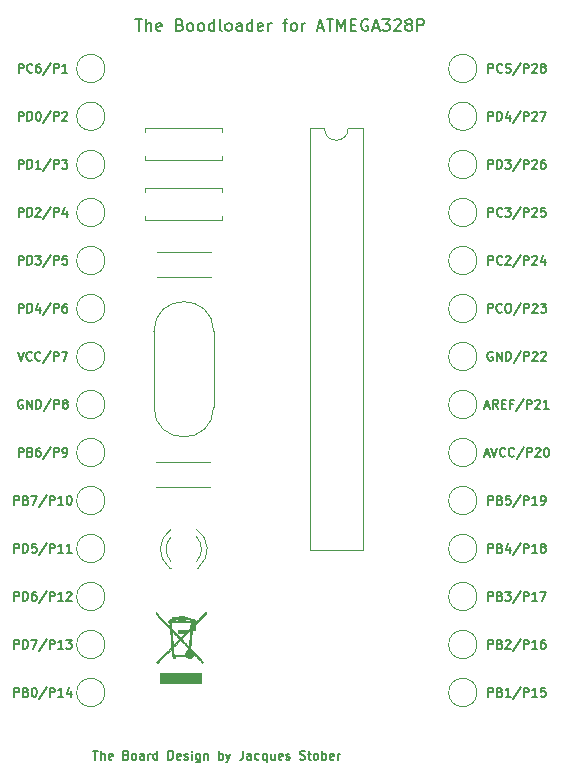
<source format=gbr>
%TF.GenerationSoftware,KiCad,Pcbnew,7.0.7*%
%TF.CreationDate,2024-09-24T12:43:05+02:00*%
%TF.ProjectId,ATMEGA Programmer,41544d45-4741-4205-9072-6f6772616d6d,rev?*%
%TF.SameCoordinates,Original*%
%TF.FileFunction,Legend,Top*%
%TF.FilePolarity,Positive*%
%FSLAX46Y46*%
G04 Gerber Fmt 4.6, Leading zero omitted, Abs format (unit mm)*
G04 Created by KiCad (PCBNEW 7.0.7) date 2024-09-24 12:43:05*
%MOMM*%
%LPD*%
G01*
G04 APERTURE LIST*
%ADD10C,0.150000*%
%ADD11C,0.200000*%
%ADD12C,0.120000*%
%ADD13C,0.010000*%
G04 APERTURE END LIST*
D10*
X135050112Y-121810414D02*
X135478684Y-121810414D01*
X135264398Y-122560414D02*
X135264398Y-121810414D01*
X135728684Y-122560414D02*
X135728684Y-121810414D01*
X136050113Y-122560414D02*
X136050113Y-122167557D01*
X136050113Y-122167557D02*
X136014398Y-122096128D01*
X136014398Y-122096128D02*
X135942970Y-122060414D01*
X135942970Y-122060414D02*
X135835827Y-122060414D01*
X135835827Y-122060414D02*
X135764398Y-122096128D01*
X135764398Y-122096128D02*
X135728684Y-122131842D01*
X136692969Y-122524700D02*
X136621541Y-122560414D01*
X136621541Y-122560414D02*
X136478684Y-122560414D01*
X136478684Y-122560414D02*
X136407255Y-122524700D01*
X136407255Y-122524700D02*
X136371541Y-122453271D01*
X136371541Y-122453271D02*
X136371541Y-122167557D01*
X136371541Y-122167557D02*
X136407255Y-122096128D01*
X136407255Y-122096128D02*
X136478684Y-122060414D01*
X136478684Y-122060414D02*
X136621541Y-122060414D01*
X136621541Y-122060414D02*
X136692969Y-122096128D01*
X136692969Y-122096128D02*
X136728684Y-122167557D01*
X136728684Y-122167557D02*
X136728684Y-122238985D01*
X136728684Y-122238985D02*
X136371541Y-122310414D01*
X137871541Y-122167557D02*
X137978684Y-122203271D01*
X137978684Y-122203271D02*
X138014398Y-122238985D01*
X138014398Y-122238985D02*
X138050112Y-122310414D01*
X138050112Y-122310414D02*
X138050112Y-122417557D01*
X138050112Y-122417557D02*
X138014398Y-122488985D01*
X138014398Y-122488985D02*
X137978684Y-122524700D01*
X137978684Y-122524700D02*
X137907255Y-122560414D01*
X137907255Y-122560414D02*
X137621541Y-122560414D01*
X137621541Y-122560414D02*
X137621541Y-121810414D01*
X137621541Y-121810414D02*
X137871541Y-121810414D01*
X137871541Y-121810414D02*
X137942970Y-121846128D01*
X137942970Y-121846128D02*
X137978684Y-121881842D01*
X137978684Y-121881842D02*
X138014398Y-121953271D01*
X138014398Y-121953271D02*
X138014398Y-122024700D01*
X138014398Y-122024700D02*
X137978684Y-122096128D01*
X137978684Y-122096128D02*
X137942970Y-122131842D01*
X137942970Y-122131842D02*
X137871541Y-122167557D01*
X137871541Y-122167557D02*
X137621541Y-122167557D01*
X138478684Y-122560414D02*
X138407255Y-122524700D01*
X138407255Y-122524700D02*
X138371541Y-122488985D01*
X138371541Y-122488985D02*
X138335827Y-122417557D01*
X138335827Y-122417557D02*
X138335827Y-122203271D01*
X138335827Y-122203271D02*
X138371541Y-122131842D01*
X138371541Y-122131842D02*
X138407255Y-122096128D01*
X138407255Y-122096128D02*
X138478684Y-122060414D01*
X138478684Y-122060414D02*
X138585827Y-122060414D01*
X138585827Y-122060414D02*
X138657255Y-122096128D01*
X138657255Y-122096128D02*
X138692970Y-122131842D01*
X138692970Y-122131842D02*
X138728684Y-122203271D01*
X138728684Y-122203271D02*
X138728684Y-122417557D01*
X138728684Y-122417557D02*
X138692970Y-122488985D01*
X138692970Y-122488985D02*
X138657255Y-122524700D01*
X138657255Y-122524700D02*
X138585827Y-122560414D01*
X138585827Y-122560414D02*
X138478684Y-122560414D01*
X139371541Y-122560414D02*
X139371541Y-122167557D01*
X139371541Y-122167557D02*
X139335826Y-122096128D01*
X139335826Y-122096128D02*
X139264398Y-122060414D01*
X139264398Y-122060414D02*
X139121541Y-122060414D01*
X139121541Y-122060414D02*
X139050112Y-122096128D01*
X139371541Y-122524700D02*
X139300112Y-122560414D01*
X139300112Y-122560414D02*
X139121541Y-122560414D01*
X139121541Y-122560414D02*
X139050112Y-122524700D01*
X139050112Y-122524700D02*
X139014398Y-122453271D01*
X139014398Y-122453271D02*
X139014398Y-122381842D01*
X139014398Y-122381842D02*
X139050112Y-122310414D01*
X139050112Y-122310414D02*
X139121541Y-122274700D01*
X139121541Y-122274700D02*
X139300112Y-122274700D01*
X139300112Y-122274700D02*
X139371541Y-122238985D01*
X139728683Y-122560414D02*
X139728683Y-122060414D01*
X139728683Y-122203271D02*
X139764397Y-122131842D01*
X139764397Y-122131842D02*
X139800112Y-122096128D01*
X139800112Y-122096128D02*
X139871540Y-122060414D01*
X139871540Y-122060414D02*
X139942969Y-122060414D01*
X140514398Y-122560414D02*
X140514398Y-121810414D01*
X140514398Y-122524700D02*
X140442969Y-122560414D01*
X140442969Y-122560414D02*
X140300112Y-122560414D01*
X140300112Y-122560414D02*
X140228683Y-122524700D01*
X140228683Y-122524700D02*
X140192969Y-122488985D01*
X140192969Y-122488985D02*
X140157255Y-122417557D01*
X140157255Y-122417557D02*
X140157255Y-122203271D01*
X140157255Y-122203271D02*
X140192969Y-122131842D01*
X140192969Y-122131842D02*
X140228683Y-122096128D01*
X140228683Y-122096128D02*
X140300112Y-122060414D01*
X140300112Y-122060414D02*
X140442969Y-122060414D01*
X140442969Y-122060414D02*
X140514398Y-122096128D01*
X141442969Y-122560414D02*
X141442969Y-121810414D01*
X141442969Y-121810414D02*
X141621540Y-121810414D01*
X141621540Y-121810414D02*
X141728683Y-121846128D01*
X141728683Y-121846128D02*
X141800112Y-121917557D01*
X141800112Y-121917557D02*
X141835826Y-121988985D01*
X141835826Y-121988985D02*
X141871540Y-122131842D01*
X141871540Y-122131842D02*
X141871540Y-122238985D01*
X141871540Y-122238985D02*
X141835826Y-122381842D01*
X141835826Y-122381842D02*
X141800112Y-122453271D01*
X141800112Y-122453271D02*
X141728683Y-122524700D01*
X141728683Y-122524700D02*
X141621540Y-122560414D01*
X141621540Y-122560414D02*
X141442969Y-122560414D01*
X142478683Y-122524700D02*
X142407255Y-122560414D01*
X142407255Y-122560414D02*
X142264398Y-122560414D01*
X142264398Y-122560414D02*
X142192969Y-122524700D01*
X142192969Y-122524700D02*
X142157255Y-122453271D01*
X142157255Y-122453271D02*
X142157255Y-122167557D01*
X142157255Y-122167557D02*
X142192969Y-122096128D01*
X142192969Y-122096128D02*
X142264398Y-122060414D01*
X142264398Y-122060414D02*
X142407255Y-122060414D01*
X142407255Y-122060414D02*
X142478683Y-122096128D01*
X142478683Y-122096128D02*
X142514398Y-122167557D01*
X142514398Y-122167557D02*
X142514398Y-122238985D01*
X142514398Y-122238985D02*
X142157255Y-122310414D01*
X142800112Y-122524700D02*
X142871540Y-122560414D01*
X142871540Y-122560414D02*
X143014397Y-122560414D01*
X143014397Y-122560414D02*
X143085826Y-122524700D01*
X143085826Y-122524700D02*
X143121540Y-122453271D01*
X143121540Y-122453271D02*
X143121540Y-122417557D01*
X143121540Y-122417557D02*
X143085826Y-122346128D01*
X143085826Y-122346128D02*
X143014397Y-122310414D01*
X143014397Y-122310414D02*
X142907255Y-122310414D01*
X142907255Y-122310414D02*
X142835826Y-122274700D01*
X142835826Y-122274700D02*
X142800112Y-122203271D01*
X142800112Y-122203271D02*
X142800112Y-122167557D01*
X142800112Y-122167557D02*
X142835826Y-122096128D01*
X142835826Y-122096128D02*
X142907255Y-122060414D01*
X142907255Y-122060414D02*
X143014397Y-122060414D01*
X143014397Y-122060414D02*
X143085826Y-122096128D01*
X143442969Y-122560414D02*
X143442969Y-122060414D01*
X143442969Y-121810414D02*
X143407255Y-121846128D01*
X143407255Y-121846128D02*
X143442969Y-121881842D01*
X143442969Y-121881842D02*
X143478683Y-121846128D01*
X143478683Y-121846128D02*
X143442969Y-121810414D01*
X143442969Y-121810414D02*
X143442969Y-121881842D01*
X144121541Y-122060414D02*
X144121541Y-122667557D01*
X144121541Y-122667557D02*
X144085826Y-122738985D01*
X144085826Y-122738985D02*
X144050112Y-122774700D01*
X144050112Y-122774700D02*
X143978683Y-122810414D01*
X143978683Y-122810414D02*
X143871541Y-122810414D01*
X143871541Y-122810414D02*
X143800112Y-122774700D01*
X144121541Y-122524700D02*
X144050112Y-122560414D01*
X144050112Y-122560414D02*
X143907255Y-122560414D01*
X143907255Y-122560414D02*
X143835826Y-122524700D01*
X143835826Y-122524700D02*
X143800112Y-122488985D01*
X143800112Y-122488985D02*
X143764398Y-122417557D01*
X143764398Y-122417557D02*
X143764398Y-122203271D01*
X143764398Y-122203271D02*
X143800112Y-122131842D01*
X143800112Y-122131842D02*
X143835826Y-122096128D01*
X143835826Y-122096128D02*
X143907255Y-122060414D01*
X143907255Y-122060414D02*
X144050112Y-122060414D01*
X144050112Y-122060414D02*
X144121541Y-122096128D01*
X144478683Y-122060414D02*
X144478683Y-122560414D01*
X144478683Y-122131842D02*
X144514397Y-122096128D01*
X144514397Y-122096128D02*
X144585826Y-122060414D01*
X144585826Y-122060414D02*
X144692969Y-122060414D01*
X144692969Y-122060414D02*
X144764397Y-122096128D01*
X144764397Y-122096128D02*
X144800112Y-122167557D01*
X144800112Y-122167557D02*
X144800112Y-122560414D01*
X145728683Y-122560414D02*
X145728683Y-121810414D01*
X145728683Y-122096128D02*
X145800112Y-122060414D01*
X145800112Y-122060414D02*
X145942969Y-122060414D01*
X145942969Y-122060414D02*
X146014397Y-122096128D01*
X146014397Y-122096128D02*
X146050112Y-122131842D01*
X146050112Y-122131842D02*
X146085826Y-122203271D01*
X146085826Y-122203271D02*
X146085826Y-122417557D01*
X146085826Y-122417557D02*
X146050112Y-122488985D01*
X146050112Y-122488985D02*
X146014397Y-122524700D01*
X146014397Y-122524700D02*
X145942969Y-122560414D01*
X145942969Y-122560414D02*
X145800112Y-122560414D01*
X145800112Y-122560414D02*
X145728683Y-122524700D01*
X146335825Y-122060414D02*
X146514397Y-122560414D01*
X146692968Y-122060414D02*
X146514397Y-122560414D01*
X146514397Y-122560414D02*
X146442968Y-122738985D01*
X146442968Y-122738985D02*
X146407254Y-122774700D01*
X146407254Y-122774700D02*
X146335825Y-122810414D01*
X147764398Y-121810414D02*
X147764398Y-122346128D01*
X147764398Y-122346128D02*
X147728683Y-122453271D01*
X147728683Y-122453271D02*
X147657255Y-122524700D01*
X147657255Y-122524700D02*
X147550112Y-122560414D01*
X147550112Y-122560414D02*
X147478683Y-122560414D01*
X148442970Y-122560414D02*
X148442970Y-122167557D01*
X148442970Y-122167557D02*
X148407255Y-122096128D01*
X148407255Y-122096128D02*
X148335827Y-122060414D01*
X148335827Y-122060414D02*
X148192970Y-122060414D01*
X148192970Y-122060414D02*
X148121541Y-122096128D01*
X148442970Y-122524700D02*
X148371541Y-122560414D01*
X148371541Y-122560414D02*
X148192970Y-122560414D01*
X148192970Y-122560414D02*
X148121541Y-122524700D01*
X148121541Y-122524700D02*
X148085827Y-122453271D01*
X148085827Y-122453271D02*
X148085827Y-122381842D01*
X148085827Y-122381842D02*
X148121541Y-122310414D01*
X148121541Y-122310414D02*
X148192970Y-122274700D01*
X148192970Y-122274700D02*
X148371541Y-122274700D01*
X148371541Y-122274700D02*
X148442970Y-122238985D01*
X149121541Y-122524700D02*
X149050112Y-122560414D01*
X149050112Y-122560414D02*
X148907255Y-122560414D01*
X148907255Y-122560414D02*
X148835826Y-122524700D01*
X148835826Y-122524700D02*
X148800112Y-122488985D01*
X148800112Y-122488985D02*
X148764398Y-122417557D01*
X148764398Y-122417557D02*
X148764398Y-122203271D01*
X148764398Y-122203271D02*
X148800112Y-122131842D01*
X148800112Y-122131842D02*
X148835826Y-122096128D01*
X148835826Y-122096128D02*
X148907255Y-122060414D01*
X148907255Y-122060414D02*
X149050112Y-122060414D01*
X149050112Y-122060414D02*
X149121541Y-122096128D01*
X149764398Y-122060414D02*
X149764398Y-122810414D01*
X149764398Y-122524700D02*
X149692969Y-122560414D01*
X149692969Y-122560414D02*
X149550112Y-122560414D01*
X149550112Y-122560414D02*
X149478683Y-122524700D01*
X149478683Y-122524700D02*
X149442969Y-122488985D01*
X149442969Y-122488985D02*
X149407255Y-122417557D01*
X149407255Y-122417557D02*
X149407255Y-122203271D01*
X149407255Y-122203271D02*
X149442969Y-122131842D01*
X149442969Y-122131842D02*
X149478683Y-122096128D01*
X149478683Y-122096128D02*
X149550112Y-122060414D01*
X149550112Y-122060414D02*
X149692969Y-122060414D01*
X149692969Y-122060414D02*
X149764398Y-122096128D01*
X150442969Y-122060414D02*
X150442969Y-122560414D01*
X150121540Y-122060414D02*
X150121540Y-122453271D01*
X150121540Y-122453271D02*
X150157254Y-122524700D01*
X150157254Y-122524700D02*
X150228683Y-122560414D01*
X150228683Y-122560414D02*
X150335826Y-122560414D01*
X150335826Y-122560414D02*
X150407254Y-122524700D01*
X150407254Y-122524700D02*
X150442969Y-122488985D01*
X151085825Y-122524700D02*
X151014397Y-122560414D01*
X151014397Y-122560414D02*
X150871540Y-122560414D01*
X150871540Y-122560414D02*
X150800111Y-122524700D01*
X150800111Y-122524700D02*
X150764397Y-122453271D01*
X150764397Y-122453271D02*
X150764397Y-122167557D01*
X150764397Y-122167557D02*
X150800111Y-122096128D01*
X150800111Y-122096128D02*
X150871540Y-122060414D01*
X150871540Y-122060414D02*
X151014397Y-122060414D01*
X151014397Y-122060414D02*
X151085825Y-122096128D01*
X151085825Y-122096128D02*
X151121540Y-122167557D01*
X151121540Y-122167557D02*
X151121540Y-122238985D01*
X151121540Y-122238985D02*
X150764397Y-122310414D01*
X151407254Y-122524700D02*
X151478682Y-122560414D01*
X151478682Y-122560414D02*
X151621539Y-122560414D01*
X151621539Y-122560414D02*
X151692968Y-122524700D01*
X151692968Y-122524700D02*
X151728682Y-122453271D01*
X151728682Y-122453271D02*
X151728682Y-122417557D01*
X151728682Y-122417557D02*
X151692968Y-122346128D01*
X151692968Y-122346128D02*
X151621539Y-122310414D01*
X151621539Y-122310414D02*
X151514397Y-122310414D01*
X151514397Y-122310414D02*
X151442968Y-122274700D01*
X151442968Y-122274700D02*
X151407254Y-122203271D01*
X151407254Y-122203271D02*
X151407254Y-122167557D01*
X151407254Y-122167557D02*
X151442968Y-122096128D01*
X151442968Y-122096128D02*
X151514397Y-122060414D01*
X151514397Y-122060414D02*
X151621539Y-122060414D01*
X151621539Y-122060414D02*
X151692968Y-122096128D01*
X152585826Y-122524700D02*
X152692969Y-122560414D01*
X152692969Y-122560414D02*
X152871540Y-122560414D01*
X152871540Y-122560414D02*
X152942969Y-122524700D01*
X152942969Y-122524700D02*
X152978683Y-122488985D01*
X152978683Y-122488985D02*
X153014397Y-122417557D01*
X153014397Y-122417557D02*
X153014397Y-122346128D01*
X153014397Y-122346128D02*
X152978683Y-122274700D01*
X152978683Y-122274700D02*
X152942969Y-122238985D01*
X152942969Y-122238985D02*
X152871540Y-122203271D01*
X152871540Y-122203271D02*
X152728683Y-122167557D01*
X152728683Y-122167557D02*
X152657254Y-122131842D01*
X152657254Y-122131842D02*
X152621540Y-122096128D01*
X152621540Y-122096128D02*
X152585826Y-122024700D01*
X152585826Y-122024700D02*
X152585826Y-121953271D01*
X152585826Y-121953271D02*
X152621540Y-121881842D01*
X152621540Y-121881842D02*
X152657254Y-121846128D01*
X152657254Y-121846128D02*
X152728683Y-121810414D01*
X152728683Y-121810414D02*
X152907254Y-121810414D01*
X152907254Y-121810414D02*
X153014397Y-121846128D01*
X153228683Y-122060414D02*
X153514397Y-122060414D01*
X153335826Y-121810414D02*
X153335826Y-122453271D01*
X153335826Y-122453271D02*
X153371540Y-122524700D01*
X153371540Y-122524700D02*
X153442969Y-122560414D01*
X153442969Y-122560414D02*
X153514397Y-122560414D01*
X153871540Y-122560414D02*
X153800111Y-122524700D01*
X153800111Y-122524700D02*
X153764397Y-122488985D01*
X153764397Y-122488985D02*
X153728683Y-122417557D01*
X153728683Y-122417557D02*
X153728683Y-122203271D01*
X153728683Y-122203271D02*
X153764397Y-122131842D01*
X153764397Y-122131842D02*
X153800111Y-122096128D01*
X153800111Y-122096128D02*
X153871540Y-122060414D01*
X153871540Y-122060414D02*
X153978683Y-122060414D01*
X153978683Y-122060414D02*
X154050111Y-122096128D01*
X154050111Y-122096128D02*
X154085826Y-122131842D01*
X154085826Y-122131842D02*
X154121540Y-122203271D01*
X154121540Y-122203271D02*
X154121540Y-122417557D01*
X154121540Y-122417557D02*
X154085826Y-122488985D01*
X154085826Y-122488985D02*
X154050111Y-122524700D01*
X154050111Y-122524700D02*
X153978683Y-122560414D01*
X153978683Y-122560414D02*
X153871540Y-122560414D01*
X154442968Y-122560414D02*
X154442968Y-121810414D01*
X154442968Y-122096128D02*
X154514397Y-122060414D01*
X154514397Y-122060414D02*
X154657254Y-122060414D01*
X154657254Y-122060414D02*
X154728682Y-122096128D01*
X154728682Y-122096128D02*
X154764397Y-122131842D01*
X154764397Y-122131842D02*
X154800111Y-122203271D01*
X154800111Y-122203271D02*
X154800111Y-122417557D01*
X154800111Y-122417557D02*
X154764397Y-122488985D01*
X154764397Y-122488985D02*
X154728682Y-122524700D01*
X154728682Y-122524700D02*
X154657254Y-122560414D01*
X154657254Y-122560414D02*
X154514397Y-122560414D01*
X154514397Y-122560414D02*
X154442968Y-122524700D01*
X155407253Y-122524700D02*
X155335825Y-122560414D01*
X155335825Y-122560414D02*
X155192968Y-122560414D01*
X155192968Y-122560414D02*
X155121539Y-122524700D01*
X155121539Y-122524700D02*
X155085825Y-122453271D01*
X155085825Y-122453271D02*
X155085825Y-122167557D01*
X155085825Y-122167557D02*
X155121539Y-122096128D01*
X155121539Y-122096128D02*
X155192968Y-122060414D01*
X155192968Y-122060414D02*
X155335825Y-122060414D01*
X155335825Y-122060414D02*
X155407253Y-122096128D01*
X155407253Y-122096128D02*
X155442968Y-122167557D01*
X155442968Y-122167557D02*
X155442968Y-122238985D01*
X155442968Y-122238985D02*
X155085825Y-122310414D01*
X155764396Y-122560414D02*
X155764396Y-122060414D01*
X155764396Y-122203271D02*
X155800110Y-122131842D01*
X155800110Y-122131842D02*
X155835825Y-122096128D01*
X155835825Y-122096128D02*
X155907253Y-122060414D01*
X155907253Y-122060414D02*
X155978682Y-122060414D01*
D11*
X138650816Y-59874219D02*
X139222244Y-59874219D01*
X138936530Y-60874219D02*
X138936530Y-59874219D01*
X139555578Y-60874219D02*
X139555578Y-59874219D01*
X139984149Y-60874219D02*
X139984149Y-60350409D01*
X139984149Y-60350409D02*
X139936530Y-60255171D01*
X139936530Y-60255171D02*
X139841292Y-60207552D01*
X139841292Y-60207552D02*
X139698435Y-60207552D01*
X139698435Y-60207552D02*
X139603197Y-60255171D01*
X139603197Y-60255171D02*
X139555578Y-60302790D01*
X140841292Y-60826600D02*
X140746054Y-60874219D01*
X140746054Y-60874219D02*
X140555578Y-60874219D01*
X140555578Y-60874219D02*
X140460340Y-60826600D01*
X140460340Y-60826600D02*
X140412721Y-60731361D01*
X140412721Y-60731361D02*
X140412721Y-60350409D01*
X140412721Y-60350409D02*
X140460340Y-60255171D01*
X140460340Y-60255171D02*
X140555578Y-60207552D01*
X140555578Y-60207552D02*
X140746054Y-60207552D01*
X140746054Y-60207552D02*
X140841292Y-60255171D01*
X140841292Y-60255171D02*
X140888911Y-60350409D01*
X140888911Y-60350409D02*
X140888911Y-60445647D01*
X140888911Y-60445647D02*
X140412721Y-60540885D01*
X142412721Y-60350409D02*
X142555578Y-60398028D01*
X142555578Y-60398028D02*
X142603197Y-60445647D01*
X142603197Y-60445647D02*
X142650816Y-60540885D01*
X142650816Y-60540885D02*
X142650816Y-60683742D01*
X142650816Y-60683742D02*
X142603197Y-60778980D01*
X142603197Y-60778980D02*
X142555578Y-60826600D01*
X142555578Y-60826600D02*
X142460340Y-60874219D01*
X142460340Y-60874219D02*
X142079388Y-60874219D01*
X142079388Y-60874219D02*
X142079388Y-59874219D01*
X142079388Y-59874219D02*
X142412721Y-59874219D01*
X142412721Y-59874219D02*
X142507959Y-59921838D01*
X142507959Y-59921838D02*
X142555578Y-59969457D01*
X142555578Y-59969457D02*
X142603197Y-60064695D01*
X142603197Y-60064695D02*
X142603197Y-60159933D01*
X142603197Y-60159933D02*
X142555578Y-60255171D01*
X142555578Y-60255171D02*
X142507959Y-60302790D01*
X142507959Y-60302790D02*
X142412721Y-60350409D01*
X142412721Y-60350409D02*
X142079388Y-60350409D01*
X143222245Y-60874219D02*
X143127007Y-60826600D01*
X143127007Y-60826600D02*
X143079388Y-60778980D01*
X143079388Y-60778980D02*
X143031769Y-60683742D01*
X143031769Y-60683742D02*
X143031769Y-60398028D01*
X143031769Y-60398028D02*
X143079388Y-60302790D01*
X143079388Y-60302790D02*
X143127007Y-60255171D01*
X143127007Y-60255171D02*
X143222245Y-60207552D01*
X143222245Y-60207552D02*
X143365102Y-60207552D01*
X143365102Y-60207552D02*
X143460340Y-60255171D01*
X143460340Y-60255171D02*
X143507959Y-60302790D01*
X143507959Y-60302790D02*
X143555578Y-60398028D01*
X143555578Y-60398028D02*
X143555578Y-60683742D01*
X143555578Y-60683742D02*
X143507959Y-60778980D01*
X143507959Y-60778980D02*
X143460340Y-60826600D01*
X143460340Y-60826600D02*
X143365102Y-60874219D01*
X143365102Y-60874219D02*
X143222245Y-60874219D01*
X144127007Y-60874219D02*
X144031769Y-60826600D01*
X144031769Y-60826600D02*
X143984150Y-60778980D01*
X143984150Y-60778980D02*
X143936531Y-60683742D01*
X143936531Y-60683742D02*
X143936531Y-60398028D01*
X143936531Y-60398028D02*
X143984150Y-60302790D01*
X143984150Y-60302790D02*
X144031769Y-60255171D01*
X144031769Y-60255171D02*
X144127007Y-60207552D01*
X144127007Y-60207552D02*
X144269864Y-60207552D01*
X144269864Y-60207552D02*
X144365102Y-60255171D01*
X144365102Y-60255171D02*
X144412721Y-60302790D01*
X144412721Y-60302790D02*
X144460340Y-60398028D01*
X144460340Y-60398028D02*
X144460340Y-60683742D01*
X144460340Y-60683742D02*
X144412721Y-60778980D01*
X144412721Y-60778980D02*
X144365102Y-60826600D01*
X144365102Y-60826600D02*
X144269864Y-60874219D01*
X144269864Y-60874219D02*
X144127007Y-60874219D01*
X145317483Y-60874219D02*
X145317483Y-59874219D01*
X145317483Y-60826600D02*
X145222245Y-60874219D01*
X145222245Y-60874219D02*
X145031769Y-60874219D01*
X145031769Y-60874219D02*
X144936531Y-60826600D01*
X144936531Y-60826600D02*
X144888912Y-60778980D01*
X144888912Y-60778980D02*
X144841293Y-60683742D01*
X144841293Y-60683742D02*
X144841293Y-60398028D01*
X144841293Y-60398028D02*
X144888912Y-60302790D01*
X144888912Y-60302790D02*
X144936531Y-60255171D01*
X144936531Y-60255171D02*
X145031769Y-60207552D01*
X145031769Y-60207552D02*
X145222245Y-60207552D01*
X145222245Y-60207552D02*
X145317483Y-60255171D01*
X145936531Y-60874219D02*
X145841293Y-60826600D01*
X145841293Y-60826600D02*
X145793674Y-60731361D01*
X145793674Y-60731361D02*
X145793674Y-59874219D01*
X146460341Y-60874219D02*
X146365103Y-60826600D01*
X146365103Y-60826600D02*
X146317484Y-60778980D01*
X146317484Y-60778980D02*
X146269865Y-60683742D01*
X146269865Y-60683742D02*
X146269865Y-60398028D01*
X146269865Y-60398028D02*
X146317484Y-60302790D01*
X146317484Y-60302790D02*
X146365103Y-60255171D01*
X146365103Y-60255171D02*
X146460341Y-60207552D01*
X146460341Y-60207552D02*
X146603198Y-60207552D01*
X146603198Y-60207552D02*
X146698436Y-60255171D01*
X146698436Y-60255171D02*
X146746055Y-60302790D01*
X146746055Y-60302790D02*
X146793674Y-60398028D01*
X146793674Y-60398028D02*
X146793674Y-60683742D01*
X146793674Y-60683742D02*
X146746055Y-60778980D01*
X146746055Y-60778980D02*
X146698436Y-60826600D01*
X146698436Y-60826600D02*
X146603198Y-60874219D01*
X146603198Y-60874219D02*
X146460341Y-60874219D01*
X147650817Y-60874219D02*
X147650817Y-60350409D01*
X147650817Y-60350409D02*
X147603198Y-60255171D01*
X147603198Y-60255171D02*
X147507960Y-60207552D01*
X147507960Y-60207552D02*
X147317484Y-60207552D01*
X147317484Y-60207552D02*
X147222246Y-60255171D01*
X147650817Y-60826600D02*
X147555579Y-60874219D01*
X147555579Y-60874219D02*
X147317484Y-60874219D01*
X147317484Y-60874219D02*
X147222246Y-60826600D01*
X147222246Y-60826600D02*
X147174627Y-60731361D01*
X147174627Y-60731361D02*
X147174627Y-60636123D01*
X147174627Y-60636123D02*
X147222246Y-60540885D01*
X147222246Y-60540885D02*
X147317484Y-60493266D01*
X147317484Y-60493266D02*
X147555579Y-60493266D01*
X147555579Y-60493266D02*
X147650817Y-60445647D01*
X148555579Y-60874219D02*
X148555579Y-59874219D01*
X148555579Y-60826600D02*
X148460341Y-60874219D01*
X148460341Y-60874219D02*
X148269865Y-60874219D01*
X148269865Y-60874219D02*
X148174627Y-60826600D01*
X148174627Y-60826600D02*
X148127008Y-60778980D01*
X148127008Y-60778980D02*
X148079389Y-60683742D01*
X148079389Y-60683742D02*
X148079389Y-60398028D01*
X148079389Y-60398028D02*
X148127008Y-60302790D01*
X148127008Y-60302790D02*
X148174627Y-60255171D01*
X148174627Y-60255171D02*
X148269865Y-60207552D01*
X148269865Y-60207552D02*
X148460341Y-60207552D01*
X148460341Y-60207552D02*
X148555579Y-60255171D01*
X149412722Y-60826600D02*
X149317484Y-60874219D01*
X149317484Y-60874219D02*
X149127008Y-60874219D01*
X149127008Y-60874219D02*
X149031770Y-60826600D01*
X149031770Y-60826600D02*
X148984151Y-60731361D01*
X148984151Y-60731361D02*
X148984151Y-60350409D01*
X148984151Y-60350409D02*
X149031770Y-60255171D01*
X149031770Y-60255171D02*
X149127008Y-60207552D01*
X149127008Y-60207552D02*
X149317484Y-60207552D01*
X149317484Y-60207552D02*
X149412722Y-60255171D01*
X149412722Y-60255171D02*
X149460341Y-60350409D01*
X149460341Y-60350409D02*
X149460341Y-60445647D01*
X149460341Y-60445647D02*
X148984151Y-60540885D01*
X149888913Y-60874219D02*
X149888913Y-60207552D01*
X149888913Y-60398028D02*
X149936532Y-60302790D01*
X149936532Y-60302790D02*
X149984151Y-60255171D01*
X149984151Y-60255171D02*
X150079389Y-60207552D01*
X150079389Y-60207552D02*
X150174627Y-60207552D01*
X151127009Y-60207552D02*
X151507961Y-60207552D01*
X151269866Y-60874219D02*
X151269866Y-60017076D01*
X151269866Y-60017076D02*
X151317485Y-59921838D01*
X151317485Y-59921838D02*
X151412723Y-59874219D01*
X151412723Y-59874219D02*
X151507961Y-59874219D01*
X151984152Y-60874219D02*
X151888914Y-60826600D01*
X151888914Y-60826600D02*
X151841295Y-60778980D01*
X151841295Y-60778980D02*
X151793676Y-60683742D01*
X151793676Y-60683742D02*
X151793676Y-60398028D01*
X151793676Y-60398028D02*
X151841295Y-60302790D01*
X151841295Y-60302790D02*
X151888914Y-60255171D01*
X151888914Y-60255171D02*
X151984152Y-60207552D01*
X151984152Y-60207552D02*
X152127009Y-60207552D01*
X152127009Y-60207552D02*
X152222247Y-60255171D01*
X152222247Y-60255171D02*
X152269866Y-60302790D01*
X152269866Y-60302790D02*
X152317485Y-60398028D01*
X152317485Y-60398028D02*
X152317485Y-60683742D01*
X152317485Y-60683742D02*
X152269866Y-60778980D01*
X152269866Y-60778980D02*
X152222247Y-60826600D01*
X152222247Y-60826600D02*
X152127009Y-60874219D01*
X152127009Y-60874219D02*
X151984152Y-60874219D01*
X152746057Y-60874219D02*
X152746057Y-60207552D01*
X152746057Y-60398028D02*
X152793676Y-60302790D01*
X152793676Y-60302790D02*
X152841295Y-60255171D01*
X152841295Y-60255171D02*
X152936533Y-60207552D01*
X152936533Y-60207552D02*
X153031771Y-60207552D01*
X154079391Y-60588504D02*
X154555581Y-60588504D01*
X153984153Y-60874219D02*
X154317486Y-59874219D01*
X154317486Y-59874219D02*
X154650819Y-60874219D01*
X154841296Y-59874219D02*
X155412724Y-59874219D01*
X155127010Y-60874219D02*
X155127010Y-59874219D01*
X155746058Y-60874219D02*
X155746058Y-59874219D01*
X155746058Y-59874219D02*
X156079391Y-60588504D01*
X156079391Y-60588504D02*
X156412724Y-59874219D01*
X156412724Y-59874219D02*
X156412724Y-60874219D01*
X156888915Y-60350409D02*
X157222248Y-60350409D01*
X157365105Y-60874219D02*
X156888915Y-60874219D01*
X156888915Y-60874219D02*
X156888915Y-59874219D01*
X156888915Y-59874219D02*
X157365105Y-59874219D01*
X158317486Y-59921838D02*
X158222248Y-59874219D01*
X158222248Y-59874219D02*
X158079391Y-59874219D01*
X158079391Y-59874219D02*
X157936534Y-59921838D01*
X157936534Y-59921838D02*
X157841296Y-60017076D01*
X157841296Y-60017076D02*
X157793677Y-60112314D01*
X157793677Y-60112314D02*
X157746058Y-60302790D01*
X157746058Y-60302790D02*
X157746058Y-60445647D01*
X157746058Y-60445647D02*
X157793677Y-60636123D01*
X157793677Y-60636123D02*
X157841296Y-60731361D01*
X157841296Y-60731361D02*
X157936534Y-60826600D01*
X157936534Y-60826600D02*
X158079391Y-60874219D01*
X158079391Y-60874219D02*
X158174629Y-60874219D01*
X158174629Y-60874219D02*
X158317486Y-60826600D01*
X158317486Y-60826600D02*
X158365105Y-60778980D01*
X158365105Y-60778980D02*
X158365105Y-60445647D01*
X158365105Y-60445647D02*
X158174629Y-60445647D01*
X158746058Y-60588504D02*
X159222248Y-60588504D01*
X158650820Y-60874219D02*
X158984153Y-59874219D01*
X158984153Y-59874219D02*
X159317486Y-60874219D01*
X159555582Y-59874219D02*
X160174629Y-59874219D01*
X160174629Y-59874219D02*
X159841296Y-60255171D01*
X159841296Y-60255171D02*
X159984153Y-60255171D01*
X159984153Y-60255171D02*
X160079391Y-60302790D01*
X160079391Y-60302790D02*
X160127010Y-60350409D01*
X160127010Y-60350409D02*
X160174629Y-60445647D01*
X160174629Y-60445647D02*
X160174629Y-60683742D01*
X160174629Y-60683742D02*
X160127010Y-60778980D01*
X160127010Y-60778980D02*
X160079391Y-60826600D01*
X160079391Y-60826600D02*
X159984153Y-60874219D01*
X159984153Y-60874219D02*
X159698439Y-60874219D01*
X159698439Y-60874219D02*
X159603201Y-60826600D01*
X159603201Y-60826600D02*
X159555582Y-60778980D01*
X160555582Y-59969457D02*
X160603201Y-59921838D01*
X160603201Y-59921838D02*
X160698439Y-59874219D01*
X160698439Y-59874219D02*
X160936534Y-59874219D01*
X160936534Y-59874219D02*
X161031772Y-59921838D01*
X161031772Y-59921838D02*
X161079391Y-59969457D01*
X161079391Y-59969457D02*
X161127010Y-60064695D01*
X161127010Y-60064695D02*
X161127010Y-60159933D01*
X161127010Y-60159933D02*
X161079391Y-60302790D01*
X161079391Y-60302790D02*
X160507963Y-60874219D01*
X160507963Y-60874219D02*
X161127010Y-60874219D01*
X161698439Y-60302790D02*
X161603201Y-60255171D01*
X161603201Y-60255171D02*
X161555582Y-60207552D01*
X161555582Y-60207552D02*
X161507963Y-60112314D01*
X161507963Y-60112314D02*
X161507963Y-60064695D01*
X161507963Y-60064695D02*
X161555582Y-59969457D01*
X161555582Y-59969457D02*
X161603201Y-59921838D01*
X161603201Y-59921838D02*
X161698439Y-59874219D01*
X161698439Y-59874219D02*
X161888915Y-59874219D01*
X161888915Y-59874219D02*
X161984153Y-59921838D01*
X161984153Y-59921838D02*
X162031772Y-59969457D01*
X162031772Y-59969457D02*
X162079391Y-60064695D01*
X162079391Y-60064695D02*
X162079391Y-60112314D01*
X162079391Y-60112314D02*
X162031772Y-60207552D01*
X162031772Y-60207552D02*
X161984153Y-60255171D01*
X161984153Y-60255171D02*
X161888915Y-60302790D01*
X161888915Y-60302790D02*
X161698439Y-60302790D01*
X161698439Y-60302790D02*
X161603201Y-60350409D01*
X161603201Y-60350409D02*
X161555582Y-60398028D01*
X161555582Y-60398028D02*
X161507963Y-60493266D01*
X161507963Y-60493266D02*
X161507963Y-60683742D01*
X161507963Y-60683742D02*
X161555582Y-60778980D01*
X161555582Y-60778980D02*
X161603201Y-60826600D01*
X161603201Y-60826600D02*
X161698439Y-60874219D01*
X161698439Y-60874219D02*
X161888915Y-60874219D01*
X161888915Y-60874219D02*
X161984153Y-60826600D01*
X161984153Y-60826600D02*
X162031772Y-60778980D01*
X162031772Y-60778980D02*
X162079391Y-60683742D01*
X162079391Y-60683742D02*
X162079391Y-60493266D01*
X162079391Y-60493266D02*
X162031772Y-60398028D01*
X162031772Y-60398028D02*
X161984153Y-60350409D01*
X161984153Y-60350409D02*
X161888915Y-60302790D01*
X162507963Y-60874219D02*
X162507963Y-59874219D01*
X162507963Y-59874219D02*
X162888915Y-59874219D01*
X162888915Y-59874219D02*
X162984153Y-59921838D01*
X162984153Y-59921838D02*
X163031772Y-59969457D01*
X163031772Y-59969457D02*
X163079391Y-60064695D01*
X163079391Y-60064695D02*
X163079391Y-60207552D01*
X163079391Y-60207552D02*
X163031772Y-60302790D01*
X163031772Y-60302790D02*
X162984153Y-60350409D01*
X162984153Y-60350409D02*
X162888915Y-60398028D01*
X162888915Y-60398028D02*
X162507963Y-60398028D01*
D10*
X128750427Y-84714164D02*
X128750427Y-83964164D01*
X128750427Y-83964164D02*
X129036141Y-83964164D01*
X129036141Y-83964164D02*
X129107570Y-83999878D01*
X129107570Y-83999878D02*
X129143284Y-84035592D01*
X129143284Y-84035592D02*
X129178998Y-84107021D01*
X129178998Y-84107021D02*
X129178998Y-84214164D01*
X129178998Y-84214164D02*
X129143284Y-84285592D01*
X129143284Y-84285592D02*
X129107570Y-84321307D01*
X129107570Y-84321307D02*
X129036141Y-84357021D01*
X129036141Y-84357021D02*
X128750427Y-84357021D01*
X129500427Y-84714164D02*
X129500427Y-83964164D01*
X129500427Y-83964164D02*
X129678998Y-83964164D01*
X129678998Y-83964164D02*
X129786141Y-83999878D01*
X129786141Y-83999878D02*
X129857570Y-84071307D01*
X129857570Y-84071307D02*
X129893284Y-84142735D01*
X129893284Y-84142735D02*
X129928998Y-84285592D01*
X129928998Y-84285592D02*
X129928998Y-84392735D01*
X129928998Y-84392735D02*
X129893284Y-84535592D01*
X129893284Y-84535592D02*
X129857570Y-84607021D01*
X129857570Y-84607021D02*
X129786141Y-84678450D01*
X129786141Y-84678450D02*
X129678998Y-84714164D01*
X129678998Y-84714164D02*
X129500427Y-84714164D01*
X130571856Y-84214164D02*
X130571856Y-84714164D01*
X130393284Y-83928450D02*
X130214713Y-84464164D01*
X130214713Y-84464164D02*
X130678998Y-84464164D01*
X131500427Y-83928450D02*
X130857570Y-84892735D01*
X131750427Y-84714164D02*
X131750427Y-83964164D01*
X131750427Y-83964164D02*
X132036141Y-83964164D01*
X132036141Y-83964164D02*
X132107570Y-83999878D01*
X132107570Y-83999878D02*
X132143284Y-84035592D01*
X132143284Y-84035592D02*
X132178998Y-84107021D01*
X132178998Y-84107021D02*
X132178998Y-84214164D01*
X132178998Y-84214164D02*
X132143284Y-84285592D01*
X132143284Y-84285592D02*
X132107570Y-84321307D01*
X132107570Y-84321307D02*
X132036141Y-84357021D01*
X132036141Y-84357021D02*
X131750427Y-84357021D01*
X132821856Y-83964164D02*
X132678998Y-83964164D01*
X132678998Y-83964164D02*
X132607570Y-83999878D01*
X132607570Y-83999878D02*
X132571856Y-84035592D01*
X132571856Y-84035592D02*
X132500427Y-84142735D01*
X132500427Y-84142735D02*
X132464713Y-84285592D01*
X132464713Y-84285592D02*
X132464713Y-84571307D01*
X132464713Y-84571307D02*
X132500427Y-84642735D01*
X132500427Y-84642735D02*
X132536141Y-84678450D01*
X132536141Y-84678450D02*
X132607570Y-84714164D01*
X132607570Y-84714164D02*
X132750427Y-84714164D01*
X132750427Y-84714164D02*
X132821856Y-84678450D01*
X132821856Y-84678450D02*
X132857570Y-84642735D01*
X132857570Y-84642735D02*
X132893284Y-84571307D01*
X132893284Y-84571307D02*
X132893284Y-84392735D01*
X132893284Y-84392735D02*
X132857570Y-84321307D01*
X132857570Y-84321307D02*
X132821856Y-84285592D01*
X132821856Y-84285592D02*
X132750427Y-84249878D01*
X132750427Y-84249878D02*
X132607570Y-84249878D01*
X132607570Y-84249878D02*
X132536141Y-84285592D01*
X132536141Y-84285592D02*
X132500427Y-84321307D01*
X132500427Y-84321307D02*
X132464713Y-84392735D01*
X168525285Y-100970164D02*
X168525285Y-100220164D01*
X168525285Y-100220164D02*
X168810999Y-100220164D01*
X168810999Y-100220164D02*
X168882428Y-100255878D01*
X168882428Y-100255878D02*
X168918142Y-100291592D01*
X168918142Y-100291592D02*
X168953856Y-100363021D01*
X168953856Y-100363021D02*
X168953856Y-100470164D01*
X168953856Y-100470164D02*
X168918142Y-100541592D01*
X168918142Y-100541592D02*
X168882428Y-100577307D01*
X168882428Y-100577307D02*
X168810999Y-100613021D01*
X168810999Y-100613021D02*
X168525285Y-100613021D01*
X169525285Y-100577307D02*
X169632428Y-100613021D01*
X169632428Y-100613021D02*
X169668142Y-100648735D01*
X169668142Y-100648735D02*
X169703856Y-100720164D01*
X169703856Y-100720164D02*
X169703856Y-100827307D01*
X169703856Y-100827307D02*
X169668142Y-100898735D01*
X169668142Y-100898735D02*
X169632428Y-100934450D01*
X169632428Y-100934450D02*
X169560999Y-100970164D01*
X169560999Y-100970164D02*
X169275285Y-100970164D01*
X169275285Y-100970164D02*
X169275285Y-100220164D01*
X169275285Y-100220164D02*
X169525285Y-100220164D01*
X169525285Y-100220164D02*
X169596714Y-100255878D01*
X169596714Y-100255878D02*
X169632428Y-100291592D01*
X169632428Y-100291592D02*
X169668142Y-100363021D01*
X169668142Y-100363021D02*
X169668142Y-100434450D01*
X169668142Y-100434450D02*
X169632428Y-100505878D01*
X169632428Y-100505878D02*
X169596714Y-100541592D01*
X169596714Y-100541592D02*
X169525285Y-100577307D01*
X169525285Y-100577307D02*
X169275285Y-100577307D01*
X170382428Y-100220164D02*
X170025285Y-100220164D01*
X170025285Y-100220164D02*
X169989571Y-100577307D01*
X169989571Y-100577307D02*
X170025285Y-100541592D01*
X170025285Y-100541592D02*
X170096714Y-100505878D01*
X170096714Y-100505878D02*
X170275285Y-100505878D01*
X170275285Y-100505878D02*
X170346714Y-100541592D01*
X170346714Y-100541592D02*
X170382428Y-100577307D01*
X170382428Y-100577307D02*
X170418142Y-100648735D01*
X170418142Y-100648735D02*
X170418142Y-100827307D01*
X170418142Y-100827307D02*
X170382428Y-100898735D01*
X170382428Y-100898735D02*
X170346714Y-100934450D01*
X170346714Y-100934450D02*
X170275285Y-100970164D01*
X170275285Y-100970164D02*
X170096714Y-100970164D01*
X170096714Y-100970164D02*
X170025285Y-100934450D01*
X170025285Y-100934450D02*
X169989571Y-100898735D01*
X171275285Y-100184450D02*
X170632428Y-101148735D01*
X171525285Y-100970164D02*
X171525285Y-100220164D01*
X171525285Y-100220164D02*
X171810999Y-100220164D01*
X171810999Y-100220164D02*
X171882428Y-100255878D01*
X171882428Y-100255878D02*
X171918142Y-100291592D01*
X171918142Y-100291592D02*
X171953856Y-100363021D01*
X171953856Y-100363021D02*
X171953856Y-100470164D01*
X171953856Y-100470164D02*
X171918142Y-100541592D01*
X171918142Y-100541592D02*
X171882428Y-100577307D01*
X171882428Y-100577307D02*
X171810999Y-100613021D01*
X171810999Y-100613021D02*
X171525285Y-100613021D01*
X172668142Y-100970164D02*
X172239571Y-100970164D01*
X172453856Y-100970164D02*
X172453856Y-100220164D01*
X172453856Y-100220164D02*
X172382428Y-100327307D01*
X172382428Y-100327307D02*
X172310999Y-100398735D01*
X172310999Y-100398735D02*
X172239571Y-100434450D01*
X173025285Y-100970164D02*
X173168142Y-100970164D01*
X173168142Y-100970164D02*
X173239571Y-100934450D01*
X173239571Y-100934450D02*
X173275285Y-100898735D01*
X173275285Y-100898735D02*
X173346714Y-100791592D01*
X173346714Y-100791592D02*
X173382428Y-100648735D01*
X173382428Y-100648735D02*
X173382428Y-100363021D01*
X173382428Y-100363021D02*
X173346714Y-100291592D01*
X173346714Y-100291592D02*
X173311000Y-100255878D01*
X173311000Y-100255878D02*
X173239571Y-100220164D01*
X173239571Y-100220164D02*
X173096714Y-100220164D01*
X173096714Y-100220164D02*
X173025285Y-100255878D01*
X173025285Y-100255878D02*
X172989571Y-100291592D01*
X172989571Y-100291592D02*
X172953857Y-100363021D01*
X172953857Y-100363021D02*
X172953857Y-100541592D01*
X172953857Y-100541592D02*
X172989571Y-100613021D01*
X172989571Y-100613021D02*
X173025285Y-100648735D01*
X173025285Y-100648735D02*
X173096714Y-100684450D01*
X173096714Y-100684450D02*
X173239571Y-100684450D01*
X173239571Y-100684450D02*
X173311000Y-100648735D01*
X173311000Y-100648735D02*
X173346714Y-100613021D01*
X173346714Y-100613021D02*
X173382428Y-100541592D01*
X168882428Y-88063878D02*
X168811000Y-88028164D01*
X168811000Y-88028164D02*
X168703857Y-88028164D01*
X168703857Y-88028164D02*
X168596714Y-88063878D01*
X168596714Y-88063878D02*
X168525285Y-88135307D01*
X168525285Y-88135307D02*
X168489571Y-88206735D01*
X168489571Y-88206735D02*
X168453857Y-88349592D01*
X168453857Y-88349592D02*
X168453857Y-88456735D01*
X168453857Y-88456735D02*
X168489571Y-88599592D01*
X168489571Y-88599592D02*
X168525285Y-88671021D01*
X168525285Y-88671021D02*
X168596714Y-88742450D01*
X168596714Y-88742450D02*
X168703857Y-88778164D01*
X168703857Y-88778164D02*
X168775285Y-88778164D01*
X168775285Y-88778164D02*
X168882428Y-88742450D01*
X168882428Y-88742450D02*
X168918142Y-88706735D01*
X168918142Y-88706735D02*
X168918142Y-88456735D01*
X168918142Y-88456735D02*
X168775285Y-88456735D01*
X169239571Y-88778164D02*
X169239571Y-88028164D01*
X169239571Y-88028164D02*
X169668142Y-88778164D01*
X169668142Y-88778164D02*
X169668142Y-88028164D01*
X170025285Y-88778164D02*
X170025285Y-88028164D01*
X170025285Y-88028164D02*
X170203856Y-88028164D01*
X170203856Y-88028164D02*
X170310999Y-88063878D01*
X170310999Y-88063878D02*
X170382428Y-88135307D01*
X170382428Y-88135307D02*
X170418142Y-88206735D01*
X170418142Y-88206735D02*
X170453856Y-88349592D01*
X170453856Y-88349592D02*
X170453856Y-88456735D01*
X170453856Y-88456735D02*
X170418142Y-88599592D01*
X170418142Y-88599592D02*
X170382428Y-88671021D01*
X170382428Y-88671021D02*
X170310999Y-88742450D01*
X170310999Y-88742450D02*
X170203856Y-88778164D01*
X170203856Y-88778164D02*
X170025285Y-88778164D01*
X171310999Y-87992450D02*
X170668142Y-88956735D01*
X171560999Y-88778164D02*
X171560999Y-88028164D01*
X171560999Y-88028164D02*
X171846713Y-88028164D01*
X171846713Y-88028164D02*
X171918142Y-88063878D01*
X171918142Y-88063878D02*
X171953856Y-88099592D01*
X171953856Y-88099592D02*
X171989570Y-88171021D01*
X171989570Y-88171021D02*
X171989570Y-88278164D01*
X171989570Y-88278164D02*
X171953856Y-88349592D01*
X171953856Y-88349592D02*
X171918142Y-88385307D01*
X171918142Y-88385307D02*
X171846713Y-88421021D01*
X171846713Y-88421021D02*
X171560999Y-88421021D01*
X172275285Y-88099592D02*
X172310999Y-88063878D01*
X172310999Y-88063878D02*
X172382428Y-88028164D01*
X172382428Y-88028164D02*
X172560999Y-88028164D01*
X172560999Y-88028164D02*
X172632428Y-88063878D01*
X172632428Y-88063878D02*
X172668142Y-88099592D01*
X172668142Y-88099592D02*
X172703856Y-88171021D01*
X172703856Y-88171021D02*
X172703856Y-88242450D01*
X172703856Y-88242450D02*
X172668142Y-88349592D01*
X172668142Y-88349592D02*
X172239570Y-88778164D01*
X172239570Y-88778164D02*
X172703856Y-88778164D01*
X172989571Y-88099592D02*
X173025285Y-88063878D01*
X173025285Y-88063878D02*
X173096714Y-88028164D01*
X173096714Y-88028164D02*
X173275285Y-88028164D01*
X173275285Y-88028164D02*
X173346714Y-88063878D01*
X173346714Y-88063878D02*
X173382428Y-88099592D01*
X173382428Y-88099592D02*
X173418142Y-88171021D01*
X173418142Y-88171021D02*
X173418142Y-88242450D01*
X173418142Y-88242450D02*
X173382428Y-88349592D01*
X173382428Y-88349592D02*
X172953856Y-88778164D01*
X172953856Y-88778164D02*
X173418142Y-88778164D01*
X128750426Y-72522164D02*
X128750426Y-71772164D01*
X128750426Y-71772164D02*
X129036140Y-71772164D01*
X129036140Y-71772164D02*
X129107569Y-71807878D01*
X129107569Y-71807878D02*
X129143283Y-71843592D01*
X129143283Y-71843592D02*
X129178997Y-71915021D01*
X129178997Y-71915021D02*
X129178997Y-72022164D01*
X129178997Y-72022164D02*
X129143283Y-72093592D01*
X129143283Y-72093592D02*
X129107569Y-72129307D01*
X129107569Y-72129307D02*
X129036140Y-72165021D01*
X129036140Y-72165021D02*
X128750426Y-72165021D01*
X129500426Y-72522164D02*
X129500426Y-71772164D01*
X129500426Y-71772164D02*
X129678997Y-71772164D01*
X129678997Y-71772164D02*
X129786140Y-71807878D01*
X129786140Y-71807878D02*
X129857569Y-71879307D01*
X129857569Y-71879307D02*
X129893283Y-71950735D01*
X129893283Y-71950735D02*
X129928997Y-72093592D01*
X129928997Y-72093592D02*
X129928997Y-72200735D01*
X129928997Y-72200735D02*
X129893283Y-72343592D01*
X129893283Y-72343592D02*
X129857569Y-72415021D01*
X129857569Y-72415021D02*
X129786140Y-72486450D01*
X129786140Y-72486450D02*
X129678997Y-72522164D01*
X129678997Y-72522164D02*
X129500426Y-72522164D01*
X130643283Y-72522164D02*
X130214712Y-72522164D01*
X130428997Y-72522164D02*
X130428997Y-71772164D01*
X130428997Y-71772164D02*
X130357569Y-71879307D01*
X130357569Y-71879307D02*
X130286140Y-71950735D01*
X130286140Y-71950735D02*
X130214712Y-71986450D01*
X131500426Y-71736450D02*
X130857569Y-72700735D01*
X131750426Y-72522164D02*
X131750426Y-71772164D01*
X131750426Y-71772164D02*
X132036140Y-71772164D01*
X132036140Y-71772164D02*
X132107569Y-71807878D01*
X132107569Y-71807878D02*
X132143283Y-71843592D01*
X132143283Y-71843592D02*
X132178997Y-71915021D01*
X132178997Y-71915021D02*
X132178997Y-72022164D01*
X132178997Y-72022164D02*
X132143283Y-72093592D01*
X132143283Y-72093592D02*
X132107569Y-72129307D01*
X132107569Y-72129307D02*
X132036140Y-72165021D01*
X132036140Y-72165021D02*
X131750426Y-72165021D01*
X132428997Y-71772164D02*
X132893283Y-71772164D01*
X132893283Y-71772164D02*
X132643283Y-72057878D01*
X132643283Y-72057878D02*
X132750426Y-72057878D01*
X132750426Y-72057878D02*
X132821855Y-72093592D01*
X132821855Y-72093592D02*
X132857569Y-72129307D01*
X132857569Y-72129307D02*
X132893283Y-72200735D01*
X132893283Y-72200735D02*
X132893283Y-72379307D01*
X132893283Y-72379307D02*
X132857569Y-72450735D01*
X132857569Y-72450735D02*
X132821855Y-72486450D01*
X132821855Y-72486450D02*
X132750426Y-72522164D01*
X132750426Y-72522164D02*
X132536140Y-72522164D01*
X132536140Y-72522164D02*
X132464712Y-72486450D01*
X132464712Y-72486450D02*
X132428997Y-72450735D01*
X168203857Y-96691878D02*
X168561000Y-96691878D01*
X168132428Y-96906164D02*
X168382428Y-96156164D01*
X168382428Y-96156164D02*
X168632428Y-96906164D01*
X168775285Y-96156164D02*
X169025285Y-96906164D01*
X169025285Y-96906164D02*
X169275285Y-96156164D01*
X169953856Y-96834735D02*
X169918142Y-96870450D01*
X169918142Y-96870450D02*
X169810999Y-96906164D01*
X169810999Y-96906164D02*
X169739571Y-96906164D01*
X169739571Y-96906164D02*
X169632428Y-96870450D01*
X169632428Y-96870450D02*
X169560999Y-96799021D01*
X169560999Y-96799021D02*
X169525285Y-96727592D01*
X169525285Y-96727592D02*
X169489571Y-96584735D01*
X169489571Y-96584735D02*
X169489571Y-96477592D01*
X169489571Y-96477592D02*
X169525285Y-96334735D01*
X169525285Y-96334735D02*
X169560999Y-96263307D01*
X169560999Y-96263307D02*
X169632428Y-96191878D01*
X169632428Y-96191878D02*
X169739571Y-96156164D01*
X169739571Y-96156164D02*
X169810999Y-96156164D01*
X169810999Y-96156164D02*
X169918142Y-96191878D01*
X169918142Y-96191878D02*
X169953856Y-96227592D01*
X170703856Y-96834735D02*
X170668142Y-96870450D01*
X170668142Y-96870450D02*
X170560999Y-96906164D01*
X170560999Y-96906164D02*
X170489571Y-96906164D01*
X170489571Y-96906164D02*
X170382428Y-96870450D01*
X170382428Y-96870450D02*
X170310999Y-96799021D01*
X170310999Y-96799021D02*
X170275285Y-96727592D01*
X170275285Y-96727592D02*
X170239571Y-96584735D01*
X170239571Y-96584735D02*
X170239571Y-96477592D01*
X170239571Y-96477592D02*
X170275285Y-96334735D01*
X170275285Y-96334735D02*
X170310999Y-96263307D01*
X170310999Y-96263307D02*
X170382428Y-96191878D01*
X170382428Y-96191878D02*
X170489571Y-96156164D01*
X170489571Y-96156164D02*
X170560999Y-96156164D01*
X170560999Y-96156164D02*
X170668142Y-96191878D01*
X170668142Y-96191878D02*
X170703856Y-96227592D01*
X171560999Y-96120450D02*
X170918142Y-97084735D01*
X171810999Y-96906164D02*
X171810999Y-96156164D01*
X171810999Y-96156164D02*
X172096713Y-96156164D01*
X172096713Y-96156164D02*
X172168142Y-96191878D01*
X172168142Y-96191878D02*
X172203856Y-96227592D01*
X172203856Y-96227592D02*
X172239570Y-96299021D01*
X172239570Y-96299021D02*
X172239570Y-96406164D01*
X172239570Y-96406164D02*
X172203856Y-96477592D01*
X172203856Y-96477592D02*
X172168142Y-96513307D01*
X172168142Y-96513307D02*
X172096713Y-96549021D01*
X172096713Y-96549021D02*
X171810999Y-96549021D01*
X172525285Y-96227592D02*
X172560999Y-96191878D01*
X172560999Y-96191878D02*
X172632428Y-96156164D01*
X172632428Y-96156164D02*
X172810999Y-96156164D01*
X172810999Y-96156164D02*
X172882428Y-96191878D01*
X172882428Y-96191878D02*
X172918142Y-96227592D01*
X172918142Y-96227592D02*
X172953856Y-96299021D01*
X172953856Y-96299021D02*
X172953856Y-96370450D01*
X172953856Y-96370450D02*
X172918142Y-96477592D01*
X172918142Y-96477592D02*
X172489570Y-96906164D01*
X172489570Y-96906164D02*
X172953856Y-96906164D01*
X173418142Y-96156164D02*
X173489571Y-96156164D01*
X173489571Y-96156164D02*
X173560999Y-96191878D01*
X173560999Y-96191878D02*
X173596714Y-96227592D01*
X173596714Y-96227592D02*
X173632428Y-96299021D01*
X173632428Y-96299021D02*
X173668142Y-96441878D01*
X173668142Y-96441878D02*
X173668142Y-96620450D01*
X173668142Y-96620450D02*
X173632428Y-96763307D01*
X173632428Y-96763307D02*
X173596714Y-96834735D01*
X173596714Y-96834735D02*
X173560999Y-96870450D01*
X173560999Y-96870450D02*
X173489571Y-96906164D01*
X173489571Y-96906164D02*
X173418142Y-96906164D01*
X173418142Y-96906164D02*
X173346714Y-96870450D01*
X173346714Y-96870450D02*
X173310999Y-96834735D01*
X173310999Y-96834735D02*
X173275285Y-96763307D01*
X173275285Y-96763307D02*
X173239571Y-96620450D01*
X173239571Y-96620450D02*
X173239571Y-96441878D01*
X173239571Y-96441878D02*
X173275285Y-96299021D01*
X173275285Y-96299021D02*
X173310999Y-96227592D01*
X173310999Y-96227592D02*
X173346714Y-96191878D01*
X173346714Y-96191878D02*
X173418142Y-96156164D01*
X168525285Y-80650164D02*
X168525285Y-79900164D01*
X168525285Y-79900164D02*
X168810999Y-79900164D01*
X168810999Y-79900164D02*
X168882428Y-79935878D01*
X168882428Y-79935878D02*
X168918142Y-79971592D01*
X168918142Y-79971592D02*
X168953856Y-80043021D01*
X168953856Y-80043021D02*
X168953856Y-80150164D01*
X168953856Y-80150164D02*
X168918142Y-80221592D01*
X168918142Y-80221592D02*
X168882428Y-80257307D01*
X168882428Y-80257307D02*
X168810999Y-80293021D01*
X168810999Y-80293021D02*
X168525285Y-80293021D01*
X169703856Y-80578735D02*
X169668142Y-80614450D01*
X169668142Y-80614450D02*
X169560999Y-80650164D01*
X169560999Y-80650164D02*
X169489571Y-80650164D01*
X169489571Y-80650164D02*
X169382428Y-80614450D01*
X169382428Y-80614450D02*
X169310999Y-80543021D01*
X169310999Y-80543021D02*
X169275285Y-80471592D01*
X169275285Y-80471592D02*
X169239571Y-80328735D01*
X169239571Y-80328735D02*
X169239571Y-80221592D01*
X169239571Y-80221592D02*
X169275285Y-80078735D01*
X169275285Y-80078735D02*
X169310999Y-80007307D01*
X169310999Y-80007307D02*
X169382428Y-79935878D01*
X169382428Y-79935878D02*
X169489571Y-79900164D01*
X169489571Y-79900164D02*
X169560999Y-79900164D01*
X169560999Y-79900164D02*
X169668142Y-79935878D01*
X169668142Y-79935878D02*
X169703856Y-79971592D01*
X169989571Y-79971592D02*
X170025285Y-79935878D01*
X170025285Y-79935878D02*
X170096714Y-79900164D01*
X170096714Y-79900164D02*
X170275285Y-79900164D01*
X170275285Y-79900164D02*
X170346714Y-79935878D01*
X170346714Y-79935878D02*
X170382428Y-79971592D01*
X170382428Y-79971592D02*
X170418142Y-80043021D01*
X170418142Y-80043021D02*
X170418142Y-80114450D01*
X170418142Y-80114450D02*
X170382428Y-80221592D01*
X170382428Y-80221592D02*
X169953856Y-80650164D01*
X169953856Y-80650164D02*
X170418142Y-80650164D01*
X171275285Y-79864450D02*
X170632428Y-80828735D01*
X171525285Y-80650164D02*
X171525285Y-79900164D01*
X171525285Y-79900164D02*
X171810999Y-79900164D01*
X171810999Y-79900164D02*
X171882428Y-79935878D01*
X171882428Y-79935878D02*
X171918142Y-79971592D01*
X171918142Y-79971592D02*
X171953856Y-80043021D01*
X171953856Y-80043021D02*
X171953856Y-80150164D01*
X171953856Y-80150164D02*
X171918142Y-80221592D01*
X171918142Y-80221592D02*
X171882428Y-80257307D01*
X171882428Y-80257307D02*
X171810999Y-80293021D01*
X171810999Y-80293021D02*
X171525285Y-80293021D01*
X172239571Y-79971592D02*
X172275285Y-79935878D01*
X172275285Y-79935878D02*
X172346714Y-79900164D01*
X172346714Y-79900164D02*
X172525285Y-79900164D01*
X172525285Y-79900164D02*
X172596714Y-79935878D01*
X172596714Y-79935878D02*
X172632428Y-79971592D01*
X172632428Y-79971592D02*
X172668142Y-80043021D01*
X172668142Y-80043021D02*
X172668142Y-80114450D01*
X172668142Y-80114450D02*
X172632428Y-80221592D01*
X172632428Y-80221592D02*
X172203856Y-80650164D01*
X172203856Y-80650164D02*
X172668142Y-80650164D01*
X173311000Y-80150164D02*
X173311000Y-80650164D01*
X173132428Y-79864450D02*
X172953857Y-80400164D01*
X172953857Y-80400164D02*
X173418142Y-80400164D01*
X128393285Y-105034164D02*
X128393285Y-104284164D01*
X128393285Y-104284164D02*
X128678999Y-104284164D01*
X128678999Y-104284164D02*
X128750428Y-104319878D01*
X128750428Y-104319878D02*
X128786142Y-104355592D01*
X128786142Y-104355592D02*
X128821856Y-104427021D01*
X128821856Y-104427021D02*
X128821856Y-104534164D01*
X128821856Y-104534164D02*
X128786142Y-104605592D01*
X128786142Y-104605592D02*
X128750428Y-104641307D01*
X128750428Y-104641307D02*
X128678999Y-104677021D01*
X128678999Y-104677021D02*
X128393285Y-104677021D01*
X129143285Y-105034164D02*
X129143285Y-104284164D01*
X129143285Y-104284164D02*
X129321856Y-104284164D01*
X129321856Y-104284164D02*
X129428999Y-104319878D01*
X129428999Y-104319878D02*
X129500428Y-104391307D01*
X129500428Y-104391307D02*
X129536142Y-104462735D01*
X129536142Y-104462735D02*
X129571856Y-104605592D01*
X129571856Y-104605592D02*
X129571856Y-104712735D01*
X129571856Y-104712735D02*
X129536142Y-104855592D01*
X129536142Y-104855592D02*
X129500428Y-104927021D01*
X129500428Y-104927021D02*
X129428999Y-104998450D01*
X129428999Y-104998450D02*
X129321856Y-105034164D01*
X129321856Y-105034164D02*
X129143285Y-105034164D01*
X130250428Y-104284164D02*
X129893285Y-104284164D01*
X129893285Y-104284164D02*
X129857571Y-104641307D01*
X129857571Y-104641307D02*
X129893285Y-104605592D01*
X129893285Y-104605592D02*
X129964714Y-104569878D01*
X129964714Y-104569878D02*
X130143285Y-104569878D01*
X130143285Y-104569878D02*
X130214714Y-104605592D01*
X130214714Y-104605592D02*
X130250428Y-104641307D01*
X130250428Y-104641307D02*
X130286142Y-104712735D01*
X130286142Y-104712735D02*
X130286142Y-104891307D01*
X130286142Y-104891307D02*
X130250428Y-104962735D01*
X130250428Y-104962735D02*
X130214714Y-104998450D01*
X130214714Y-104998450D02*
X130143285Y-105034164D01*
X130143285Y-105034164D02*
X129964714Y-105034164D01*
X129964714Y-105034164D02*
X129893285Y-104998450D01*
X129893285Y-104998450D02*
X129857571Y-104962735D01*
X131143285Y-104248450D02*
X130500428Y-105212735D01*
X131393285Y-105034164D02*
X131393285Y-104284164D01*
X131393285Y-104284164D02*
X131678999Y-104284164D01*
X131678999Y-104284164D02*
X131750428Y-104319878D01*
X131750428Y-104319878D02*
X131786142Y-104355592D01*
X131786142Y-104355592D02*
X131821856Y-104427021D01*
X131821856Y-104427021D02*
X131821856Y-104534164D01*
X131821856Y-104534164D02*
X131786142Y-104605592D01*
X131786142Y-104605592D02*
X131750428Y-104641307D01*
X131750428Y-104641307D02*
X131678999Y-104677021D01*
X131678999Y-104677021D02*
X131393285Y-104677021D01*
X132536142Y-105034164D02*
X132107571Y-105034164D01*
X132321856Y-105034164D02*
X132321856Y-104284164D01*
X132321856Y-104284164D02*
X132250428Y-104391307D01*
X132250428Y-104391307D02*
X132178999Y-104462735D01*
X132178999Y-104462735D02*
X132107571Y-104498450D01*
X133250428Y-105034164D02*
X132821857Y-105034164D01*
X133036142Y-105034164D02*
X133036142Y-104284164D01*
X133036142Y-104284164D02*
X132964714Y-104391307D01*
X132964714Y-104391307D02*
X132893285Y-104462735D01*
X132893285Y-104462735D02*
X132821857Y-104498450D01*
X168525285Y-64394164D02*
X168525285Y-63644164D01*
X168525285Y-63644164D02*
X168810999Y-63644164D01*
X168810999Y-63644164D02*
X168882428Y-63679878D01*
X168882428Y-63679878D02*
X168918142Y-63715592D01*
X168918142Y-63715592D02*
X168953856Y-63787021D01*
X168953856Y-63787021D02*
X168953856Y-63894164D01*
X168953856Y-63894164D02*
X168918142Y-63965592D01*
X168918142Y-63965592D02*
X168882428Y-64001307D01*
X168882428Y-64001307D02*
X168810999Y-64037021D01*
X168810999Y-64037021D02*
X168525285Y-64037021D01*
X169703856Y-64322735D02*
X169668142Y-64358450D01*
X169668142Y-64358450D02*
X169560999Y-64394164D01*
X169560999Y-64394164D02*
X169489571Y-64394164D01*
X169489571Y-64394164D02*
X169382428Y-64358450D01*
X169382428Y-64358450D02*
X169310999Y-64287021D01*
X169310999Y-64287021D02*
X169275285Y-64215592D01*
X169275285Y-64215592D02*
X169239571Y-64072735D01*
X169239571Y-64072735D02*
X169239571Y-63965592D01*
X169239571Y-63965592D02*
X169275285Y-63822735D01*
X169275285Y-63822735D02*
X169310999Y-63751307D01*
X169310999Y-63751307D02*
X169382428Y-63679878D01*
X169382428Y-63679878D02*
X169489571Y-63644164D01*
X169489571Y-63644164D02*
X169560999Y-63644164D01*
X169560999Y-63644164D02*
X169668142Y-63679878D01*
X169668142Y-63679878D02*
X169703856Y-63715592D01*
X169989571Y-64358450D02*
X170096714Y-64394164D01*
X170096714Y-64394164D02*
X170275285Y-64394164D01*
X170275285Y-64394164D02*
X170346714Y-64358450D01*
X170346714Y-64358450D02*
X170382428Y-64322735D01*
X170382428Y-64322735D02*
X170418142Y-64251307D01*
X170418142Y-64251307D02*
X170418142Y-64179878D01*
X170418142Y-64179878D02*
X170382428Y-64108450D01*
X170382428Y-64108450D02*
X170346714Y-64072735D01*
X170346714Y-64072735D02*
X170275285Y-64037021D01*
X170275285Y-64037021D02*
X170132428Y-64001307D01*
X170132428Y-64001307D02*
X170060999Y-63965592D01*
X170060999Y-63965592D02*
X170025285Y-63929878D01*
X170025285Y-63929878D02*
X169989571Y-63858450D01*
X169989571Y-63858450D02*
X169989571Y-63787021D01*
X169989571Y-63787021D02*
X170025285Y-63715592D01*
X170025285Y-63715592D02*
X170060999Y-63679878D01*
X170060999Y-63679878D02*
X170132428Y-63644164D01*
X170132428Y-63644164D02*
X170310999Y-63644164D01*
X170310999Y-63644164D02*
X170418142Y-63679878D01*
X171275285Y-63608450D02*
X170632428Y-64572735D01*
X171525285Y-64394164D02*
X171525285Y-63644164D01*
X171525285Y-63644164D02*
X171810999Y-63644164D01*
X171810999Y-63644164D02*
X171882428Y-63679878D01*
X171882428Y-63679878D02*
X171918142Y-63715592D01*
X171918142Y-63715592D02*
X171953856Y-63787021D01*
X171953856Y-63787021D02*
X171953856Y-63894164D01*
X171953856Y-63894164D02*
X171918142Y-63965592D01*
X171918142Y-63965592D02*
X171882428Y-64001307D01*
X171882428Y-64001307D02*
X171810999Y-64037021D01*
X171810999Y-64037021D02*
X171525285Y-64037021D01*
X172239571Y-63715592D02*
X172275285Y-63679878D01*
X172275285Y-63679878D02*
X172346714Y-63644164D01*
X172346714Y-63644164D02*
X172525285Y-63644164D01*
X172525285Y-63644164D02*
X172596714Y-63679878D01*
X172596714Y-63679878D02*
X172632428Y-63715592D01*
X172632428Y-63715592D02*
X172668142Y-63787021D01*
X172668142Y-63787021D02*
X172668142Y-63858450D01*
X172668142Y-63858450D02*
X172632428Y-63965592D01*
X172632428Y-63965592D02*
X172203856Y-64394164D01*
X172203856Y-64394164D02*
X172668142Y-64394164D01*
X173096714Y-63965592D02*
X173025285Y-63929878D01*
X173025285Y-63929878D02*
X172989571Y-63894164D01*
X172989571Y-63894164D02*
X172953857Y-63822735D01*
X172953857Y-63822735D02*
X172953857Y-63787021D01*
X172953857Y-63787021D02*
X172989571Y-63715592D01*
X172989571Y-63715592D02*
X173025285Y-63679878D01*
X173025285Y-63679878D02*
X173096714Y-63644164D01*
X173096714Y-63644164D02*
X173239571Y-63644164D01*
X173239571Y-63644164D02*
X173311000Y-63679878D01*
X173311000Y-63679878D02*
X173346714Y-63715592D01*
X173346714Y-63715592D02*
X173382428Y-63787021D01*
X173382428Y-63787021D02*
X173382428Y-63822735D01*
X173382428Y-63822735D02*
X173346714Y-63894164D01*
X173346714Y-63894164D02*
X173311000Y-63929878D01*
X173311000Y-63929878D02*
X173239571Y-63965592D01*
X173239571Y-63965592D02*
X173096714Y-63965592D01*
X173096714Y-63965592D02*
X173025285Y-64001307D01*
X173025285Y-64001307D02*
X172989571Y-64037021D01*
X172989571Y-64037021D02*
X172953857Y-64108450D01*
X172953857Y-64108450D02*
X172953857Y-64251307D01*
X172953857Y-64251307D02*
X172989571Y-64322735D01*
X172989571Y-64322735D02*
X173025285Y-64358450D01*
X173025285Y-64358450D02*
X173096714Y-64394164D01*
X173096714Y-64394164D02*
X173239571Y-64394164D01*
X173239571Y-64394164D02*
X173311000Y-64358450D01*
X173311000Y-64358450D02*
X173346714Y-64322735D01*
X173346714Y-64322735D02*
X173382428Y-64251307D01*
X173382428Y-64251307D02*
X173382428Y-64108450D01*
X173382428Y-64108450D02*
X173346714Y-64037021D01*
X173346714Y-64037021D02*
X173311000Y-64001307D01*
X173311000Y-64001307D02*
X173239571Y-63965592D01*
X128750428Y-68458164D02*
X128750428Y-67708164D01*
X128750428Y-67708164D02*
X129036142Y-67708164D01*
X129036142Y-67708164D02*
X129107571Y-67743878D01*
X129107571Y-67743878D02*
X129143285Y-67779592D01*
X129143285Y-67779592D02*
X129178999Y-67851021D01*
X129178999Y-67851021D02*
X129178999Y-67958164D01*
X129178999Y-67958164D02*
X129143285Y-68029592D01*
X129143285Y-68029592D02*
X129107571Y-68065307D01*
X129107571Y-68065307D02*
X129036142Y-68101021D01*
X129036142Y-68101021D02*
X128750428Y-68101021D01*
X129500428Y-68458164D02*
X129500428Y-67708164D01*
X129500428Y-67708164D02*
X129678999Y-67708164D01*
X129678999Y-67708164D02*
X129786142Y-67743878D01*
X129786142Y-67743878D02*
X129857571Y-67815307D01*
X129857571Y-67815307D02*
X129893285Y-67886735D01*
X129893285Y-67886735D02*
X129928999Y-68029592D01*
X129928999Y-68029592D02*
X129928999Y-68136735D01*
X129928999Y-68136735D02*
X129893285Y-68279592D01*
X129893285Y-68279592D02*
X129857571Y-68351021D01*
X129857571Y-68351021D02*
X129786142Y-68422450D01*
X129786142Y-68422450D02*
X129678999Y-68458164D01*
X129678999Y-68458164D02*
X129500428Y-68458164D01*
X130393285Y-67708164D02*
X130464714Y-67708164D01*
X130464714Y-67708164D02*
X130536142Y-67743878D01*
X130536142Y-67743878D02*
X130571857Y-67779592D01*
X130571857Y-67779592D02*
X130607571Y-67851021D01*
X130607571Y-67851021D02*
X130643285Y-67993878D01*
X130643285Y-67993878D02*
X130643285Y-68172450D01*
X130643285Y-68172450D02*
X130607571Y-68315307D01*
X130607571Y-68315307D02*
X130571857Y-68386735D01*
X130571857Y-68386735D02*
X130536142Y-68422450D01*
X130536142Y-68422450D02*
X130464714Y-68458164D01*
X130464714Y-68458164D02*
X130393285Y-68458164D01*
X130393285Y-68458164D02*
X130321857Y-68422450D01*
X130321857Y-68422450D02*
X130286142Y-68386735D01*
X130286142Y-68386735D02*
X130250428Y-68315307D01*
X130250428Y-68315307D02*
X130214714Y-68172450D01*
X130214714Y-68172450D02*
X130214714Y-67993878D01*
X130214714Y-67993878D02*
X130250428Y-67851021D01*
X130250428Y-67851021D02*
X130286142Y-67779592D01*
X130286142Y-67779592D02*
X130321857Y-67743878D01*
X130321857Y-67743878D02*
X130393285Y-67708164D01*
X131500428Y-67672450D02*
X130857571Y-68636735D01*
X131750428Y-68458164D02*
X131750428Y-67708164D01*
X131750428Y-67708164D02*
X132036142Y-67708164D01*
X132036142Y-67708164D02*
X132107571Y-67743878D01*
X132107571Y-67743878D02*
X132143285Y-67779592D01*
X132143285Y-67779592D02*
X132178999Y-67851021D01*
X132178999Y-67851021D02*
X132178999Y-67958164D01*
X132178999Y-67958164D02*
X132143285Y-68029592D01*
X132143285Y-68029592D02*
X132107571Y-68065307D01*
X132107571Y-68065307D02*
X132036142Y-68101021D01*
X132036142Y-68101021D02*
X131750428Y-68101021D01*
X132464714Y-67779592D02*
X132500428Y-67743878D01*
X132500428Y-67743878D02*
X132571857Y-67708164D01*
X132571857Y-67708164D02*
X132750428Y-67708164D01*
X132750428Y-67708164D02*
X132821857Y-67743878D01*
X132821857Y-67743878D02*
X132857571Y-67779592D01*
X132857571Y-67779592D02*
X132893285Y-67851021D01*
X132893285Y-67851021D02*
X132893285Y-67922450D01*
X132893285Y-67922450D02*
X132857571Y-68029592D01*
X132857571Y-68029592D02*
X132428999Y-68458164D01*
X132428999Y-68458164D02*
X132893285Y-68458164D01*
X168525285Y-109098164D02*
X168525285Y-108348164D01*
X168525285Y-108348164D02*
X168810999Y-108348164D01*
X168810999Y-108348164D02*
X168882428Y-108383878D01*
X168882428Y-108383878D02*
X168918142Y-108419592D01*
X168918142Y-108419592D02*
X168953856Y-108491021D01*
X168953856Y-108491021D02*
X168953856Y-108598164D01*
X168953856Y-108598164D02*
X168918142Y-108669592D01*
X168918142Y-108669592D02*
X168882428Y-108705307D01*
X168882428Y-108705307D02*
X168810999Y-108741021D01*
X168810999Y-108741021D02*
X168525285Y-108741021D01*
X169525285Y-108705307D02*
X169632428Y-108741021D01*
X169632428Y-108741021D02*
X169668142Y-108776735D01*
X169668142Y-108776735D02*
X169703856Y-108848164D01*
X169703856Y-108848164D02*
X169703856Y-108955307D01*
X169703856Y-108955307D02*
X169668142Y-109026735D01*
X169668142Y-109026735D02*
X169632428Y-109062450D01*
X169632428Y-109062450D02*
X169560999Y-109098164D01*
X169560999Y-109098164D02*
X169275285Y-109098164D01*
X169275285Y-109098164D02*
X169275285Y-108348164D01*
X169275285Y-108348164D02*
X169525285Y-108348164D01*
X169525285Y-108348164D02*
X169596714Y-108383878D01*
X169596714Y-108383878D02*
X169632428Y-108419592D01*
X169632428Y-108419592D02*
X169668142Y-108491021D01*
X169668142Y-108491021D02*
X169668142Y-108562450D01*
X169668142Y-108562450D02*
X169632428Y-108633878D01*
X169632428Y-108633878D02*
X169596714Y-108669592D01*
X169596714Y-108669592D02*
X169525285Y-108705307D01*
X169525285Y-108705307D02*
X169275285Y-108705307D01*
X169953856Y-108348164D02*
X170418142Y-108348164D01*
X170418142Y-108348164D02*
X170168142Y-108633878D01*
X170168142Y-108633878D02*
X170275285Y-108633878D01*
X170275285Y-108633878D02*
X170346714Y-108669592D01*
X170346714Y-108669592D02*
X170382428Y-108705307D01*
X170382428Y-108705307D02*
X170418142Y-108776735D01*
X170418142Y-108776735D02*
X170418142Y-108955307D01*
X170418142Y-108955307D02*
X170382428Y-109026735D01*
X170382428Y-109026735D02*
X170346714Y-109062450D01*
X170346714Y-109062450D02*
X170275285Y-109098164D01*
X170275285Y-109098164D02*
X170060999Y-109098164D01*
X170060999Y-109098164D02*
X169989571Y-109062450D01*
X169989571Y-109062450D02*
X169953856Y-109026735D01*
X171275285Y-108312450D02*
X170632428Y-109276735D01*
X171525285Y-109098164D02*
X171525285Y-108348164D01*
X171525285Y-108348164D02*
X171810999Y-108348164D01*
X171810999Y-108348164D02*
X171882428Y-108383878D01*
X171882428Y-108383878D02*
X171918142Y-108419592D01*
X171918142Y-108419592D02*
X171953856Y-108491021D01*
X171953856Y-108491021D02*
X171953856Y-108598164D01*
X171953856Y-108598164D02*
X171918142Y-108669592D01*
X171918142Y-108669592D02*
X171882428Y-108705307D01*
X171882428Y-108705307D02*
X171810999Y-108741021D01*
X171810999Y-108741021D02*
X171525285Y-108741021D01*
X172668142Y-109098164D02*
X172239571Y-109098164D01*
X172453856Y-109098164D02*
X172453856Y-108348164D01*
X172453856Y-108348164D02*
X172382428Y-108455307D01*
X172382428Y-108455307D02*
X172310999Y-108526735D01*
X172310999Y-108526735D02*
X172239571Y-108562450D01*
X172918142Y-108348164D02*
X173418142Y-108348164D01*
X173418142Y-108348164D02*
X173096714Y-109098164D01*
X168525285Y-117226164D02*
X168525285Y-116476164D01*
X168525285Y-116476164D02*
X168810999Y-116476164D01*
X168810999Y-116476164D02*
X168882428Y-116511878D01*
X168882428Y-116511878D02*
X168918142Y-116547592D01*
X168918142Y-116547592D02*
X168953856Y-116619021D01*
X168953856Y-116619021D02*
X168953856Y-116726164D01*
X168953856Y-116726164D02*
X168918142Y-116797592D01*
X168918142Y-116797592D02*
X168882428Y-116833307D01*
X168882428Y-116833307D02*
X168810999Y-116869021D01*
X168810999Y-116869021D02*
X168525285Y-116869021D01*
X169525285Y-116833307D02*
X169632428Y-116869021D01*
X169632428Y-116869021D02*
X169668142Y-116904735D01*
X169668142Y-116904735D02*
X169703856Y-116976164D01*
X169703856Y-116976164D02*
X169703856Y-117083307D01*
X169703856Y-117083307D02*
X169668142Y-117154735D01*
X169668142Y-117154735D02*
X169632428Y-117190450D01*
X169632428Y-117190450D02*
X169560999Y-117226164D01*
X169560999Y-117226164D02*
X169275285Y-117226164D01*
X169275285Y-117226164D02*
X169275285Y-116476164D01*
X169275285Y-116476164D02*
X169525285Y-116476164D01*
X169525285Y-116476164D02*
X169596714Y-116511878D01*
X169596714Y-116511878D02*
X169632428Y-116547592D01*
X169632428Y-116547592D02*
X169668142Y-116619021D01*
X169668142Y-116619021D02*
X169668142Y-116690450D01*
X169668142Y-116690450D02*
X169632428Y-116761878D01*
X169632428Y-116761878D02*
X169596714Y-116797592D01*
X169596714Y-116797592D02*
X169525285Y-116833307D01*
X169525285Y-116833307D02*
X169275285Y-116833307D01*
X170418142Y-117226164D02*
X169989571Y-117226164D01*
X170203856Y-117226164D02*
X170203856Y-116476164D01*
X170203856Y-116476164D02*
X170132428Y-116583307D01*
X170132428Y-116583307D02*
X170060999Y-116654735D01*
X170060999Y-116654735D02*
X169989571Y-116690450D01*
X171275285Y-116440450D02*
X170632428Y-117404735D01*
X171525285Y-117226164D02*
X171525285Y-116476164D01*
X171525285Y-116476164D02*
X171810999Y-116476164D01*
X171810999Y-116476164D02*
X171882428Y-116511878D01*
X171882428Y-116511878D02*
X171918142Y-116547592D01*
X171918142Y-116547592D02*
X171953856Y-116619021D01*
X171953856Y-116619021D02*
X171953856Y-116726164D01*
X171953856Y-116726164D02*
X171918142Y-116797592D01*
X171918142Y-116797592D02*
X171882428Y-116833307D01*
X171882428Y-116833307D02*
X171810999Y-116869021D01*
X171810999Y-116869021D02*
X171525285Y-116869021D01*
X172668142Y-117226164D02*
X172239571Y-117226164D01*
X172453856Y-117226164D02*
X172453856Y-116476164D01*
X172453856Y-116476164D02*
X172382428Y-116583307D01*
X172382428Y-116583307D02*
X172310999Y-116654735D01*
X172310999Y-116654735D02*
X172239571Y-116690450D01*
X173346714Y-116476164D02*
X172989571Y-116476164D01*
X172989571Y-116476164D02*
X172953857Y-116833307D01*
X172953857Y-116833307D02*
X172989571Y-116797592D01*
X172989571Y-116797592D02*
X173061000Y-116761878D01*
X173061000Y-116761878D02*
X173239571Y-116761878D01*
X173239571Y-116761878D02*
X173311000Y-116797592D01*
X173311000Y-116797592D02*
X173346714Y-116833307D01*
X173346714Y-116833307D02*
X173382428Y-116904735D01*
X173382428Y-116904735D02*
X173382428Y-117083307D01*
X173382428Y-117083307D02*
X173346714Y-117154735D01*
X173346714Y-117154735D02*
X173311000Y-117190450D01*
X173311000Y-117190450D02*
X173239571Y-117226164D01*
X173239571Y-117226164D02*
X173061000Y-117226164D01*
X173061000Y-117226164D02*
X172989571Y-117190450D01*
X172989571Y-117190450D02*
X172953857Y-117154735D01*
X128750428Y-76586164D02*
X128750428Y-75836164D01*
X128750428Y-75836164D02*
X129036142Y-75836164D01*
X129036142Y-75836164D02*
X129107571Y-75871878D01*
X129107571Y-75871878D02*
X129143285Y-75907592D01*
X129143285Y-75907592D02*
X129178999Y-75979021D01*
X129178999Y-75979021D02*
X129178999Y-76086164D01*
X129178999Y-76086164D02*
X129143285Y-76157592D01*
X129143285Y-76157592D02*
X129107571Y-76193307D01*
X129107571Y-76193307D02*
X129036142Y-76229021D01*
X129036142Y-76229021D02*
X128750428Y-76229021D01*
X129500428Y-76586164D02*
X129500428Y-75836164D01*
X129500428Y-75836164D02*
X129678999Y-75836164D01*
X129678999Y-75836164D02*
X129786142Y-75871878D01*
X129786142Y-75871878D02*
X129857571Y-75943307D01*
X129857571Y-75943307D02*
X129893285Y-76014735D01*
X129893285Y-76014735D02*
X129928999Y-76157592D01*
X129928999Y-76157592D02*
X129928999Y-76264735D01*
X129928999Y-76264735D02*
X129893285Y-76407592D01*
X129893285Y-76407592D02*
X129857571Y-76479021D01*
X129857571Y-76479021D02*
X129786142Y-76550450D01*
X129786142Y-76550450D02*
X129678999Y-76586164D01*
X129678999Y-76586164D02*
X129500428Y-76586164D01*
X130214714Y-75907592D02*
X130250428Y-75871878D01*
X130250428Y-75871878D02*
X130321857Y-75836164D01*
X130321857Y-75836164D02*
X130500428Y-75836164D01*
X130500428Y-75836164D02*
X130571857Y-75871878D01*
X130571857Y-75871878D02*
X130607571Y-75907592D01*
X130607571Y-75907592D02*
X130643285Y-75979021D01*
X130643285Y-75979021D02*
X130643285Y-76050450D01*
X130643285Y-76050450D02*
X130607571Y-76157592D01*
X130607571Y-76157592D02*
X130178999Y-76586164D01*
X130178999Y-76586164D02*
X130643285Y-76586164D01*
X131500428Y-75800450D02*
X130857571Y-76764735D01*
X131750428Y-76586164D02*
X131750428Y-75836164D01*
X131750428Y-75836164D02*
X132036142Y-75836164D01*
X132036142Y-75836164D02*
X132107571Y-75871878D01*
X132107571Y-75871878D02*
X132143285Y-75907592D01*
X132143285Y-75907592D02*
X132178999Y-75979021D01*
X132178999Y-75979021D02*
X132178999Y-76086164D01*
X132178999Y-76086164D02*
X132143285Y-76157592D01*
X132143285Y-76157592D02*
X132107571Y-76193307D01*
X132107571Y-76193307D02*
X132036142Y-76229021D01*
X132036142Y-76229021D02*
X131750428Y-76229021D01*
X132821857Y-76086164D02*
X132821857Y-76586164D01*
X132643285Y-75800450D02*
X132464714Y-76336164D01*
X132464714Y-76336164D02*
X132928999Y-76336164D01*
X168239572Y-92627878D02*
X168596715Y-92627878D01*
X168168143Y-92842164D02*
X168418143Y-92092164D01*
X168418143Y-92092164D02*
X168668143Y-92842164D01*
X169346714Y-92842164D02*
X169096714Y-92485021D01*
X168918143Y-92842164D02*
X168918143Y-92092164D01*
X168918143Y-92092164D02*
X169203857Y-92092164D01*
X169203857Y-92092164D02*
X169275286Y-92127878D01*
X169275286Y-92127878D02*
X169311000Y-92163592D01*
X169311000Y-92163592D02*
X169346714Y-92235021D01*
X169346714Y-92235021D02*
X169346714Y-92342164D01*
X169346714Y-92342164D02*
X169311000Y-92413592D01*
X169311000Y-92413592D02*
X169275286Y-92449307D01*
X169275286Y-92449307D02*
X169203857Y-92485021D01*
X169203857Y-92485021D02*
X168918143Y-92485021D01*
X169668143Y-92449307D02*
X169918143Y-92449307D01*
X170025286Y-92842164D02*
X169668143Y-92842164D01*
X169668143Y-92842164D02*
X169668143Y-92092164D01*
X169668143Y-92092164D02*
X170025286Y-92092164D01*
X170596714Y-92449307D02*
X170346714Y-92449307D01*
X170346714Y-92842164D02*
X170346714Y-92092164D01*
X170346714Y-92092164D02*
X170703857Y-92092164D01*
X171525285Y-92056450D02*
X170882428Y-93020735D01*
X171775285Y-92842164D02*
X171775285Y-92092164D01*
X171775285Y-92092164D02*
X172060999Y-92092164D01*
X172060999Y-92092164D02*
X172132428Y-92127878D01*
X172132428Y-92127878D02*
X172168142Y-92163592D01*
X172168142Y-92163592D02*
X172203856Y-92235021D01*
X172203856Y-92235021D02*
X172203856Y-92342164D01*
X172203856Y-92342164D02*
X172168142Y-92413592D01*
X172168142Y-92413592D02*
X172132428Y-92449307D01*
X172132428Y-92449307D02*
X172060999Y-92485021D01*
X172060999Y-92485021D02*
X171775285Y-92485021D01*
X172489571Y-92163592D02*
X172525285Y-92127878D01*
X172525285Y-92127878D02*
X172596714Y-92092164D01*
X172596714Y-92092164D02*
X172775285Y-92092164D01*
X172775285Y-92092164D02*
X172846714Y-92127878D01*
X172846714Y-92127878D02*
X172882428Y-92163592D01*
X172882428Y-92163592D02*
X172918142Y-92235021D01*
X172918142Y-92235021D02*
X172918142Y-92306450D01*
X172918142Y-92306450D02*
X172882428Y-92413592D01*
X172882428Y-92413592D02*
X172453856Y-92842164D01*
X172453856Y-92842164D02*
X172918142Y-92842164D01*
X173632428Y-92842164D02*
X173203857Y-92842164D01*
X173418142Y-92842164D02*
X173418142Y-92092164D01*
X173418142Y-92092164D02*
X173346714Y-92199307D01*
X173346714Y-92199307D02*
X173275285Y-92270735D01*
X173275285Y-92270735D02*
X173203857Y-92306450D01*
X128750428Y-96906164D02*
X128750428Y-96156164D01*
X128750428Y-96156164D02*
X129036142Y-96156164D01*
X129036142Y-96156164D02*
X129107571Y-96191878D01*
X129107571Y-96191878D02*
X129143285Y-96227592D01*
X129143285Y-96227592D02*
X129178999Y-96299021D01*
X129178999Y-96299021D02*
X129178999Y-96406164D01*
X129178999Y-96406164D02*
X129143285Y-96477592D01*
X129143285Y-96477592D02*
X129107571Y-96513307D01*
X129107571Y-96513307D02*
X129036142Y-96549021D01*
X129036142Y-96549021D02*
X128750428Y-96549021D01*
X129750428Y-96513307D02*
X129857571Y-96549021D01*
X129857571Y-96549021D02*
X129893285Y-96584735D01*
X129893285Y-96584735D02*
X129928999Y-96656164D01*
X129928999Y-96656164D02*
X129928999Y-96763307D01*
X129928999Y-96763307D02*
X129893285Y-96834735D01*
X129893285Y-96834735D02*
X129857571Y-96870450D01*
X129857571Y-96870450D02*
X129786142Y-96906164D01*
X129786142Y-96906164D02*
X129500428Y-96906164D01*
X129500428Y-96906164D02*
X129500428Y-96156164D01*
X129500428Y-96156164D02*
X129750428Y-96156164D01*
X129750428Y-96156164D02*
X129821857Y-96191878D01*
X129821857Y-96191878D02*
X129857571Y-96227592D01*
X129857571Y-96227592D02*
X129893285Y-96299021D01*
X129893285Y-96299021D02*
X129893285Y-96370450D01*
X129893285Y-96370450D02*
X129857571Y-96441878D01*
X129857571Y-96441878D02*
X129821857Y-96477592D01*
X129821857Y-96477592D02*
X129750428Y-96513307D01*
X129750428Y-96513307D02*
X129500428Y-96513307D01*
X130571857Y-96156164D02*
X130428999Y-96156164D01*
X130428999Y-96156164D02*
X130357571Y-96191878D01*
X130357571Y-96191878D02*
X130321857Y-96227592D01*
X130321857Y-96227592D02*
X130250428Y-96334735D01*
X130250428Y-96334735D02*
X130214714Y-96477592D01*
X130214714Y-96477592D02*
X130214714Y-96763307D01*
X130214714Y-96763307D02*
X130250428Y-96834735D01*
X130250428Y-96834735D02*
X130286142Y-96870450D01*
X130286142Y-96870450D02*
X130357571Y-96906164D01*
X130357571Y-96906164D02*
X130500428Y-96906164D01*
X130500428Y-96906164D02*
X130571857Y-96870450D01*
X130571857Y-96870450D02*
X130607571Y-96834735D01*
X130607571Y-96834735D02*
X130643285Y-96763307D01*
X130643285Y-96763307D02*
X130643285Y-96584735D01*
X130643285Y-96584735D02*
X130607571Y-96513307D01*
X130607571Y-96513307D02*
X130571857Y-96477592D01*
X130571857Y-96477592D02*
X130500428Y-96441878D01*
X130500428Y-96441878D02*
X130357571Y-96441878D01*
X130357571Y-96441878D02*
X130286142Y-96477592D01*
X130286142Y-96477592D02*
X130250428Y-96513307D01*
X130250428Y-96513307D02*
X130214714Y-96584735D01*
X131500428Y-96120450D02*
X130857571Y-97084735D01*
X131750428Y-96906164D02*
X131750428Y-96156164D01*
X131750428Y-96156164D02*
X132036142Y-96156164D01*
X132036142Y-96156164D02*
X132107571Y-96191878D01*
X132107571Y-96191878D02*
X132143285Y-96227592D01*
X132143285Y-96227592D02*
X132178999Y-96299021D01*
X132178999Y-96299021D02*
X132178999Y-96406164D01*
X132178999Y-96406164D02*
X132143285Y-96477592D01*
X132143285Y-96477592D02*
X132107571Y-96513307D01*
X132107571Y-96513307D02*
X132036142Y-96549021D01*
X132036142Y-96549021D02*
X131750428Y-96549021D01*
X132536142Y-96906164D02*
X132678999Y-96906164D01*
X132678999Y-96906164D02*
X132750428Y-96870450D01*
X132750428Y-96870450D02*
X132786142Y-96834735D01*
X132786142Y-96834735D02*
X132857571Y-96727592D01*
X132857571Y-96727592D02*
X132893285Y-96584735D01*
X132893285Y-96584735D02*
X132893285Y-96299021D01*
X132893285Y-96299021D02*
X132857571Y-96227592D01*
X132857571Y-96227592D02*
X132821857Y-96191878D01*
X132821857Y-96191878D02*
X132750428Y-96156164D01*
X132750428Y-96156164D02*
X132607571Y-96156164D01*
X132607571Y-96156164D02*
X132536142Y-96191878D01*
X132536142Y-96191878D02*
X132500428Y-96227592D01*
X132500428Y-96227592D02*
X132464714Y-96299021D01*
X132464714Y-96299021D02*
X132464714Y-96477592D01*
X132464714Y-96477592D02*
X132500428Y-96549021D01*
X132500428Y-96549021D02*
X132536142Y-96584735D01*
X132536142Y-96584735D02*
X132607571Y-96620450D01*
X132607571Y-96620450D02*
X132750428Y-96620450D01*
X132750428Y-96620450D02*
X132821857Y-96584735D01*
X132821857Y-96584735D02*
X132857571Y-96549021D01*
X132857571Y-96549021D02*
X132893285Y-96477592D01*
X168525285Y-68458164D02*
X168525285Y-67708164D01*
X168525285Y-67708164D02*
X168810999Y-67708164D01*
X168810999Y-67708164D02*
X168882428Y-67743878D01*
X168882428Y-67743878D02*
X168918142Y-67779592D01*
X168918142Y-67779592D02*
X168953856Y-67851021D01*
X168953856Y-67851021D02*
X168953856Y-67958164D01*
X168953856Y-67958164D02*
X168918142Y-68029592D01*
X168918142Y-68029592D02*
X168882428Y-68065307D01*
X168882428Y-68065307D02*
X168810999Y-68101021D01*
X168810999Y-68101021D02*
X168525285Y-68101021D01*
X169275285Y-68458164D02*
X169275285Y-67708164D01*
X169275285Y-67708164D02*
X169453856Y-67708164D01*
X169453856Y-67708164D02*
X169560999Y-67743878D01*
X169560999Y-67743878D02*
X169632428Y-67815307D01*
X169632428Y-67815307D02*
X169668142Y-67886735D01*
X169668142Y-67886735D02*
X169703856Y-68029592D01*
X169703856Y-68029592D02*
X169703856Y-68136735D01*
X169703856Y-68136735D02*
X169668142Y-68279592D01*
X169668142Y-68279592D02*
X169632428Y-68351021D01*
X169632428Y-68351021D02*
X169560999Y-68422450D01*
X169560999Y-68422450D02*
X169453856Y-68458164D01*
X169453856Y-68458164D02*
X169275285Y-68458164D01*
X170346714Y-67958164D02*
X170346714Y-68458164D01*
X170168142Y-67672450D02*
X169989571Y-68208164D01*
X169989571Y-68208164D02*
X170453856Y-68208164D01*
X171275285Y-67672450D02*
X170632428Y-68636735D01*
X171525285Y-68458164D02*
X171525285Y-67708164D01*
X171525285Y-67708164D02*
X171810999Y-67708164D01*
X171810999Y-67708164D02*
X171882428Y-67743878D01*
X171882428Y-67743878D02*
X171918142Y-67779592D01*
X171918142Y-67779592D02*
X171953856Y-67851021D01*
X171953856Y-67851021D02*
X171953856Y-67958164D01*
X171953856Y-67958164D02*
X171918142Y-68029592D01*
X171918142Y-68029592D02*
X171882428Y-68065307D01*
X171882428Y-68065307D02*
X171810999Y-68101021D01*
X171810999Y-68101021D02*
X171525285Y-68101021D01*
X172239571Y-67779592D02*
X172275285Y-67743878D01*
X172275285Y-67743878D02*
X172346714Y-67708164D01*
X172346714Y-67708164D02*
X172525285Y-67708164D01*
X172525285Y-67708164D02*
X172596714Y-67743878D01*
X172596714Y-67743878D02*
X172632428Y-67779592D01*
X172632428Y-67779592D02*
X172668142Y-67851021D01*
X172668142Y-67851021D02*
X172668142Y-67922450D01*
X172668142Y-67922450D02*
X172632428Y-68029592D01*
X172632428Y-68029592D02*
X172203856Y-68458164D01*
X172203856Y-68458164D02*
X172668142Y-68458164D01*
X172918142Y-67708164D02*
X173418142Y-67708164D01*
X173418142Y-67708164D02*
X173096714Y-68458164D01*
X128393285Y-109098164D02*
X128393285Y-108348164D01*
X128393285Y-108348164D02*
X128678999Y-108348164D01*
X128678999Y-108348164D02*
X128750428Y-108383878D01*
X128750428Y-108383878D02*
X128786142Y-108419592D01*
X128786142Y-108419592D02*
X128821856Y-108491021D01*
X128821856Y-108491021D02*
X128821856Y-108598164D01*
X128821856Y-108598164D02*
X128786142Y-108669592D01*
X128786142Y-108669592D02*
X128750428Y-108705307D01*
X128750428Y-108705307D02*
X128678999Y-108741021D01*
X128678999Y-108741021D02*
X128393285Y-108741021D01*
X129143285Y-109098164D02*
X129143285Y-108348164D01*
X129143285Y-108348164D02*
X129321856Y-108348164D01*
X129321856Y-108348164D02*
X129428999Y-108383878D01*
X129428999Y-108383878D02*
X129500428Y-108455307D01*
X129500428Y-108455307D02*
X129536142Y-108526735D01*
X129536142Y-108526735D02*
X129571856Y-108669592D01*
X129571856Y-108669592D02*
X129571856Y-108776735D01*
X129571856Y-108776735D02*
X129536142Y-108919592D01*
X129536142Y-108919592D02*
X129500428Y-108991021D01*
X129500428Y-108991021D02*
X129428999Y-109062450D01*
X129428999Y-109062450D02*
X129321856Y-109098164D01*
X129321856Y-109098164D02*
X129143285Y-109098164D01*
X130214714Y-108348164D02*
X130071856Y-108348164D01*
X130071856Y-108348164D02*
X130000428Y-108383878D01*
X130000428Y-108383878D02*
X129964714Y-108419592D01*
X129964714Y-108419592D02*
X129893285Y-108526735D01*
X129893285Y-108526735D02*
X129857571Y-108669592D01*
X129857571Y-108669592D02*
X129857571Y-108955307D01*
X129857571Y-108955307D02*
X129893285Y-109026735D01*
X129893285Y-109026735D02*
X129928999Y-109062450D01*
X129928999Y-109062450D02*
X130000428Y-109098164D01*
X130000428Y-109098164D02*
X130143285Y-109098164D01*
X130143285Y-109098164D02*
X130214714Y-109062450D01*
X130214714Y-109062450D02*
X130250428Y-109026735D01*
X130250428Y-109026735D02*
X130286142Y-108955307D01*
X130286142Y-108955307D02*
X130286142Y-108776735D01*
X130286142Y-108776735D02*
X130250428Y-108705307D01*
X130250428Y-108705307D02*
X130214714Y-108669592D01*
X130214714Y-108669592D02*
X130143285Y-108633878D01*
X130143285Y-108633878D02*
X130000428Y-108633878D01*
X130000428Y-108633878D02*
X129928999Y-108669592D01*
X129928999Y-108669592D02*
X129893285Y-108705307D01*
X129893285Y-108705307D02*
X129857571Y-108776735D01*
X131143285Y-108312450D02*
X130500428Y-109276735D01*
X131393285Y-109098164D02*
X131393285Y-108348164D01*
X131393285Y-108348164D02*
X131678999Y-108348164D01*
X131678999Y-108348164D02*
X131750428Y-108383878D01*
X131750428Y-108383878D02*
X131786142Y-108419592D01*
X131786142Y-108419592D02*
X131821856Y-108491021D01*
X131821856Y-108491021D02*
X131821856Y-108598164D01*
X131821856Y-108598164D02*
X131786142Y-108669592D01*
X131786142Y-108669592D02*
X131750428Y-108705307D01*
X131750428Y-108705307D02*
X131678999Y-108741021D01*
X131678999Y-108741021D02*
X131393285Y-108741021D01*
X132536142Y-109098164D02*
X132107571Y-109098164D01*
X132321856Y-109098164D02*
X132321856Y-108348164D01*
X132321856Y-108348164D02*
X132250428Y-108455307D01*
X132250428Y-108455307D02*
X132178999Y-108526735D01*
X132178999Y-108526735D02*
X132107571Y-108562450D01*
X132821857Y-108419592D02*
X132857571Y-108383878D01*
X132857571Y-108383878D02*
X132929000Y-108348164D01*
X132929000Y-108348164D02*
X133107571Y-108348164D01*
X133107571Y-108348164D02*
X133179000Y-108383878D01*
X133179000Y-108383878D02*
X133214714Y-108419592D01*
X133214714Y-108419592D02*
X133250428Y-108491021D01*
X133250428Y-108491021D02*
X133250428Y-108562450D01*
X133250428Y-108562450D02*
X133214714Y-108669592D01*
X133214714Y-108669592D02*
X132786142Y-109098164D01*
X132786142Y-109098164D02*
X133250428Y-109098164D01*
X168525285Y-72522164D02*
X168525285Y-71772164D01*
X168525285Y-71772164D02*
X168810999Y-71772164D01*
X168810999Y-71772164D02*
X168882428Y-71807878D01*
X168882428Y-71807878D02*
X168918142Y-71843592D01*
X168918142Y-71843592D02*
X168953856Y-71915021D01*
X168953856Y-71915021D02*
X168953856Y-72022164D01*
X168953856Y-72022164D02*
X168918142Y-72093592D01*
X168918142Y-72093592D02*
X168882428Y-72129307D01*
X168882428Y-72129307D02*
X168810999Y-72165021D01*
X168810999Y-72165021D02*
X168525285Y-72165021D01*
X169275285Y-72522164D02*
X169275285Y-71772164D01*
X169275285Y-71772164D02*
X169453856Y-71772164D01*
X169453856Y-71772164D02*
X169560999Y-71807878D01*
X169560999Y-71807878D02*
X169632428Y-71879307D01*
X169632428Y-71879307D02*
X169668142Y-71950735D01*
X169668142Y-71950735D02*
X169703856Y-72093592D01*
X169703856Y-72093592D02*
X169703856Y-72200735D01*
X169703856Y-72200735D02*
X169668142Y-72343592D01*
X169668142Y-72343592D02*
X169632428Y-72415021D01*
X169632428Y-72415021D02*
X169560999Y-72486450D01*
X169560999Y-72486450D02*
X169453856Y-72522164D01*
X169453856Y-72522164D02*
X169275285Y-72522164D01*
X169953856Y-71772164D02*
X170418142Y-71772164D01*
X170418142Y-71772164D02*
X170168142Y-72057878D01*
X170168142Y-72057878D02*
X170275285Y-72057878D01*
X170275285Y-72057878D02*
X170346714Y-72093592D01*
X170346714Y-72093592D02*
X170382428Y-72129307D01*
X170382428Y-72129307D02*
X170418142Y-72200735D01*
X170418142Y-72200735D02*
X170418142Y-72379307D01*
X170418142Y-72379307D02*
X170382428Y-72450735D01*
X170382428Y-72450735D02*
X170346714Y-72486450D01*
X170346714Y-72486450D02*
X170275285Y-72522164D01*
X170275285Y-72522164D02*
X170060999Y-72522164D01*
X170060999Y-72522164D02*
X169989571Y-72486450D01*
X169989571Y-72486450D02*
X169953856Y-72450735D01*
X171275285Y-71736450D02*
X170632428Y-72700735D01*
X171525285Y-72522164D02*
X171525285Y-71772164D01*
X171525285Y-71772164D02*
X171810999Y-71772164D01*
X171810999Y-71772164D02*
X171882428Y-71807878D01*
X171882428Y-71807878D02*
X171918142Y-71843592D01*
X171918142Y-71843592D02*
X171953856Y-71915021D01*
X171953856Y-71915021D02*
X171953856Y-72022164D01*
X171953856Y-72022164D02*
X171918142Y-72093592D01*
X171918142Y-72093592D02*
X171882428Y-72129307D01*
X171882428Y-72129307D02*
X171810999Y-72165021D01*
X171810999Y-72165021D02*
X171525285Y-72165021D01*
X172239571Y-71843592D02*
X172275285Y-71807878D01*
X172275285Y-71807878D02*
X172346714Y-71772164D01*
X172346714Y-71772164D02*
X172525285Y-71772164D01*
X172525285Y-71772164D02*
X172596714Y-71807878D01*
X172596714Y-71807878D02*
X172632428Y-71843592D01*
X172632428Y-71843592D02*
X172668142Y-71915021D01*
X172668142Y-71915021D02*
X172668142Y-71986450D01*
X172668142Y-71986450D02*
X172632428Y-72093592D01*
X172632428Y-72093592D02*
X172203856Y-72522164D01*
X172203856Y-72522164D02*
X172668142Y-72522164D01*
X173311000Y-71772164D02*
X173168142Y-71772164D01*
X173168142Y-71772164D02*
X173096714Y-71807878D01*
X173096714Y-71807878D02*
X173061000Y-71843592D01*
X173061000Y-71843592D02*
X172989571Y-71950735D01*
X172989571Y-71950735D02*
X172953857Y-72093592D01*
X172953857Y-72093592D02*
X172953857Y-72379307D01*
X172953857Y-72379307D02*
X172989571Y-72450735D01*
X172989571Y-72450735D02*
X173025285Y-72486450D01*
X173025285Y-72486450D02*
X173096714Y-72522164D01*
X173096714Y-72522164D02*
X173239571Y-72522164D01*
X173239571Y-72522164D02*
X173311000Y-72486450D01*
X173311000Y-72486450D02*
X173346714Y-72450735D01*
X173346714Y-72450735D02*
X173382428Y-72379307D01*
X173382428Y-72379307D02*
X173382428Y-72200735D01*
X173382428Y-72200735D02*
X173346714Y-72129307D01*
X173346714Y-72129307D02*
X173311000Y-72093592D01*
X173311000Y-72093592D02*
X173239571Y-72057878D01*
X173239571Y-72057878D02*
X173096714Y-72057878D01*
X173096714Y-72057878D02*
X173025285Y-72093592D01*
X173025285Y-72093592D02*
X172989571Y-72129307D01*
X172989571Y-72129307D02*
X172953857Y-72200735D01*
X168525285Y-105034164D02*
X168525285Y-104284164D01*
X168525285Y-104284164D02*
X168810999Y-104284164D01*
X168810999Y-104284164D02*
X168882428Y-104319878D01*
X168882428Y-104319878D02*
X168918142Y-104355592D01*
X168918142Y-104355592D02*
X168953856Y-104427021D01*
X168953856Y-104427021D02*
X168953856Y-104534164D01*
X168953856Y-104534164D02*
X168918142Y-104605592D01*
X168918142Y-104605592D02*
X168882428Y-104641307D01*
X168882428Y-104641307D02*
X168810999Y-104677021D01*
X168810999Y-104677021D02*
X168525285Y-104677021D01*
X169525285Y-104641307D02*
X169632428Y-104677021D01*
X169632428Y-104677021D02*
X169668142Y-104712735D01*
X169668142Y-104712735D02*
X169703856Y-104784164D01*
X169703856Y-104784164D02*
X169703856Y-104891307D01*
X169703856Y-104891307D02*
X169668142Y-104962735D01*
X169668142Y-104962735D02*
X169632428Y-104998450D01*
X169632428Y-104998450D02*
X169560999Y-105034164D01*
X169560999Y-105034164D02*
X169275285Y-105034164D01*
X169275285Y-105034164D02*
X169275285Y-104284164D01*
X169275285Y-104284164D02*
X169525285Y-104284164D01*
X169525285Y-104284164D02*
X169596714Y-104319878D01*
X169596714Y-104319878D02*
X169632428Y-104355592D01*
X169632428Y-104355592D02*
X169668142Y-104427021D01*
X169668142Y-104427021D02*
X169668142Y-104498450D01*
X169668142Y-104498450D02*
X169632428Y-104569878D01*
X169632428Y-104569878D02*
X169596714Y-104605592D01*
X169596714Y-104605592D02*
X169525285Y-104641307D01*
X169525285Y-104641307D02*
X169275285Y-104641307D01*
X170346714Y-104534164D02*
X170346714Y-105034164D01*
X170168142Y-104248450D02*
X169989571Y-104784164D01*
X169989571Y-104784164D02*
X170453856Y-104784164D01*
X171275285Y-104248450D02*
X170632428Y-105212735D01*
X171525285Y-105034164D02*
X171525285Y-104284164D01*
X171525285Y-104284164D02*
X171810999Y-104284164D01*
X171810999Y-104284164D02*
X171882428Y-104319878D01*
X171882428Y-104319878D02*
X171918142Y-104355592D01*
X171918142Y-104355592D02*
X171953856Y-104427021D01*
X171953856Y-104427021D02*
X171953856Y-104534164D01*
X171953856Y-104534164D02*
X171918142Y-104605592D01*
X171918142Y-104605592D02*
X171882428Y-104641307D01*
X171882428Y-104641307D02*
X171810999Y-104677021D01*
X171810999Y-104677021D02*
X171525285Y-104677021D01*
X172668142Y-105034164D02*
X172239571Y-105034164D01*
X172453856Y-105034164D02*
X172453856Y-104284164D01*
X172453856Y-104284164D02*
X172382428Y-104391307D01*
X172382428Y-104391307D02*
X172310999Y-104462735D01*
X172310999Y-104462735D02*
X172239571Y-104498450D01*
X173096714Y-104605592D02*
X173025285Y-104569878D01*
X173025285Y-104569878D02*
X172989571Y-104534164D01*
X172989571Y-104534164D02*
X172953857Y-104462735D01*
X172953857Y-104462735D02*
X172953857Y-104427021D01*
X172953857Y-104427021D02*
X172989571Y-104355592D01*
X172989571Y-104355592D02*
X173025285Y-104319878D01*
X173025285Y-104319878D02*
X173096714Y-104284164D01*
X173096714Y-104284164D02*
X173239571Y-104284164D01*
X173239571Y-104284164D02*
X173311000Y-104319878D01*
X173311000Y-104319878D02*
X173346714Y-104355592D01*
X173346714Y-104355592D02*
X173382428Y-104427021D01*
X173382428Y-104427021D02*
X173382428Y-104462735D01*
X173382428Y-104462735D02*
X173346714Y-104534164D01*
X173346714Y-104534164D02*
X173311000Y-104569878D01*
X173311000Y-104569878D02*
X173239571Y-104605592D01*
X173239571Y-104605592D02*
X173096714Y-104605592D01*
X173096714Y-104605592D02*
X173025285Y-104641307D01*
X173025285Y-104641307D02*
X172989571Y-104677021D01*
X172989571Y-104677021D02*
X172953857Y-104748450D01*
X172953857Y-104748450D02*
X172953857Y-104891307D01*
X172953857Y-104891307D02*
X172989571Y-104962735D01*
X172989571Y-104962735D02*
X173025285Y-104998450D01*
X173025285Y-104998450D02*
X173096714Y-105034164D01*
X173096714Y-105034164D02*
X173239571Y-105034164D01*
X173239571Y-105034164D02*
X173311000Y-104998450D01*
X173311000Y-104998450D02*
X173346714Y-104962735D01*
X173346714Y-104962735D02*
X173382428Y-104891307D01*
X173382428Y-104891307D02*
X173382428Y-104748450D01*
X173382428Y-104748450D02*
X173346714Y-104677021D01*
X173346714Y-104677021D02*
X173311000Y-104641307D01*
X173311000Y-104641307D02*
X173239571Y-104605592D01*
X128393285Y-117226164D02*
X128393285Y-116476164D01*
X128393285Y-116476164D02*
X128678999Y-116476164D01*
X128678999Y-116476164D02*
X128750428Y-116511878D01*
X128750428Y-116511878D02*
X128786142Y-116547592D01*
X128786142Y-116547592D02*
X128821856Y-116619021D01*
X128821856Y-116619021D02*
X128821856Y-116726164D01*
X128821856Y-116726164D02*
X128786142Y-116797592D01*
X128786142Y-116797592D02*
X128750428Y-116833307D01*
X128750428Y-116833307D02*
X128678999Y-116869021D01*
X128678999Y-116869021D02*
X128393285Y-116869021D01*
X129393285Y-116833307D02*
X129500428Y-116869021D01*
X129500428Y-116869021D02*
X129536142Y-116904735D01*
X129536142Y-116904735D02*
X129571856Y-116976164D01*
X129571856Y-116976164D02*
X129571856Y-117083307D01*
X129571856Y-117083307D02*
X129536142Y-117154735D01*
X129536142Y-117154735D02*
X129500428Y-117190450D01*
X129500428Y-117190450D02*
X129428999Y-117226164D01*
X129428999Y-117226164D02*
X129143285Y-117226164D01*
X129143285Y-117226164D02*
X129143285Y-116476164D01*
X129143285Y-116476164D02*
X129393285Y-116476164D01*
X129393285Y-116476164D02*
X129464714Y-116511878D01*
X129464714Y-116511878D02*
X129500428Y-116547592D01*
X129500428Y-116547592D02*
X129536142Y-116619021D01*
X129536142Y-116619021D02*
X129536142Y-116690450D01*
X129536142Y-116690450D02*
X129500428Y-116761878D01*
X129500428Y-116761878D02*
X129464714Y-116797592D01*
X129464714Y-116797592D02*
X129393285Y-116833307D01*
X129393285Y-116833307D02*
X129143285Y-116833307D01*
X130036142Y-116476164D02*
X130107571Y-116476164D01*
X130107571Y-116476164D02*
X130178999Y-116511878D01*
X130178999Y-116511878D02*
X130214714Y-116547592D01*
X130214714Y-116547592D02*
X130250428Y-116619021D01*
X130250428Y-116619021D02*
X130286142Y-116761878D01*
X130286142Y-116761878D02*
X130286142Y-116940450D01*
X130286142Y-116940450D02*
X130250428Y-117083307D01*
X130250428Y-117083307D02*
X130214714Y-117154735D01*
X130214714Y-117154735D02*
X130178999Y-117190450D01*
X130178999Y-117190450D02*
X130107571Y-117226164D01*
X130107571Y-117226164D02*
X130036142Y-117226164D01*
X130036142Y-117226164D02*
X129964714Y-117190450D01*
X129964714Y-117190450D02*
X129928999Y-117154735D01*
X129928999Y-117154735D02*
X129893285Y-117083307D01*
X129893285Y-117083307D02*
X129857571Y-116940450D01*
X129857571Y-116940450D02*
X129857571Y-116761878D01*
X129857571Y-116761878D02*
X129893285Y-116619021D01*
X129893285Y-116619021D02*
X129928999Y-116547592D01*
X129928999Y-116547592D02*
X129964714Y-116511878D01*
X129964714Y-116511878D02*
X130036142Y-116476164D01*
X131143285Y-116440450D02*
X130500428Y-117404735D01*
X131393285Y-117226164D02*
X131393285Y-116476164D01*
X131393285Y-116476164D02*
X131678999Y-116476164D01*
X131678999Y-116476164D02*
X131750428Y-116511878D01*
X131750428Y-116511878D02*
X131786142Y-116547592D01*
X131786142Y-116547592D02*
X131821856Y-116619021D01*
X131821856Y-116619021D02*
X131821856Y-116726164D01*
X131821856Y-116726164D02*
X131786142Y-116797592D01*
X131786142Y-116797592D02*
X131750428Y-116833307D01*
X131750428Y-116833307D02*
X131678999Y-116869021D01*
X131678999Y-116869021D02*
X131393285Y-116869021D01*
X132536142Y-117226164D02*
X132107571Y-117226164D01*
X132321856Y-117226164D02*
X132321856Y-116476164D01*
X132321856Y-116476164D02*
X132250428Y-116583307D01*
X132250428Y-116583307D02*
X132178999Y-116654735D01*
X132178999Y-116654735D02*
X132107571Y-116690450D01*
X133179000Y-116726164D02*
X133179000Y-117226164D01*
X133000428Y-116440450D02*
X132821857Y-116976164D01*
X132821857Y-116976164D02*
X133286142Y-116976164D01*
X128750428Y-64394164D02*
X128750428Y-63644164D01*
X128750428Y-63644164D02*
X129036142Y-63644164D01*
X129036142Y-63644164D02*
X129107571Y-63679878D01*
X129107571Y-63679878D02*
X129143285Y-63715592D01*
X129143285Y-63715592D02*
X129178999Y-63787021D01*
X129178999Y-63787021D02*
X129178999Y-63894164D01*
X129178999Y-63894164D02*
X129143285Y-63965592D01*
X129143285Y-63965592D02*
X129107571Y-64001307D01*
X129107571Y-64001307D02*
X129036142Y-64037021D01*
X129036142Y-64037021D02*
X128750428Y-64037021D01*
X129928999Y-64322735D02*
X129893285Y-64358450D01*
X129893285Y-64358450D02*
X129786142Y-64394164D01*
X129786142Y-64394164D02*
X129714714Y-64394164D01*
X129714714Y-64394164D02*
X129607571Y-64358450D01*
X129607571Y-64358450D02*
X129536142Y-64287021D01*
X129536142Y-64287021D02*
X129500428Y-64215592D01*
X129500428Y-64215592D02*
X129464714Y-64072735D01*
X129464714Y-64072735D02*
X129464714Y-63965592D01*
X129464714Y-63965592D02*
X129500428Y-63822735D01*
X129500428Y-63822735D02*
X129536142Y-63751307D01*
X129536142Y-63751307D02*
X129607571Y-63679878D01*
X129607571Y-63679878D02*
X129714714Y-63644164D01*
X129714714Y-63644164D02*
X129786142Y-63644164D01*
X129786142Y-63644164D02*
X129893285Y-63679878D01*
X129893285Y-63679878D02*
X129928999Y-63715592D01*
X130571857Y-63644164D02*
X130428999Y-63644164D01*
X130428999Y-63644164D02*
X130357571Y-63679878D01*
X130357571Y-63679878D02*
X130321857Y-63715592D01*
X130321857Y-63715592D02*
X130250428Y-63822735D01*
X130250428Y-63822735D02*
X130214714Y-63965592D01*
X130214714Y-63965592D02*
X130214714Y-64251307D01*
X130214714Y-64251307D02*
X130250428Y-64322735D01*
X130250428Y-64322735D02*
X130286142Y-64358450D01*
X130286142Y-64358450D02*
X130357571Y-64394164D01*
X130357571Y-64394164D02*
X130500428Y-64394164D01*
X130500428Y-64394164D02*
X130571857Y-64358450D01*
X130571857Y-64358450D02*
X130607571Y-64322735D01*
X130607571Y-64322735D02*
X130643285Y-64251307D01*
X130643285Y-64251307D02*
X130643285Y-64072735D01*
X130643285Y-64072735D02*
X130607571Y-64001307D01*
X130607571Y-64001307D02*
X130571857Y-63965592D01*
X130571857Y-63965592D02*
X130500428Y-63929878D01*
X130500428Y-63929878D02*
X130357571Y-63929878D01*
X130357571Y-63929878D02*
X130286142Y-63965592D01*
X130286142Y-63965592D02*
X130250428Y-64001307D01*
X130250428Y-64001307D02*
X130214714Y-64072735D01*
X131500428Y-63608450D02*
X130857571Y-64572735D01*
X131750428Y-64394164D02*
X131750428Y-63644164D01*
X131750428Y-63644164D02*
X132036142Y-63644164D01*
X132036142Y-63644164D02*
X132107571Y-63679878D01*
X132107571Y-63679878D02*
X132143285Y-63715592D01*
X132143285Y-63715592D02*
X132178999Y-63787021D01*
X132178999Y-63787021D02*
X132178999Y-63894164D01*
X132178999Y-63894164D02*
X132143285Y-63965592D01*
X132143285Y-63965592D02*
X132107571Y-64001307D01*
X132107571Y-64001307D02*
X132036142Y-64037021D01*
X132036142Y-64037021D02*
X131750428Y-64037021D01*
X132893285Y-64394164D02*
X132464714Y-64394164D01*
X132678999Y-64394164D02*
X132678999Y-63644164D01*
X132678999Y-63644164D02*
X132607571Y-63751307D01*
X132607571Y-63751307D02*
X132536142Y-63822735D01*
X132536142Y-63822735D02*
X132464714Y-63858450D01*
X168489571Y-84714164D02*
X168489571Y-83964164D01*
X168489571Y-83964164D02*
X168775285Y-83964164D01*
X168775285Y-83964164D02*
X168846714Y-83999878D01*
X168846714Y-83999878D02*
X168882428Y-84035592D01*
X168882428Y-84035592D02*
X168918142Y-84107021D01*
X168918142Y-84107021D02*
X168918142Y-84214164D01*
X168918142Y-84214164D02*
X168882428Y-84285592D01*
X168882428Y-84285592D02*
X168846714Y-84321307D01*
X168846714Y-84321307D02*
X168775285Y-84357021D01*
X168775285Y-84357021D02*
X168489571Y-84357021D01*
X169668142Y-84642735D02*
X169632428Y-84678450D01*
X169632428Y-84678450D02*
X169525285Y-84714164D01*
X169525285Y-84714164D02*
X169453857Y-84714164D01*
X169453857Y-84714164D02*
X169346714Y-84678450D01*
X169346714Y-84678450D02*
X169275285Y-84607021D01*
X169275285Y-84607021D02*
X169239571Y-84535592D01*
X169239571Y-84535592D02*
X169203857Y-84392735D01*
X169203857Y-84392735D02*
X169203857Y-84285592D01*
X169203857Y-84285592D02*
X169239571Y-84142735D01*
X169239571Y-84142735D02*
X169275285Y-84071307D01*
X169275285Y-84071307D02*
X169346714Y-83999878D01*
X169346714Y-83999878D02*
X169453857Y-83964164D01*
X169453857Y-83964164D02*
X169525285Y-83964164D01*
X169525285Y-83964164D02*
X169632428Y-83999878D01*
X169632428Y-83999878D02*
X169668142Y-84035592D01*
X170132428Y-83964164D02*
X170275285Y-83964164D01*
X170275285Y-83964164D02*
X170346714Y-83999878D01*
X170346714Y-83999878D02*
X170418142Y-84071307D01*
X170418142Y-84071307D02*
X170453857Y-84214164D01*
X170453857Y-84214164D02*
X170453857Y-84464164D01*
X170453857Y-84464164D02*
X170418142Y-84607021D01*
X170418142Y-84607021D02*
X170346714Y-84678450D01*
X170346714Y-84678450D02*
X170275285Y-84714164D01*
X170275285Y-84714164D02*
X170132428Y-84714164D01*
X170132428Y-84714164D02*
X170061000Y-84678450D01*
X170061000Y-84678450D02*
X169989571Y-84607021D01*
X169989571Y-84607021D02*
X169953857Y-84464164D01*
X169953857Y-84464164D02*
X169953857Y-84214164D01*
X169953857Y-84214164D02*
X169989571Y-84071307D01*
X169989571Y-84071307D02*
X170061000Y-83999878D01*
X170061000Y-83999878D02*
X170132428Y-83964164D01*
X171310999Y-83928450D02*
X170668142Y-84892735D01*
X171560999Y-84714164D02*
X171560999Y-83964164D01*
X171560999Y-83964164D02*
X171846713Y-83964164D01*
X171846713Y-83964164D02*
X171918142Y-83999878D01*
X171918142Y-83999878D02*
X171953856Y-84035592D01*
X171953856Y-84035592D02*
X171989570Y-84107021D01*
X171989570Y-84107021D02*
X171989570Y-84214164D01*
X171989570Y-84214164D02*
X171953856Y-84285592D01*
X171953856Y-84285592D02*
X171918142Y-84321307D01*
X171918142Y-84321307D02*
X171846713Y-84357021D01*
X171846713Y-84357021D02*
X171560999Y-84357021D01*
X172275285Y-84035592D02*
X172310999Y-83999878D01*
X172310999Y-83999878D02*
X172382428Y-83964164D01*
X172382428Y-83964164D02*
X172560999Y-83964164D01*
X172560999Y-83964164D02*
X172632428Y-83999878D01*
X172632428Y-83999878D02*
X172668142Y-84035592D01*
X172668142Y-84035592D02*
X172703856Y-84107021D01*
X172703856Y-84107021D02*
X172703856Y-84178450D01*
X172703856Y-84178450D02*
X172668142Y-84285592D01*
X172668142Y-84285592D02*
X172239570Y-84714164D01*
X172239570Y-84714164D02*
X172703856Y-84714164D01*
X172953856Y-83964164D02*
X173418142Y-83964164D01*
X173418142Y-83964164D02*
X173168142Y-84249878D01*
X173168142Y-84249878D02*
X173275285Y-84249878D01*
X173275285Y-84249878D02*
X173346714Y-84285592D01*
X173346714Y-84285592D02*
X173382428Y-84321307D01*
X173382428Y-84321307D02*
X173418142Y-84392735D01*
X173418142Y-84392735D02*
X173418142Y-84571307D01*
X173418142Y-84571307D02*
X173382428Y-84642735D01*
X173382428Y-84642735D02*
X173346714Y-84678450D01*
X173346714Y-84678450D02*
X173275285Y-84714164D01*
X173275285Y-84714164D02*
X173060999Y-84714164D01*
X173060999Y-84714164D02*
X172989571Y-84678450D01*
X172989571Y-84678450D02*
X172953856Y-84642735D01*
X128679000Y-88028164D02*
X128929000Y-88778164D01*
X128929000Y-88778164D02*
X129179000Y-88028164D01*
X129857571Y-88706735D02*
X129821857Y-88742450D01*
X129821857Y-88742450D02*
X129714714Y-88778164D01*
X129714714Y-88778164D02*
X129643286Y-88778164D01*
X129643286Y-88778164D02*
X129536143Y-88742450D01*
X129536143Y-88742450D02*
X129464714Y-88671021D01*
X129464714Y-88671021D02*
X129429000Y-88599592D01*
X129429000Y-88599592D02*
X129393286Y-88456735D01*
X129393286Y-88456735D02*
X129393286Y-88349592D01*
X129393286Y-88349592D02*
X129429000Y-88206735D01*
X129429000Y-88206735D02*
X129464714Y-88135307D01*
X129464714Y-88135307D02*
X129536143Y-88063878D01*
X129536143Y-88063878D02*
X129643286Y-88028164D01*
X129643286Y-88028164D02*
X129714714Y-88028164D01*
X129714714Y-88028164D02*
X129821857Y-88063878D01*
X129821857Y-88063878D02*
X129857571Y-88099592D01*
X130607571Y-88706735D02*
X130571857Y-88742450D01*
X130571857Y-88742450D02*
X130464714Y-88778164D01*
X130464714Y-88778164D02*
X130393286Y-88778164D01*
X130393286Y-88778164D02*
X130286143Y-88742450D01*
X130286143Y-88742450D02*
X130214714Y-88671021D01*
X130214714Y-88671021D02*
X130179000Y-88599592D01*
X130179000Y-88599592D02*
X130143286Y-88456735D01*
X130143286Y-88456735D02*
X130143286Y-88349592D01*
X130143286Y-88349592D02*
X130179000Y-88206735D01*
X130179000Y-88206735D02*
X130214714Y-88135307D01*
X130214714Y-88135307D02*
X130286143Y-88063878D01*
X130286143Y-88063878D02*
X130393286Y-88028164D01*
X130393286Y-88028164D02*
X130464714Y-88028164D01*
X130464714Y-88028164D02*
X130571857Y-88063878D01*
X130571857Y-88063878D02*
X130607571Y-88099592D01*
X131464714Y-87992450D02*
X130821857Y-88956735D01*
X131714714Y-88778164D02*
X131714714Y-88028164D01*
X131714714Y-88028164D02*
X132000428Y-88028164D01*
X132000428Y-88028164D02*
X132071857Y-88063878D01*
X132071857Y-88063878D02*
X132107571Y-88099592D01*
X132107571Y-88099592D02*
X132143285Y-88171021D01*
X132143285Y-88171021D02*
X132143285Y-88278164D01*
X132143285Y-88278164D02*
X132107571Y-88349592D01*
X132107571Y-88349592D02*
X132071857Y-88385307D01*
X132071857Y-88385307D02*
X132000428Y-88421021D01*
X132000428Y-88421021D02*
X131714714Y-88421021D01*
X132393285Y-88028164D02*
X132893285Y-88028164D01*
X132893285Y-88028164D02*
X132571857Y-88778164D01*
X168525285Y-113162164D02*
X168525285Y-112412164D01*
X168525285Y-112412164D02*
X168810999Y-112412164D01*
X168810999Y-112412164D02*
X168882428Y-112447878D01*
X168882428Y-112447878D02*
X168918142Y-112483592D01*
X168918142Y-112483592D02*
X168953856Y-112555021D01*
X168953856Y-112555021D02*
X168953856Y-112662164D01*
X168953856Y-112662164D02*
X168918142Y-112733592D01*
X168918142Y-112733592D02*
X168882428Y-112769307D01*
X168882428Y-112769307D02*
X168810999Y-112805021D01*
X168810999Y-112805021D02*
X168525285Y-112805021D01*
X169525285Y-112769307D02*
X169632428Y-112805021D01*
X169632428Y-112805021D02*
X169668142Y-112840735D01*
X169668142Y-112840735D02*
X169703856Y-112912164D01*
X169703856Y-112912164D02*
X169703856Y-113019307D01*
X169703856Y-113019307D02*
X169668142Y-113090735D01*
X169668142Y-113090735D02*
X169632428Y-113126450D01*
X169632428Y-113126450D02*
X169560999Y-113162164D01*
X169560999Y-113162164D02*
X169275285Y-113162164D01*
X169275285Y-113162164D02*
X169275285Y-112412164D01*
X169275285Y-112412164D02*
X169525285Y-112412164D01*
X169525285Y-112412164D02*
X169596714Y-112447878D01*
X169596714Y-112447878D02*
X169632428Y-112483592D01*
X169632428Y-112483592D02*
X169668142Y-112555021D01*
X169668142Y-112555021D02*
X169668142Y-112626450D01*
X169668142Y-112626450D02*
X169632428Y-112697878D01*
X169632428Y-112697878D02*
X169596714Y-112733592D01*
X169596714Y-112733592D02*
X169525285Y-112769307D01*
X169525285Y-112769307D02*
X169275285Y-112769307D01*
X169989571Y-112483592D02*
X170025285Y-112447878D01*
X170025285Y-112447878D02*
X170096714Y-112412164D01*
X170096714Y-112412164D02*
X170275285Y-112412164D01*
X170275285Y-112412164D02*
X170346714Y-112447878D01*
X170346714Y-112447878D02*
X170382428Y-112483592D01*
X170382428Y-112483592D02*
X170418142Y-112555021D01*
X170418142Y-112555021D02*
X170418142Y-112626450D01*
X170418142Y-112626450D02*
X170382428Y-112733592D01*
X170382428Y-112733592D02*
X169953856Y-113162164D01*
X169953856Y-113162164D02*
X170418142Y-113162164D01*
X171275285Y-112376450D02*
X170632428Y-113340735D01*
X171525285Y-113162164D02*
X171525285Y-112412164D01*
X171525285Y-112412164D02*
X171810999Y-112412164D01*
X171810999Y-112412164D02*
X171882428Y-112447878D01*
X171882428Y-112447878D02*
X171918142Y-112483592D01*
X171918142Y-112483592D02*
X171953856Y-112555021D01*
X171953856Y-112555021D02*
X171953856Y-112662164D01*
X171953856Y-112662164D02*
X171918142Y-112733592D01*
X171918142Y-112733592D02*
X171882428Y-112769307D01*
X171882428Y-112769307D02*
X171810999Y-112805021D01*
X171810999Y-112805021D02*
X171525285Y-112805021D01*
X172668142Y-113162164D02*
X172239571Y-113162164D01*
X172453856Y-113162164D02*
X172453856Y-112412164D01*
X172453856Y-112412164D02*
X172382428Y-112519307D01*
X172382428Y-112519307D02*
X172310999Y-112590735D01*
X172310999Y-112590735D02*
X172239571Y-112626450D01*
X173311000Y-112412164D02*
X173168142Y-112412164D01*
X173168142Y-112412164D02*
X173096714Y-112447878D01*
X173096714Y-112447878D02*
X173061000Y-112483592D01*
X173061000Y-112483592D02*
X172989571Y-112590735D01*
X172989571Y-112590735D02*
X172953857Y-112733592D01*
X172953857Y-112733592D02*
X172953857Y-113019307D01*
X172953857Y-113019307D02*
X172989571Y-113090735D01*
X172989571Y-113090735D02*
X173025285Y-113126450D01*
X173025285Y-113126450D02*
X173096714Y-113162164D01*
X173096714Y-113162164D02*
X173239571Y-113162164D01*
X173239571Y-113162164D02*
X173311000Y-113126450D01*
X173311000Y-113126450D02*
X173346714Y-113090735D01*
X173346714Y-113090735D02*
X173382428Y-113019307D01*
X173382428Y-113019307D02*
X173382428Y-112840735D01*
X173382428Y-112840735D02*
X173346714Y-112769307D01*
X173346714Y-112769307D02*
X173311000Y-112733592D01*
X173311000Y-112733592D02*
X173239571Y-112697878D01*
X173239571Y-112697878D02*
X173096714Y-112697878D01*
X173096714Y-112697878D02*
X173025285Y-112733592D01*
X173025285Y-112733592D02*
X172989571Y-112769307D01*
X172989571Y-112769307D02*
X172953857Y-112840735D01*
X128750427Y-80650164D02*
X128750427Y-79900164D01*
X128750427Y-79900164D02*
X129036141Y-79900164D01*
X129036141Y-79900164D02*
X129107570Y-79935878D01*
X129107570Y-79935878D02*
X129143284Y-79971592D01*
X129143284Y-79971592D02*
X129178998Y-80043021D01*
X129178998Y-80043021D02*
X129178998Y-80150164D01*
X129178998Y-80150164D02*
X129143284Y-80221592D01*
X129143284Y-80221592D02*
X129107570Y-80257307D01*
X129107570Y-80257307D02*
X129036141Y-80293021D01*
X129036141Y-80293021D02*
X128750427Y-80293021D01*
X129500427Y-80650164D02*
X129500427Y-79900164D01*
X129500427Y-79900164D02*
X129678998Y-79900164D01*
X129678998Y-79900164D02*
X129786141Y-79935878D01*
X129786141Y-79935878D02*
X129857570Y-80007307D01*
X129857570Y-80007307D02*
X129893284Y-80078735D01*
X129893284Y-80078735D02*
X129928998Y-80221592D01*
X129928998Y-80221592D02*
X129928998Y-80328735D01*
X129928998Y-80328735D02*
X129893284Y-80471592D01*
X129893284Y-80471592D02*
X129857570Y-80543021D01*
X129857570Y-80543021D02*
X129786141Y-80614450D01*
X129786141Y-80614450D02*
X129678998Y-80650164D01*
X129678998Y-80650164D02*
X129500427Y-80650164D01*
X130178998Y-79900164D02*
X130643284Y-79900164D01*
X130643284Y-79900164D02*
X130393284Y-80185878D01*
X130393284Y-80185878D02*
X130500427Y-80185878D01*
X130500427Y-80185878D02*
X130571856Y-80221592D01*
X130571856Y-80221592D02*
X130607570Y-80257307D01*
X130607570Y-80257307D02*
X130643284Y-80328735D01*
X130643284Y-80328735D02*
X130643284Y-80507307D01*
X130643284Y-80507307D02*
X130607570Y-80578735D01*
X130607570Y-80578735D02*
X130571856Y-80614450D01*
X130571856Y-80614450D02*
X130500427Y-80650164D01*
X130500427Y-80650164D02*
X130286141Y-80650164D01*
X130286141Y-80650164D02*
X130214713Y-80614450D01*
X130214713Y-80614450D02*
X130178998Y-80578735D01*
X131500427Y-79864450D02*
X130857570Y-80828735D01*
X131750427Y-80650164D02*
X131750427Y-79900164D01*
X131750427Y-79900164D02*
X132036141Y-79900164D01*
X132036141Y-79900164D02*
X132107570Y-79935878D01*
X132107570Y-79935878D02*
X132143284Y-79971592D01*
X132143284Y-79971592D02*
X132178998Y-80043021D01*
X132178998Y-80043021D02*
X132178998Y-80150164D01*
X132178998Y-80150164D02*
X132143284Y-80221592D01*
X132143284Y-80221592D02*
X132107570Y-80257307D01*
X132107570Y-80257307D02*
X132036141Y-80293021D01*
X132036141Y-80293021D02*
X131750427Y-80293021D01*
X132857570Y-79900164D02*
X132500427Y-79900164D01*
X132500427Y-79900164D02*
X132464713Y-80257307D01*
X132464713Y-80257307D02*
X132500427Y-80221592D01*
X132500427Y-80221592D02*
X132571856Y-80185878D01*
X132571856Y-80185878D02*
X132750427Y-80185878D01*
X132750427Y-80185878D02*
X132821856Y-80221592D01*
X132821856Y-80221592D02*
X132857570Y-80257307D01*
X132857570Y-80257307D02*
X132893284Y-80328735D01*
X132893284Y-80328735D02*
X132893284Y-80507307D01*
X132893284Y-80507307D02*
X132857570Y-80578735D01*
X132857570Y-80578735D02*
X132821856Y-80614450D01*
X132821856Y-80614450D02*
X132750427Y-80650164D01*
X132750427Y-80650164D02*
X132571856Y-80650164D01*
X132571856Y-80650164D02*
X132500427Y-80614450D01*
X132500427Y-80614450D02*
X132464713Y-80578735D01*
X128393285Y-113162164D02*
X128393285Y-112412164D01*
X128393285Y-112412164D02*
X128678999Y-112412164D01*
X128678999Y-112412164D02*
X128750428Y-112447878D01*
X128750428Y-112447878D02*
X128786142Y-112483592D01*
X128786142Y-112483592D02*
X128821856Y-112555021D01*
X128821856Y-112555021D02*
X128821856Y-112662164D01*
X128821856Y-112662164D02*
X128786142Y-112733592D01*
X128786142Y-112733592D02*
X128750428Y-112769307D01*
X128750428Y-112769307D02*
X128678999Y-112805021D01*
X128678999Y-112805021D02*
X128393285Y-112805021D01*
X129143285Y-113162164D02*
X129143285Y-112412164D01*
X129143285Y-112412164D02*
X129321856Y-112412164D01*
X129321856Y-112412164D02*
X129428999Y-112447878D01*
X129428999Y-112447878D02*
X129500428Y-112519307D01*
X129500428Y-112519307D02*
X129536142Y-112590735D01*
X129536142Y-112590735D02*
X129571856Y-112733592D01*
X129571856Y-112733592D02*
X129571856Y-112840735D01*
X129571856Y-112840735D02*
X129536142Y-112983592D01*
X129536142Y-112983592D02*
X129500428Y-113055021D01*
X129500428Y-113055021D02*
X129428999Y-113126450D01*
X129428999Y-113126450D02*
X129321856Y-113162164D01*
X129321856Y-113162164D02*
X129143285Y-113162164D01*
X129821856Y-112412164D02*
X130321856Y-112412164D01*
X130321856Y-112412164D02*
X130000428Y-113162164D01*
X131143285Y-112376450D02*
X130500428Y-113340735D01*
X131393285Y-113162164D02*
X131393285Y-112412164D01*
X131393285Y-112412164D02*
X131678999Y-112412164D01*
X131678999Y-112412164D02*
X131750428Y-112447878D01*
X131750428Y-112447878D02*
X131786142Y-112483592D01*
X131786142Y-112483592D02*
X131821856Y-112555021D01*
X131821856Y-112555021D02*
X131821856Y-112662164D01*
X131821856Y-112662164D02*
X131786142Y-112733592D01*
X131786142Y-112733592D02*
X131750428Y-112769307D01*
X131750428Y-112769307D02*
X131678999Y-112805021D01*
X131678999Y-112805021D02*
X131393285Y-112805021D01*
X132536142Y-113162164D02*
X132107571Y-113162164D01*
X132321856Y-113162164D02*
X132321856Y-112412164D01*
X132321856Y-112412164D02*
X132250428Y-112519307D01*
X132250428Y-112519307D02*
X132178999Y-112590735D01*
X132178999Y-112590735D02*
X132107571Y-112626450D01*
X132786142Y-112412164D02*
X133250428Y-112412164D01*
X133250428Y-112412164D02*
X133000428Y-112697878D01*
X133000428Y-112697878D02*
X133107571Y-112697878D01*
X133107571Y-112697878D02*
X133179000Y-112733592D01*
X133179000Y-112733592D02*
X133214714Y-112769307D01*
X133214714Y-112769307D02*
X133250428Y-112840735D01*
X133250428Y-112840735D02*
X133250428Y-113019307D01*
X133250428Y-113019307D02*
X133214714Y-113090735D01*
X133214714Y-113090735D02*
X133179000Y-113126450D01*
X133179000Y-113126450D02*
X133107571Y-113162164D01*
X133107571Y-113162164D02*
X132893285Y-113162164D01*
X132893285Y-113162164D02*
X132821857Y-113126450D01*
X132821857Y-113126450D02*
X132786142Y-113090735D01*
X168525285Y-76586164D02*
X168525285Y-75836164D01*
X168525285Y-75836164D02*
X168810999Y-75836164D01*
X168810999Y-75836164D02*
X168882428Y-75871878D01*
X168882428Y-75871878D02*
X168918142Y-75907592D01*
X168918142Y-75907592D02*
X168953856Y-75979021D01*
X168953856Y-75979021D02*
X168953856Y-76086164D01*
X168953856Y-76086164D02*
X168918142Y-76157592D01*
X168918142Y-76157592D02*
X168882428Y-76193307D01*
X168882428Y-76193307D02*
X168810999Y-76229021D01*
X168810999Y-76229021D02*
X168525285Y-76229021D01*
X169703856Y-76514735D02*
X169668142Y-76550450D01*
X169668142Y-76550450D02*
X169560999Y-76586164D01*
X169560999Y-76586164D02*
X169489571Y-76586164D01*
X169489571Y-76586164D02*
X169382428Y-76550450D01*
X169382428Y-76550450D02*
X169310999Y-76479021D01*
X169310999Y-76479021D02*
X169275285Y-76407592D01*
X169275285Y-76407592D02*
X169239571Y-76264735D01*
X169239571Y-76264735D02*
X169239571Y-76157592D01*
X169239571Y-76157592D02*
X169275285Y-76014735D01*
X169275285Y-76014735D02*
X169310999Y-75943307D01*
X169310999Y-75943307D02*
X169382428Y-75871878D01*
X169382428Y-75871878D02*
X169489571Y-75836164D01*
X169489571Y-75836164D02*
X169560999Y-75836164D01*
X169560999Y-75836164D02*
X169668142Y-75871878D01*
X169668142Y-75871878D02*
X169703856Y-75907592D01*
X169953856Y-75836164D02*
X170418142Y-75836164D01*
X170418142Y-75836164D02*
X170168142Y-76121878D01*
X170168142Y-76121878D02*
X170275285Y-76121878D01*
X170275285Y-76121878D02*
X170346714Y-76157592D01*
X170346714Y-76157592D02*
X170382428Y-76193307D01*
X170382428Y-76193307D02*
X170418142Y-76264735D01*
X170418142Y-76264735D02*
X170418142Y-76443307D01*
X170418142Y-76443307D02*
X170382428Y-76514735D01*
X170382428Y-76514735D02*
X170346714Y-76550450D01*
X170346714Y-76550450D02*
X170275285Y-76586164D01*
X170275285Y-76586164D02*
X170060999Y-76586164D01*
X170060999Y-76586164D02*
X169989571Y-76550450D01*
X169989571Y-76550450D02*
X169953856Y-76514735D01*
X171275285Y-75800450D02*
X170632428Y-76764735D01*
X171525285Y-76586164D02*
X171525285Y-75836164D01*
X171525285Y-75836164D02*
X171810999Y-75836164D01*
X171810999Y-75836164D02*
X171882428Y-75871878D01*
X171882428Y-75871878D02*
X171918142Y-75907592D01*
X171918142Y-75907592D02*
X171953856Y-75979021D01*
X171953856Y-75979021D02*
X171953856Y-76086164D01*
X171953856Y-76086164D02*
X171918142Y-76157592D01*
X171918142Y-76157592D02*
X171882428Y-76193307D01*
X171882428Y-76193307D02*
X171810999Y-76229021D01*
X171810999Y-76229021D02*
X171525285Y-76229021D01*
X172239571Y-75907592D02*
X172275285Y-75871878D01*
X172275285Y-75871878D02*
X172346714Y-75836164D01*
X172346714Y-75836164D02*
X172525285Y-75836164D01*
X172525285Y-75836164D02*
X172596714Y-75871878D01*
X172596714Y-75871878D02*
X172632428Y-75907592D01*
X172632428Y-75907592D02*
X172668142Y-75979021D01*
X172668142Y-75979021D02*
X172668142Y-76050450D01*
X172668142Y-76050450D02*
X172632428Y-76157592D01*
X172632428Y-76157592D02*
X172203856Y-76586164D01*
X172203856Y-76586164D02*
X172668142Y-76586164D01*
X173346714Y-75836164D02*
X172989571Y-75836164D01*
X172989571Y-75836164D02*
X172953857Y-76193307D01*
X172953857Y-76193307D02*
X172989571Y-76157592D01*
X172989571Y-76157592D02*
X173061000Y-76121878D01*
X173061000Y-76121878D02*
X173239571Y-76121878D01*
X173239571Y-76121878D02*
X173311000Y-76157592D01*
X173311000Y-76157592D02*
X173346714Y-76193307D01*
X173346714Y-76193307D02*
X173382428Y-76264735D01*
X173382428Y-76264735D02*
X173382428Y-76443307D01*
X173382428Y-76443307D02*
X173346714Y-76514735D01*
X173346714Y-76514735D02*
X173311000Y-76550450D01*
X173311000Y-76550450D02*
X173239571Y-76586164D01*
X173239571Y-76586164D02*
X173061000Y-76586164D01*
X173061000Y-76586164D02*
X172989571Y-76550450D01*
X172989571Y-76550450D02*
X172953857Y-76514735D01*
X128393285Y-100970164D02*
X128393285Y-100220164D01*
X128393285Y-100220164D02*
X128678999Y-100220164D01*
X128678999Y-100220164D02*
X128750428Y-100255878D01*
X128750428Y-100255878D02*
X128786142Y-100291592D01*
X128786142Y-100291592D02*
X128821856Y-100363021D01*
X128821856Y-100363021D02*
X128821856Y-100470164D01*
X128821856Y-100470164D02*
X128786142Y-100541592D01*
X128786142Y-100541592D02*
X128750428Y-100577307D01*
X128750428Y-100577307D02*
X128678999Y-100613021D01*
X128678999Y-100613021D02*
X128393285Y-100613021D01*
X129393285Y-100577307D02*
X129500428Y-100613021D01*
X129500428Y-100613021D02*
X129536142Y-100648735D01*
X129536142Y-100648735D02*
X129571856Y-100720164D01*
X129571856Y-100720164D02*
X129571856Y-100827307D01*
X129571856Y-100827307D02*
X129536142Y-100898735D01*
X129536142Y-100898735D02*
X129500428Y-100934450D01*
X129500428Y-100934450D02*
X129428999Y-100970164D01*
X129428999Y-100970164D02*
X129143285Y-100970164D01*
X129143285Y-100970164D02*
X129143285Y-100220164D01*
X129143285Y-100220164D02*
X129393285Y-100220164D01*
X129393285Y-100220164D02*
X129464714Y-100255878D01*
X129464714Y-100255878D02*
X129500428Y-100291592D01*
X129500428Y-100291592D02*
X129536142Y-100363021D01*
X129536142Y-100363021D02*
X129536142Y-100434450D01*
X129536142Y-100434450D02*
X129500428Y-100505878D01*
X129500428Y-100505878D02*
X129464714Y-100541592D01*
X129464714Y-100541592D02*
X129393285Y-100577307D01*
X129393285Y-100577307D02*
X129143285Y-100577307D01*
X129821856Y-100220164D02*
X130321856Y-100220164D01*
X130321856Y-100220164D02*
X130000428Y-100970164D01*
X131143285Y-100184450D02*
X130500428Y-101148735D01*
X131393285Y-100970164D02*
X131393285Y-100220164D01*
X131393285Y-100220164D02*
X131678999Y-100220164D01*
X131678999Y-100220164D02*
X131750428Y-100255878D01*
X131750428Y-100255878D02*
X131786142Y-100291592D01*
X131786142Y-100291592D02*
X131821856Y-100363021D01*
X131821856Y-100363021D02*
X131821856Y-100470164D01*
X131821856Y-100470164D02*
X131786142Y-100541592D01*
X131786142Y-100541592D02*
X131750428Y-100577307D01*
X131750428Y-100577307D02*
X131678999Y-100613021D01*
X131678999Y-100613021D02*
X131393285Y-100613021D01*
X132536142Y-100970164D02*
X132107571Y-100970164D01*
X132321856Y-100970164D02*
X132321856Y-100220164D01*
X132321856Y-100220164D02*
X132250428Y-100327307D01*
X132250428Y-100327307D02*
X132178999Y-100398735D01*
X132178999Y-100398735D02*
X132107571Y-100434450D01*
X133000428Y-100220164D02*
X133071857Y-100220164D01*
X133071857Y-100220164D02*
X133143285Y-100255878D01*
X133143285Y-100255878D02*
X133179000Y-100291592D01*
X133179000Y-100291592D02*
X133214714Y-100363021D01*
X133214714Y-100363021D02*
X133250428Y-100505878D01*
X133250428Y-100505878D02*
X133250428Y-100684450D01*
X133250428Y-100684450D02*
X133214714Y-100827307D01*
X133214714Y-100827307D02*
X133179000Y-100898735D01*
X133179000Y-100898735D02*
X133143285Y-100934450D01*
X133143285Y-100934450D02*
X133071857Y-100970164D01*
X133071857Y-100970164D02*
X133000428Y-100970164D01*
X133000428Y-100970164D02*
X132929000Y-100934450D01*
X132929000Y-100934450D02*
X132893285Y-100898735D01*
X132893285Y-100898735D02*
X132857571Y-100827307D01*
X132857571Y-100827307D02*
X132821857Y-100684450D01*
X132821857Y-100684450D02*
X132821857Y-100505878D01*
X132821857Y-100505878D02*
X132857571Y-100363021D01*
X132857571Y-100363021D02*
X132893285Y-100291592D01*
X132893285Y-100291592D02*
X132929000Y-100255878D01*
X132929000Y-100255878D02*
X133000428Y-100220164D01*
X129107571Y-92127878D02*
X129036143Y-92092164D01*
X129036143Y-92092164D02*
X128929000Y-92092164D01*
X128929000Y-92092164D02*
X128821857Y-92127878D01*
X128821857Y-92127878D02*
X128750428Y-92199307D01*
X128750428Y-92199307D02*
X128714714Y-92270735D01*
X128714714Y-92270735D02*
X128679000Y-92413592D01*
X128679000Y-92413592D02*
X128679000Y-92520735D01*
X128679000Y-92520735D02*
X128714714Y-92663592D01*
X128714714Y-92663592D02*
X128750428Y-92735021D01*
X128750428Y-92735021D02*
X128821857Y-92806450D01*
X128821857Y-92806450D02*
X128929000Y-92842164D01*
X128929000Y-92842164D02*
X129000428Y-92842164D01*
X129000428Y-92842164D02*
X129107571Y-92806450D01*
X129107571Y-92806450D02*
X129143285Y-92770735D01*
X129143285Y-92770735D02*
X129143285Y-92520735D01*
X129143285Y-92520735D02*
X129000428Y-92520735D01*
X129464714Y-92842164D02*
X129464714Y-92092164D01*
X129464714Y-92092164D02*
X129893285Y-92842164D01*
X129893285Y-92842164D02*
X129893285Y-92092164D01*
X130250428Y-92842164D02*
X130250428Y-92092164D01*
X130250428Y-92092164D02*
X130428999Y-92092164D01*
X130428999Y-92092164D02*
X130536142Y-92127878D01*
X130536142Y-92127878D02*
X130607571Y-92199307D01*
X130607571Y-92199307D02*
X130643285Y-92270735D01*
X130643285Y-92270735D02*
X130678999Y-92413592D01*
X130678999Y-92413592D02*
X130678999Y-92520735D01*
X130678999Y-92520735D02*
X130643285Y-92663592D01*
X130643285Y-92663592D02*
X130607571Y-92735021D01*
X130607571Y-92735021D02*
X130536142Y-92806450D01*
X130536142Y-92806450D02*
X130428999Y-92842164D01*
X130428999Y-92842164D02*
X130250428Y-92842164D01*
X131536142Y-92056450D02*
X130893285Y-93020735D01*
X131786142Y-92842164D02*
X131786142Y-92092164D01*
X131786142Y-92092164D02*
X132071856Y-92092164D01*
X132071856Y-92092164D02*
X132143285Y-92127878D01*
X132143285Y-92127878D02*
X132178999Y-92163592D01*
X132178999Y-92163592D02*
X132214713Y-92235021D01*
X132214713Y-92235021D02*
X132214713Y-92342164D01*
X132214713Y-92342164D02*
X132178999Y-92413592D01*
X132178999Y-92413592D02*
X132143285Y-92449307D01*
X132143285Y-92449307D02*
X132071856Y-92485021D01*
X132071856Y-92485021D02*
X131786142Y-92485021D01*
X132643285Y-92413592D02*
X132571856Y-92377878D01*
X132571856Y-92377878D02*
X132536142Y-92342164D01*
X132536142Y-92342164D02*
X132500428Y-92270735D01*
X132500428Y-92270735D02*
X132500428Y-92235021D01*
X132500428Y-92235021D02*
X132536142Y-92163592D01*
X132536142Y-92163592D02*
X132571856Y-92127878D01*
X132571856Y-92127878D02*
X132643285Y-92092164D01*
X132643285Y-92092164D02*
X132786142Y-92092164D01*
X132786142Y-92092164D02*
X132857571Y-92127878D01*
X132857571Y-92127878D02*
X132893285Y-92163592D01*
X132893285Y-92163592D02*
X132928999Y-92235021D01*
X132928999Y-92235021D02*
X132928999Y-92270735D01*
X132928999Y-92270735D02*
X132893285Y-92342164D01*
X132893285Y-92342164D02*
X132857571Y-92377878D01*
X132857571Y-92377878D02*
X132786142Y-92413592D01*
X132786142Y-92413592D02*
X132643285Y-92413592D01*
X132643285Y-92413592D02*
X132571856Y-92449307D01*
X132571856Y-92449307D02*
X132536142Y-92485021D01*
X132536142Y-92485021D02*
X132500428Y-92556450D01*
X132500428Y-92556450D02*
X132500428Y-92699307D01*
X132500428Y-92699307D02*
X132536142Y-92770735D01*
X132536142Y-92770735D02*
X132571856Y-92806450D01*
X132571856Y-92806450D02*
X132643285Y-92842164D01*
X132643285Y-92842164D02*
X132786142Y-92842164D01*
X132786142Y-92842164D02*
X132857571Y-92806450D01*
X132857571Y-92806450D02*
X132893285Y-92770735D01*
X132893285Y-92770735D02*
X132928999Y-92699307D01*
X132928999Y-92699307D02*
X132928999Y-92556450D01*
X132928999Y-92556450D02*
X132893285Y-92485021D01*
X132893285Y-92485021D02*
X132857571Y-92449307D01*
X132857571Y-92449307D02*
X132786142Y-92413592D01*
D12*
%TO.C,PD4/P6*%
X136068000Y-84375000D02*
G75*
G03*
X136068000Y-84375000I-1200000J0D01*
G01*
%TO.C,PB5/P19*%
X167564001Y-100631000D02*
G75*
G03*
X167564001Y-100631000I-1200000J0D01*
G01*
%TO.C,GND/P22*%
X167564002Y-88439000D02*
G75*
G03*
X167564002Y-88439000I-1200000J0D01*
G01*
%TO.C,PD1/P3*%
X136068000Y-72183000D02*
G75*
G03*
X136068000Y-72183000I-1200000J0D01*
G01*
%TO.C,J1*%
X153405999Y-69129000D02*
X153405999Y-104809000D01*
X153405999Y-104809000D02*
X157905999Y-104809000D01*
X154655999Y-69129000D02*
X153405999Y-69129000D01*
X157905999Y-69129000D02*
X156655999Y-69129000D01*
X157905999Y-104809000D02*
X157905999Y-69129000D01*
X154655999Y-69129000D02*
G75*
G03*
X156655999Y-69129000I1000000J0D01*
G01*
%TO.C,AVCC/P20*%
X167564001Y-96567000D02*
G75*
G03*
X167564001Y-96567000I-1200000J0D01*
G01*
%TO.C,PC2/P24*%
X167564001Y-80311000D02*
G75*
G03*
X167564001Y-80311000I-1200000J0D01*
G01*
%TO.C,PD5/P11*%
X136068001Y-104695000D02*
G75*
G03*
X136068001Y-104695000I-1200000J0D01*
G01*
%TO.C,PCS/P28*%
X167564000Y-64055000D02*
G75*
G03*
X167564000Y-64055000I-1200000J0D01*
G01*
%TO.C,PD0/P2*%
X136068003Y-68104999D02*
G75*
G03*
X136068003Y-68104999I-1200000J0D01*
G01*
%TO.C,R2*%
X139472000Y-69089002D02*
X146012000Y-69089002D01*
X139472000Y-69419002D02*
X139472000Y-69089002D01*
X139472000Y-71499002D02*
X139472000Y-71829002D01*
X139472000Y-71829002D02*
X146012000Y-71829002D01*
X146012000Y-69089002D02*
X146012000Y-69419002D01*
X146012000Y-71829002D02*
X146012000Y-71499002D01*
%TO.C,PB3/P17*%
X167564001Y-108759000D02*
G75*
G03*
X167564001Y-108759000I-1200000J0D01*
G01*
%TO.C,PB1/P15*%
X167564002Y-116887000D02*
G75*
G03*
X167564002Y-116887000I-1200000J0D01*
G01*
%TO.C,PD2/P4*%
X136068000Y-76247000D02*
G75*
G03*
X136068000Y-76247000I-1200000J0D01*
G01*
%TO.C,AREF/P21*%
X167564001Y-92503000D02*
G75*
G03*
X167564001Y-92503000I-1200000J0D01*
G01*
%TO.C,PB6/P9*%
X136068002Y-96567000D02*
G75*
G03*
X136068002Y-96567000I-1200000J0D01*
G01*
%TO.C,PD4/P27*%
X167564001Y-68104999D02*
G75*
G03*
X167564001Y-68104999I-1200000J0D01*
G01*
%TO.C,PD6/P12*%
X136068000Y-108759000D02*
G75*
G03*
X136068000Y-108759000I-1200000J0D01*
G01*
%TO.C,PD3/P26*%
X167564003Y-72183000D02*
G75*
G03*
X167564003Y-72183000I-1200000J0D01*
G01*
%TO.C,C1*%
X140472000Y-79549001D02*
X140472000Y-79564001D01*
X140472000Y-79549001D02*
X145012000Y-79549001D01*
X140472000Y-81674001D02*
X140472000Y-81689001D01*
X140472000Y-81689001D02*
X145012000Y-81689001D01*
X145012000Y-79549001D02*
X145012000Y-79564001D01*
X145012000Y-81674001D02*
X145012000Y-81689001D01*
%TO.C,PB4/P18*%
X167564002Y-104695000D02*
G75*
G03*
X167564002Y-104695000I-1200000J0D01*
G01*
%TO.C,R1*%
X146011998Y-76908999D02*
X139471998Y-76908999D01*
X146011998Y-76578999D02*
X146011998Y-76908999D01*
X146011998Y-74498999D02*
X146011998Y-74168999D01*
X146011998Y-74168999D02*
X139471998Y-74168999D01*
X139471998Y-76908999D02*
X139471998Y-76578999D01*
X139471998Y-74168999D02*
X139471998Y-74498999D01*
%TO.C,PB0/P14*%
X136068002Y-116887000D02*
G75*
G03*
X136068002Y-116887000I-1200000J0D01*
G01*
%TO.C,PC6/P1*%
X136068000Y-64055000D02*
G75*
G03*
X136068000Y-64055000I-1200000J0D01*
G01*
%TO.C,PCO/P23*%
X167564001Y-84375000D02*
G75*
G03*
X167564001Y-84375000I-1200000J0D01*
G01*
%TO.C,VCC/P7*%
X136068000Y-88439000D02*
G75*
G03*
X136068000Y-88439000I-1200000J0D01*
G01*
%TO.C,PB2/P16*%
X167564002Y-112823000D02*
G75*
G03*
X167564002Y-112823000I-1200000J0D01*
G01*
%TO.C,REF\u002A\u002A*%
D13*
X144235822Y-116094822D02*
X140715029Y-116094822D01*
X140715029Y-115227198D01*
X144235822Y-115227198D01*
X144235822Y-116094822D01*
G36*
X144235822Y-116094822D02*
G01*
X140715029Y-116094822D01*
X140715029Y-115227198D01*
X144235822Y-115227198D01*
X144235822Y-116094822D01*
G37*
X144612430Y-110141848D02*
X144611811Y-110228931D01*
X144160086Y-110687891D01*
X143708361Y-111146852D01*
X143708032Y-111357471D01*
X143707703Y-111568089D01*
X143432610Y-111568089D01*
X143425522Y-111621530D01*
X143422838Y-111645888D01*
X143418313Y-111691759D01*
X143412191Y-111756405D01*
X143404712Y-111837091D01*
X143396119Y-111931081D01*
X143386654Y-112035637D01*
X143376558Y-112148025D01*
X143366074Y-112265507D01*
X143355444Y-112385348D01*
X143344909Y-112504811D01*
X143334713Y-112621159D01*
X143325095Y-112731657D01*
X143316300Y-112833569D01*
X143308568Y-112924158D01*
X143302142Y-113000687D01*
X143297263Y-113060421D01*
X143294175Y-113100624D01*
X143293117Y-113118559D01*
X143293118Y-113118644D01*
X143300827Y-113133035D01*
X143323981Y-113162748D01*
X143362895Y-113208131D01*
X143417884Y-113269529D01*
X143489264Y-113347288D01*
X143577349Y-113441754D01*
X143682454Y-113553272D01*
X143804895Y-113682188D01*
X143839310Y-113718287D01*
X144385137Y-114290416D01*
X144296881Y-114378436D01*
X144225485Y-114300758D01*
X144199366Y-114272686D01*
X144158566Y-114229274D01*
X144105777Y-114173366D01*
X144043691Y-114107808D01*
X143975000Y-114035441D01*
X143902396Y-113959112D01*
X143858960Y-113913524D01*
X143777416Y-113828119D01*
X143711504Y-113759710D01*
X143659544Y-113707053D01*
X143619855Y-113668905D01*
X143590757Y-113644020D01*
X143570569Y-113631156D01*
X143557610Y-113629068D01*
X143550200Y-113636513D01*
X143546658Y-113652246D01*
X143545303Y-113675023D01*
X143545121Y-113681239D01*
X143535703Y-113724061D01*
X143512497Y-113775819D01*
X143480136Y-113828328D01*
X143443252Y-113873403D01*
X143428493Y-113887328D01*
X143352767Y-113936047D01*
X143264308Y-113963306D01*
X143186100Y-113969773D01*
X143097468Y-113957576D01*
X143015612Y-113921813D01*
X142943164Y-113863722D01*
X142929797Y-113849262D01*
X142880918Y-113793733D01*
X142035326Y-113793733D01*
X142035326Y-113969773D01*
X141808990Y-113969773D01*
X141808990Y-113887531D01*
X141806150Y-113831386D01*
X141796607Y-113792416D01*
X141785009Y-113771219D01*
X141776723Y-113756052D01*
X141769627Y-113734062D01*
X141763252Y-113701987D01*
X141757128Y-113656569D01*
X141750784Y-113594548D01*
X141743750Y-113512662D01*
X141738934Y-113451746D01*
X141716839Y-113166343D01*
X141174435Y-113715805D01*
X141076363Y-113815228D01*
X140982216Y-113910815D01*
X140893715Y-114000810D01*
X140812580Y-114083457D01*
X140740531Y-114157001D01*
X140679288Y-114219684D01*
X140630573Y-114269752D01*
X140596104Y-114305448D01*
X140577621Y-114324995D01*
X140547257Y-114355944D01*
X140521929Y-114377530D01*
X140508305Y-114384723D01*
X140490905Y-114376297D01*
X140465540Y-114355245D01*
X140456942Y-114346671D01*
X140420486Y-114308620D01*
X140621198Y-114104658D01*
X140672404Y-114052699D01*
X140738431Y-113985820D01*
X140816382Y-113906950D01*
X140903362Y-113819014D01*
X140996474Y-113724941D01*
X141092821Y-113627658D01*
X141189508Y-113530093D01*
X141258866Y-113460145D01*
X141364297Y-113353550D01*
X141452871Y-113263307D01*
X141525719Y-113188192D01*
X141583977Y-113126986D01*
X141628775Y-113078466D01*
X141650979Y-113053129D01*
X141829276Y-113053129D01*
X141851599Y-113338555D01*
X141858331Y-113422219D01*
X141864843Y-113498727D01*
X141870766Y-113564081D01*
X141875732Y-113614281D01*
X141879371Y-113645329D01*
X141880542Y-113652273D01*
X141887162Y-113680565D01*
X142836636Y-113680565D01*
X142842974Y-113601606D01*
X142862110Y-113508315D01*
X142902154Y-113425791D01*
X142960582Y-113357038D01*
X143034871Y-113305063D01*
X143118252Y-113273863D01*
X143145302Y-113259228D01*
X143158844Y-113227819D01*
X143159128Y-113226434D01*
X143160753Y-113213174D01*
X143158744Y-113199595D01*
X143151142Y-113183181D01*
X143135984Y-113161411D01*
X143111312Y-113131767D01*
X143075164Y-113091732D01*
X143025580Y-113038785D01*
X142960599Y-112970409D01*
X142956401Y-112966005D01*
X142886507Y-112892611D01*
X142812200Y-112814437D01*
X142738586Y-112736864D01*
X142670771Y-112665275D01*
X142613860Y-112605051D01*
X142601168Y-112591587D01*
X142552513Y-112540820D01*
X142509291Y-112497375D01*
X142474605Y-112464241D01*
X142451556Y-112444405D01*
X142443818Y-112440046D01*
X142432278Y-112449170D01*
X142405290Y-112474200D01*
X142364979Y-112513052D01*
X142313471Y-112563643D01*
X142252891Y-112623888D01*
X142185364Y-112691704D01*
X142130174Y-112747565D01*
X141829276Y-113053129D01*
X141650979Y-113053129D01*
X141661249Y-113041411D01*
X141682529Y-113014599D01*
X141693749Y-112996808D01*
X141696246Y-112988570D01*
X141695300Y-112970590D01*
X141692427Y-112929892D01*
X141687813Y-112868819D01*
X141681642Y-112789713D01*
X141674102Y-112694914D01*
X141665379Y-112586767D01*
X141655657Y-112467612D01*
X141645124Y-112339791D01*
X141636635Y-112237635D01*
X141588604Y-111661674D01*
X141712195Y-111661674D01*
X141712727Y-111674104D01*
X141715231Y-111709110D01*
X141719504Y-111764215D01*
X141725347Y-111836943D01*
X141732557Y-111924814D01*
X141740934Y-112025351D01*
X141750277Y-112136077D01*
X141759242Y-112241205D01*
X141769398Y-112360483D01*
X141778858Y-112473080D01*
X141787404Y-112576305D01*
X141794821Y-112667473D01*
X141800892Y-112743895D01*
X141805399Y-112802883D01*
X141808127Y-112841749D01*
X141808884Y-112856844D01*
X141810065Y-112866238D01*
X141814744Y-112869966D01*
X141824724Y-112866471D01*
X141841810Y-112854199D01*
X141867804Y-112831594D01*
X141904510Y-112797100D01*
X141953733Y-112749162D01*
X142017274Y-112686224D01*
X142084695Y-112618968D01*
X142360399Y-112343477D01*
X142358467Y-112341406D01*
X142540710Y-112341406D01*
X142549016Y-112352780D01*
X142572267Y-112379563D01*
X142608135Y-112419292D01*
X142654287Y-112469507D01*
X142708394Y-112527746D01*
X142768126Y-112591547D01*
X142831152Y-112658449D01*
X142895142Y-112725990D01*
X142957764Y-112791710D01*
X143016690Y-112853146D01*
X143069588Y-112907837D01*
X143114128Y-112953322D01*
X143147980Y-112987138D01*
X143168812Y-113006826D01*
X143174494Y-113010837D01*
X143176366Y-112997891D01*
X143180254Y-112962134D01*
X143185943Y-112905804D01*
X143193219Y-112831140D01*
X143201869Y-112740380D01*
X143211678Y-112635762D01*
X143222434Y-112519526D01*
X143233921Y-112393908D01*
X143243093Y-112292618D01*
X143254826Y-112161279D01*
X143265665Y-112037552D01*
X143275430Y-111923681D01*
X143283937Y-111821911D01*
X143291005Y-111734487D01*
X143296451Y-111663653D01*
X143300092Y-111611653D01*
X143301747Y-111580732D01*
X143301558Y-111572703D01*
X143291666Y-111579854D01*
X143266476Y-111602841D01*
X143228190Y-111639439D01*
X143179011Y-111687422D01*
X143121139Y-111744566D01*
X143056778Y-111808647D01*
X142988129Y-111877438D01*
X142917395Y-111948716D01*
X142846778Y-112020255D01*
X142778480Y-112089830D01*
X142714704Y-112155217D01*
X142657650Y-112214191D01*
X142609522Y-112264527D01*
X142572522Y-112303999D01*
X142548852Y-112330383D01*
X142540710Y-112341406D01*
X142358467Y-112341406D01*
X142257591Y-112233295D01*
X142205232Y-112177377D01*
X142146465Y-112114948D01*
X142083615Y-112048443D01*
X142019005Y-111980298D01*
X141954958Y-111912948D01*
X141893797Y-111848828D01*
X141837847Y-111790372D01*
X141789430Y-111740018D01*
X141750870Y-111700198D01*
X141724491Y-111673350D01*
X141712616Y-111661908D01*
X141712195Y-111661674D01*
X141588604Y-111661674D01*
X141576599Y-111517726D01*
X140976062Y-110886158D01*
X140375525Y-110254589D01*
X140375966Y-110166315D01*
X140376408Y-110078040D01*
X140473417Y-110181666D01*
X140527709Y-110239463D01*
X140591808Y-110307368D01*
X140663984Y-110383572D01*
X140742508Y-110466269D01*
X140825651Y-110553653D01*
X140911681Y-110643915D01*
X140998870Y-110735250D01*
X141085487Y-110825849D01*
X141169803Y-110913907D01*
X141250088Y-110997615D01*
X141324613Y-111075167D01*
X141391646Y-111144757D01*
X141449459Y-111204576D01*
X141496321Y-111252818D01*
X141530504Y-111287676D01*
X141550276Y-111307343D01*
X141554610Y-111311116D01*
X141554908Y-111297992D01*
X141553269Y-111264389D01*
X141549977Y-111214880D01*
X141545318Y-111154037D01*
X141543318Y-111129732D01*
X141528423Y-110951951D01*
X141645045Y-110951951D01*
X141651066Y-110980243D01*
X141654137Y-111002618D01*
X141658452Y-111044717D01*
X141663512Y-111101178D01*
X141668819Y-111166635D01*
X141670656Y-111190862D01*
X141676073Y-111260421D01*
X141681541Y-111325018D01*
X141686512Y-111378548D01*
X141690439Y-111414910D01*
X141691325Y-111421509D01*
X141694666Y-111435056D01*
X141701899Y-111450914D01*
X141714560Y-111470861D01*
X141734189Y-111496673D01*
X141762322Y-111530129D01*
X141800498Y-111573007D01*
X141850254Y-111627083D01*
X141913129Y-111694136D01*
X141990659Y-111775943D01*
X142069749Y-111858950D01*
X142148436Y-111941094D01*
X142221888Y-112017169D01*
X142288276Y-112085325D01*
X142345773Y-112143712D01*
X142392549Y-112190481D01*
X142426776Y-112223782D01*
X142446627Y-112241767D01*
X142450860Y-112244442D01*
X142461997Y-112234741D01*
X142488029Y-112209441D01*
X142526430Y-112171082D01*
X142574672Y-112122200D01*
X142630230Y-112065334D01*
X142670408Y-112023906D01*
X142880169Y-111807000D01*
X142261663Y-111807000D01*
X142261663Y-111568089D01*
X143016119Y-111568089D01*
X143016119Y-111674542D01*
X143154435Y-111536654D01*
X143252553Y-111438840D01*
X143443643Y-111438840D01*
X143445471Y-111454270D01*
X143454723Y-111462867D01*
X143477050Y-111466613D01*
X143518105Y-111467489D01*
X143525376Y-111467495D01*
X143607109Y-111467495D01*
X143607109Y-111248172D01*
X143525376Y-111329179D01*
X143479270Y-111378428D01*
X143451694Y-111416159D01*
X143443643Y-111438840D01*
X143252553Y-111438840D01*
X143292752Y-111398766D01*
X143292752Y-111275952D01*
X143293137Y-111219450D01*
X143294900Y-111183505D01*
X143298950Y-111163530D01*
X143306199Y-111154937D01*
X143317130Y-111153139D01*
X143329288Y-111150498D01*
X143338273Y-111139912D01*
X143345174Y-111117381D01*
X143351076Y-111078909D01*
X143357065Y-111020498D01*
X143358987Y-110999104D01*
X143363148Y-110951951D01*
X141645045Y-110951951D01*
X141528423Y-110951951D01*
X141368891Y-110951951D01*
X141368891Y-110838782D01*
X141436686Y-110838782D01*
X141476338Y-110837696D01*
X141497884Y-110832454D01*
X141500520Y-110829334D01*
X141639384Y-110829334D01*
X141646692Y-110836462D01*
X141672007Y-110838662D01*
X141689092Y-110838782D01*
X141746119Y-110838782D01*
X141958779Y-110838782D01*
X143373302Y-110838782D01*
X143325458Y-110789786D01*
X143251150Y-110729324D01*
X143159184Y-110682691D01*
X143048002Y-110649249D01*
X142937529Y-110630753D01*
X142865227Y-110622122D01*
X142865227Y-110713040D01*
X142286812Y-110713040D01*
X142286812Y-110609893D01*
X142201935Y-110618496D01*
X142142632Y-110625756D01*
X142079449Y-110635379D01*
X142041614Y-110642252D01*
X141966168Y-110657407D01*
X141962474Y-110748095D01*
X141958779Y-110838782D01*
X141746119Y-110838782D01*
X141746119Y-110788485D01*
X141744456Y-110756976D01*
X141740303Y-110739463D01*
X141738629Y-110738188D01*
X141720013Y-110746254D01*
X141692817Y-110765820D01*
X141665552Y-110789944D01*
X141646733Y-110811682D01*
X141645057Y-110814508D01*
X141639384Y-110829334D01*
X141500520Y-110829334D01*
X141508338Y-110820081D01*
X141512558Y-110806604D01*
X141529781Y-110771627D01*
X141562862Y-110729579D01*
X141606107Y-110686356D01*
X141653826Y-110647854D01*
X141685170Y-110627801D01*
X141720877Y-110605851D01*
X141739181Y-110587411D01*
X141745612Y-110565668D01*
X141746106Y-110552718D01*
X141746106Y-110549575D01*
X142387406Y-110549575D01*
X142387406Y-110612446D01*
X142764633Y-110612446D01*
X142764633Y-110549575D01*
X142387406Y-110549575D01*
X141746106Y-110549575D01*
X141746119Y-110511852D01*
X141851952Y-110511852D01*
X141900645Y-110513029D01*
X141938595Y-110516165D01*
X141959692Y-110520671D01*
X141961977Y-110522495D01*
X141975359Y-110525295D01*
X142007926Y-110524148D01*
X142054084Y-110519393D01*
X142085624Y-110515003D01*
X142142812Y-110506378D01*
X142195114Y-110498591D01*
X142234418Y-110492847D01*
X142245945Y-110491215D01*
X142276063Y-110481888D01*
X142286812Y-110467272D01*
X142290080Y-110461320D01*
X142301770Y-110456778D01*
X142324712Y-110453470D01*
X142361735Y-110451215D01*
X142415668Y-110449834D01*
X142489340Y-110449150D01*
X142576020Y-110448980D01*
X142668529Y-110449077D01*
X142738906Y-110449530D01*
X142790164Y-110450590D01*
X142825320Y-110452503D01*
X142847389Y-110455519D01*
X142859385Y-110459885D01*
X142864324Y-110465849D01*
X142865227Y-110472784D01*
X142872921Y-110494795D01*
X142898121Y-110507321D01*
X142944009Y-110511788D01*
X142952264Y-110511852D01*
X143029973Y-110519868D01*
X143118233Y-110541936D01*
X143209085Y-110575084D01*
X143294570Y-110616339D01*
X143366726Y-110662731D01*
X143376072Y-110670082D01*
X143406533Y-110693998D01*
X143424572Y-110703576D01*
X143437169Y-110700480D01*
X143450100Y-110687704D01*
X143488293Y-110662678D01*
X143537998Y-110653071D01*
X143591524Y-110658067D01*
X143641178Y-110676851D01*
X143679267Y-110708606D01*
X143682025Y-110712297D01*
X143710526Y-110771575D01*
X143715828Y-110832934D01*
X143698518Y-110891427D01*
X143659180Y-110942104D01*
X143654370Y-110946289D01*
X143626440Y-110966167D01*
X143598102Y-110974921D01*
X143558263Y-110975553D01*
X143548311Y-110974992D01*
X143509332Y-110973562D01*
X143489254Y-110976839D01*
X143481985Y-110986728D01*
X143481240Y-110995961D01*
X143479716Y-111022744D01*
X143475935Y-111063025D01*
X143473218Y-111087124D01*
X143469277Y-111125401D01*
X143470916Y-111144996D01*
X143480421Y-111152158D01*
X143497351Y-111153139D01*
X143507392Y-111149901D01*
X143523590Y-111139420D01*
X143547145Y-111120548D01*
X143579257Y-111092135D01*
X143621128Y-111053035D01*
X143673957Y-111002097D01*
X143738945Y-110938173D01*
X143817291Y-110860114D01*
X143910197Y-110766772D01*
X144018863Y-110656998D01*
X144071231Y-110603952D01*
X144613049Y-110054767D01*
X144612430Y-110141848D01*
G36*
X144612430Y-110141848D02*
G01*
X144611811Y-110228931D01*
X144160086Y-110687891D01*
X143708361Y-111146852D01*
X143708032Y-111357471D01*
X143707703Y-111568089D01*
X143432610Y-111568089D01*
X143425522Y-111621530D01*
X143422838Y-111645888D01*
X143418313Y-111691759D01*
X143412191Y-111756405D01*
X143404712Y-111837091D01*
X143396119Y-111931081D01*
X143386654Y-112035637D01*
X143376558Y-112148025D01*
X143366074Y-112265507D01*
X143355444Y-112385348D01*
X143344909Y-112504811D01*
X143334713Y-112621159D01*
X143325095Y-112731657D01*
X143316300Y-112833569D01*
X143308568Y-112924158D01*
X143302142Y-113000687D01*
X143297263Y-113060421D01*
X143294175Y-113100624D01*
X143293117Y-113118559D01*
X143293118Y-113118644D01*
X143300827Y-113133035D01*
X143323981Y-113162748D01*
X143362895Y-113208131D01*
X143417884Y-113269529D01*
X143489264Y-113347288D01*
X143577349Y-113441754D01*
X143682454Y-113553272D01*
X143804895Y-113682188D01*
X143839310Y-113718287D01*
X144385137Y-114290416D01*
X144296881Y-114378436D01*
X144225485Y-114300758D01*
X144199366Y-114272686D01*
X144158566Y-114229274D01*
X144105777Y-114173366D01*
X144043691Y-114107808D01*
X143975000Y-114035441D01*
X143902396Y-113959112D01*
X143858960Y-113913524D01*
X143777416Y-113828119D01*
X143711504Y-113759710D01*
X143659544Y-113707053D01*
X143619855Y-113668905D01*
X143590757Y-113644020D01*
X143570569Y-113631156D01*
X143557610Y-113629068D01*
X143550200Y-113636513D01*
X143546658Y-113652246D01*
X143545303Y-113675023D01*
X143545121Y-113681239D01*
X143535703Y-113724061D01*
X143512497Y-113775819D01*
X143480136Y-113828328D01*
X143443252Y-113873403D01*
X143428493Y-113887328D01*
X143352767Y-113936047D01*
X143264308Y-113963306D01*
X143186100Y-113969773D01*
X143097468Y-113957576D01*
X143015612Y-113921813D01*
X142943164Y-113863722D01*
X142929797Y-113849262D01*
X142880918Y-113793733D01*
X142035326Y-113793733D01*
X142035326Y-113969773D01*
X141808990Y-113969773D01*
X141808990Y-113887531D01*
X141806150Y-113831386D01*
X141796607Y-113792416D01*
X141785009Y-113771219D01*
X141776723Y-113756052D01*
X141769627Y-113734062D01*
X141763252Y-113701987D01*
X141757128Y-113656569D01*
X141750784Y-113594548D01*
X141743750Y-113512662D01*
X141738934Y-113451746D01*
X141716839Y-113166343D01*
X141174435Y-113715805D01*
X141076363Y-113815228D01*
X140982216Y-113910815D01*
X140893715Y-114000810D01*
X140812580Y-114083457D01*
X140740531Y-114157001D01*
X140679288Y-114219684D01*
X140630573Y-114269752D01*
X140596104Y-114305448D01*
X140577621Y-114324995D01*
X140547257Y-114355944D01*
X140521929Y-114377530D01*
X140508305Y-114384723D01*
X140490905Y-114376297D01*
X140465540Y-114355245D01*
X140456942Y-114346671D01*
X140420486Y-114308620D01*
X140621198Y-114104658D01*
X140672404Y-114052699D01*
X140738431Y-113985820D01*
X140816382Y-113906950D01*
X140903362Y-113819014D01*
X140996474Y-113724941D01*
X141092821Y-113627658D01*
X141189508Y-113530093D01*
X141258866Y-113460145D01*
X141364297Y-113353550D01*
X141452871Y-113263307D01*
X141525719Y-113188192D01*
X141583977Y-113126986D01*
X141628775Y-113078466D01*
X141650979Y-113053129D01*
X141829276Y-113053129D01*
X141851599Y-113338555D01*
X141858331Y-113422219D01*
X141864843Y-113498727D01*
X141870766Y-113564081D01*
X141875732Y-113614281D01*
X141879371Y-113645329D01*
X141880542Y-113652273D01*
X141887162Y-113680565D01*
X142836636Y-113680565D01*
X142842974Y-113601606D01*
X142862110Y-113508315D01*
X142902154Y-113425791D01*
X142960582Y-113357038D01*
X143034871Y-113305063D01*
X143118252Y-113273863D01*
X143145302Y-113259228D01*
X143158844Y-113227819D01*
X143159128Y-113226434D01*
X143160753Y-113213174D01*
X143158744Y-113199595D01*
X143151142Y-113183181D01*
X143135984Y-113161411D01*
X143111312Y-113131767D01*
X143075164Y-113091732D01*
X143025580Y-113038785D01*
X142960599Y-112970409D01*
X142956401Y-112966005D01*
X142886507Y-112892611D01*
X142812200Y-112814437D01*
X142738586Y-112736864D01*
X142670771Y-112665275D01*
X142613860Y-112605051D01*
X142601168Y-112591587D01*
X142552513Y-112540820D01*
X142509291Y-112497375D01*
X142474605Y-112464241D01*
X142451556Y-112444405D01*
X142443818Y-112440046D01*
X142432278Y-112449170D01*
X142405290Y-112474200D01*
X142364979Y-112513052D01*
X142313471Y-112563643D01*
X142252891Y-112623888D01*
X142185364Y-112691704D01*
X142130174Y-112747565D01*
X141829276Y-113053129D01*
X141650979Y-113053129D01*
X141661249Y-113041411D01*
X141682529Y-113014599D01*
X141693749Y-112996808D01*
X141696246Y-112988570D01*
X141695300Y-112970590D01*
X141692427Y-112929892D01*
X141687813Y-112868819D01*
X141681642Y-112789713D01*
X141674102Y-112694914D01*
X141665379Y-112586767D01*
X141655657Y-112467612D01*
X141645124Y-112339791D01*
X141636635Y-112237635D01*
X141588604Y-111661674D01*
X141712195Y-111661674D01*
X141712727Y-111674104D01*
X141715231Y-111709110D01*
X141719504Y-111764215D01*
X141725347Y-111836943D01*
X141732557Y-111924814D01*
X141740934Y-112025351D01*
X141750277Y-112136077D01*
X141759242Y-112241205D01*
X141769398Y-112360483D01*
X141778858Y-112473080D01*
X141787404Y-112576305D01*
X141794821Y-112667473D01*
X141800892Y-112743895D01*
X141805399Y-112802883D01*
X141808127Y-112841749D01*
X141808884Y-112856844D01*
X141810065Y-112866238D01*
X141814744Y-112869966D01*
X141824724Y-112866471D01*
X141841810Y-112854199D01*
X141867804Y-112831594D01*
X141904510Y-112797100D01*
X141953733Y-112749162D01*
X142017274Y-112686224D01*
X142084695Y-112618968D01*
X142360399Y-112343477D01*
X142358467Y-112341406D01*
X142540710Y-112341406D01*
X142549016Y-112352780D01*
X142572267Y-112379563D01*
X142608135Y-112419292D01*
X142654287Y-112469507D01*
X142708394Y-112527746D01*
X142768126Y-112591547D01*
X142831152Y-112658449D01*
X142895142Y-112725990D01*
X142957764Y-112791710D01*
X143016690Y-112853146D01*
X143069588Y-112907837D01*
X143114128Y-112953322D01*
X143147980Y-112987138D01*
X143168812Y-113006826D01*
X143174494Y-113010837D01*
X143176366Y-112997891D01*
X143180254Y-112962134D01*
X143185943Y-112905804D01*
X143193219Y-112831140D01*
X143201869Y-112740380D01*
X143211678Y-112635762D01*
X143222434Y-112519526D01*
X143233921Y-112393908D01*
X143243093Y-112292618D01*
X143254826Y-112161279D01*
X143265665Y-112037552D01*
X143275430Y-111923681D01*
X143283937Y-111821911D01*
X143291005Y-111734487D01*
X143296451Y-111663653D01*
X143300092Y-111611653D01*
X143301747Y-111580732D01*
X143301558Y-111572703D01*
X143291666Y-111579854D01*
X143266476Y-111602841D01*
X143228190Y-111639439D01*
X143179011Y-111687422D01*
X143121139Y-111744566D01*
X143056778Y-111808647D01*
X142988129Y-111877438D01*
X142917395Y-111948716D01*
X142846778Y-112020255D01*
X142778480Y-112089830D01*
X142714704Y-112155217D01*
X142657650Y-112214191D01*
X142609522Y-112264527D01*
X142572522Y-112303999D01*
X142548852Y-112330383D01*
X142540710Y-112341406D01*
X142358467Y-112341406D01*
X142257591Y-112233295D01*
X142205232Y-112177377D01*
X142146465Y-112114948D01*
X142083615Y-112048443D01*
X142019005Y-111980298D01*
X141954958Y-111912948D01*
X141893797Y-111848828D01*
X141837847Y-111790372D01*
X141789430Y-111740018D01*
X141750870Y-111700198D01*
X141724491Y-111673350D01*
X141712616Y-111661908D01*
X141712195Y-111661674D01*
X141588604Y-111661674D01*
X141576599Y-111517726D01*
X140976062Y-110886158D01*
X140375525Y-110254589D01*
X140375966Y-110166315D01*
X140376408Y-110078040D01*
X140473417Y-110181666D01*
X140527709Y-110239463D01*
X140591808Y-110307368D01*
X140663984Y-110383572D01*
X140742508Y-110466269D01*
X140825651Y-110553653D01*
X140911681Y-110643915D01*
X140998870Y-110735250D01*
X141085487Y-110825849D01*
X141169803Y-110913907D01*
X141250088Y-110997615D01*
X141324613Y-111075167D01*
X141391646Y-111144757D01*
X141449459Y-111204576D01*
X141496321Y-111252818D01*
X141530504Y-111287676D01*
X141550276Y-111307343D01*
X141554610Y-111311116D01*
X141554908Y-111297992D01*
X141553269Y-111264389D01*
X141549977Y-111214880D01*
X141545318Y-111154037D01*
X141543318Y-111129732D01*
X141528423Y-110951951D01*
X141645045Y-110951951D01*
X141651066Y-110980243D01*
X141654137Y-111002618D01*
X141658452Y-111044717D01*
X141663512Y-111101178D01*
X141668819Y-111166635D01*
X141670656Y-111190862D01*
X141676073Y-111260421D01*
X141681541Y-111325018D01*
X141686512Y-111378548D01*
X141690439Y-111414910D01*
X141691325Y-111421509D01*
X141694666Y-111435056D01*
X141701899Y-111450914D01*
X141714560Y-111470861D01*
X141734189Y-111496673D01*
X141762322Y-111530129D01*
X141800498Y-111573007D01*
X141850254Y-111627083D01*
X141913129Y-111694136D01*
X141990659Y-111775943D01*
X142069749Y-111858950D01*
X142148436Y-111941094D01*
X142221888Y-112017169D01*
X142288276Y-112085325D01*
X142345773Y-112143712D01*
X142392549Y-112190481D01*
X142426776Y-112223782D01*
X142446627Y-112241767D01*
X142450860Y-112244442D01*
X142461997Y-112234741D01*
X142488029Y-112209441D01*
X142526430Y-112171082D01*
X142574672Y-112122200D01*
X142630230Y-112065334D01*
X142670408Y-112023906D01*
X142880169Y-111807000D01*
X142261663Y-111807000D01*
X142261663Y-111568089D01*
X143016119Y-111568089D01*
X143016119Y-111674542D01*
X143154435Y-111536654D01*
X143252553Y-111438840D01*
X143443643Y-111438840D01*
X143445471Y-111454270D01*
X143454723Y-111462867D01*
X143477050Y-111466613D01*
X143518105Y-111467489D01*
X143525376Y-111467495D01*
X143607109Y-111467495D01*
X143607109Y-111248172D01*
X143525376Y-111329179D01*
X143479270Y-111378428D01*
X143451694Y-111416159D01*
X143443643Y-111438840D01*
X143252553Y-111438840D01*
X143292752Y-111398766D01*
X143292752Y-111275952D01*
X143293137Y-111219450D01*
X143294900Y-111183505D01*
X143298950Y-111163530D01*
X143306199Y-111154937D01*
X143317130Y-111153139D01*
X143329288Y-111150498D01*
X143338273Y-111139912D01*
X143345174Y-111117381D01*
X143351076Y-111078909D01*
X143357065Y-111020498D01*
X143358987Y-110999104D01*
X143363148Y-110951951D01*
X141645045Y-110951951D01*
X141528423Y-110951951D01*
X141368891Y-110951951D01*
X141368891Y-110838782D01*
X141436686Y-110838782D01*
X141476338Y-110837696D01*
X141497884Y-110832454D01*
X141500520Y-110829334D01*
X141639384Y-110829334D01*
X141646692Y-110836462D01*
X141672007Y-110838662D01*
X141689092Y-110838782D01*
X141746119Y-110838782D01*
X141958779Y-110838782D01*
X143373302Y-110838782D01*
X143325458Y-110789786D01*
X143251150Y-110729324D01*
X143159184Y-110682691D01*
X143048002Y-110649249D01*
X142937529Y-110630753D01*
X142865227Y-110622122D01*
X142865227Y-110713040D01*
X142286812Y-110713040D01*
X142286812Y-110609893D01*
X142201935Y-110618496D01*
X142142632Y-110625756D01*
X142079449Y-110635379D01*
X142041614Y-110642252D01*
X141966168Y-110657407D01*
X141962474Y-110748095D01*
X141958779Y-110838782D01*
X141746119Y-110838782D01*
X141746119Y-110788485D01*
X141744456Y-110756976D01*
X141740303Y-110739463D01*
X141738629Y-110738188D01*
X141720013Y-110746254D01*
X141692817Y-110765820D01*
X141665552Y-110789944D01*
X141646733Y-110811682D01*
X141645057Y-110814508D01*
X141639384Y-110829334D01*
X141500520Y-110829334D01*
X141508338Y-110820081D01*
X141512558Y-110806604D01*
X141529781Y-110771627D01*
X141562862Y-110729579D01*
X141606107Y-110686356D01*
X141653826Y-110647854D01*
X141685170Y-110627801D01*
X141720877Y-110605851D01*
X141739181Y-110587411D01*
X141745612Y-110565668D01*
X141746106Y-110552718D01*
X141746106Y-110549575D01*
X142387406Y-110549575D01*
X142387406Y-110612446D01*
X142764633Y-110612446D01*
X142764633Y-110549575D01*
X142387406Y-110549575D01*
X141746106Y-110549575D01*
X141746119Y-110511852D01*
X141851952Y-110511852D01*
X141900645Y-110513029D01*
X141938595Y-110516165D01*
X141959692Y-110520671D01*
X141961977Y-110522495D01*
X141975359Y-110525295D01*
X142007926Y-110524148D01*
X142054084Y-110519393D01*
X142085624Y-110515003D01*
X142142812Y-110506378D01*
X142195114Y-110498591D01*
X142234418Y-110492847D01*
X142245945Y-110491215D01*
X142276063Y-110481888D01*
X142286812Y-110467272D01*
X142290080Y-110461320D01*
X142301770Y-110456778D01*
X142324712Y-110453470D01*
X142361735Y-110451215D01*
X142415668Y-110449834D01*
X142489340Y-110449150D01*
X142576020Y-110448980D01*
X142668529Y-110449077D01*
X142738906Y-110449530D01*
X142790164Y-110450590D01*
X142825320Y-110452503D01*
X142847389Y-110455519D01*
X142859385Y-110459885D01*
X142864324Y-110465849D01*
X142865227Y-110472784D01*
X142872921Y-110494795D01*
X142898121Y-110507321D01*
X142944009Y-110511788D01*
X142952264Y-110511852D01*
X143029973Y-110519868D01*
X143118233Y-110541936D01*
X143209085Y-110575084D01*
X143294570Y-110616339D01*
X143366726Y-110662731D01*
X143376072Y-110670082D01*
X143406533Y-110693998D01*
X143424572Y-110703576D01*
X143437169Y-110700480D01*
X143450100Y-110687704D01*
X143488293Y-110662678D01*
X143537998Y-110653071D01*
X143591524Y-110658067D01*
X143641178Y-110676851D01*
X143679267Y-110708606D01*
X143682025Y-110712297D01*
X143710526Y-110771575D01*
X143715828Y-110832934D01*
X143698518Y-110891427D01*
X143659180Y-110942104D01*
X143654370Y-110946289D01*
X143626440Y-110966167D01*
X143598102Y-110974921D01*
X143558263Y-110975553D01*
X143548311Y-110974992D01*
X143509332Y-110973562D01*
X143489254Y-110976839D01*
X143481985Y-110986728D01*
X143481240Y-110995961D01*
X143479716Y-111022744D01*
X143475935Y-111063025D01*
X143473218Y-111087124D01*
X143469277Y-111125401D01*
X143470916Y-111144996D01*
X143480421Y-111152158D01*
X143497351Y-111153139D01*
X143507392Y-111149901D01*
X143523590Y-111139420D01*
X143547145Y-111120548D01*
X143579257Y-111092135D01*
X143621128Y-111053035D01*
X143673957Y-111002097D01*
X143738945Y-110938173D01*
X143817291Y-110860114D01*
X143910197Y-110766772D01*
X144018863Y-110656998D01*
X144071231Y-110603952D01*
X144613049Y-110054767D01*
X144612430Y-110141848D01*
G37*
D12*
%TO.C,PD3/P5*%
X136068000Y-80311000D02*
G75*
G03*
X136068000Y-80311000I-1200000J0D01*
G01*
%TO.C,D1*%
X141506000Y-106309000D02*
X141662000Y-106309000D01*
X143822000Y-106309000D02*
X143978000Y-106309000D01*
X141663392Y-103076666D02*
G75*
G03*
X141506485Y-106308999I1078608J-1672334D01*
G01*
X141662164Y-103707871D02*
G75*
G03*
X141662001Y-105789960I1079836J-1041129D01*
G01*
X143821999Y-105789960D02*
G75*
G03*
X143821836Y-103707871I-1079999J1040960D01*
G01*
X143977515Y-106308999D02*
G75*
G03*
X143820608Y-103076666I-1235515J1559999D01*
G01*
%TO.C,PD7/P13*%
X136068003Y-112823000D02*
G75*
G03*
X136068003Y-112823000I-1200000J0D01*
G01*
%TO.C,Y1*%
X140217000Y-92719000D02*
X140217000Y-86319000D01*
X145267000Y-92719000D02*
X145267000Y-86319000D01*
X140217000Y-92719000D02*
G75*
G03*
X145267000Y-92719000I2525000J0D01*
G01*
X145267000Y-86319000D02*
G75*
G03*
X140217000Y-86319000I-2525000J0D01*
G01*
%TO.C,PC3/P25*%
X167564003Y-76247000D02*
G75*
G03*
X167564003Y-76247000I-1200000J0D01*
G01*
%TO.C,C2*%
X140431999Y-97329000D02*
X140431999Y-97344000D01*
X140431999Y-97329000D02*
X144971999Y-97329000D01*
X140431999Y-99454000D02*
X140431999Y-99469000D01*
X140431999Y-99469000D02*
X144971999Y-99469000D01*
X144971999Y-97329000D02*
X144971999Y-97344000D01*
X144971999Y-99454000D02*
X144971999Y-99469000D01*
%TO.C,PB7/P10*%
X136068000Y-100631000D02*
G75*
G03*
X136068000Y-100631000I-1200000J0D01*
G01*
%TO.C,GND/P8*%
X136067999Y-92503000D02*
G75*
G03*
X136067999Y-92503000I-1200000J0D01*
G01*
%TD*%
M02*

</source>
